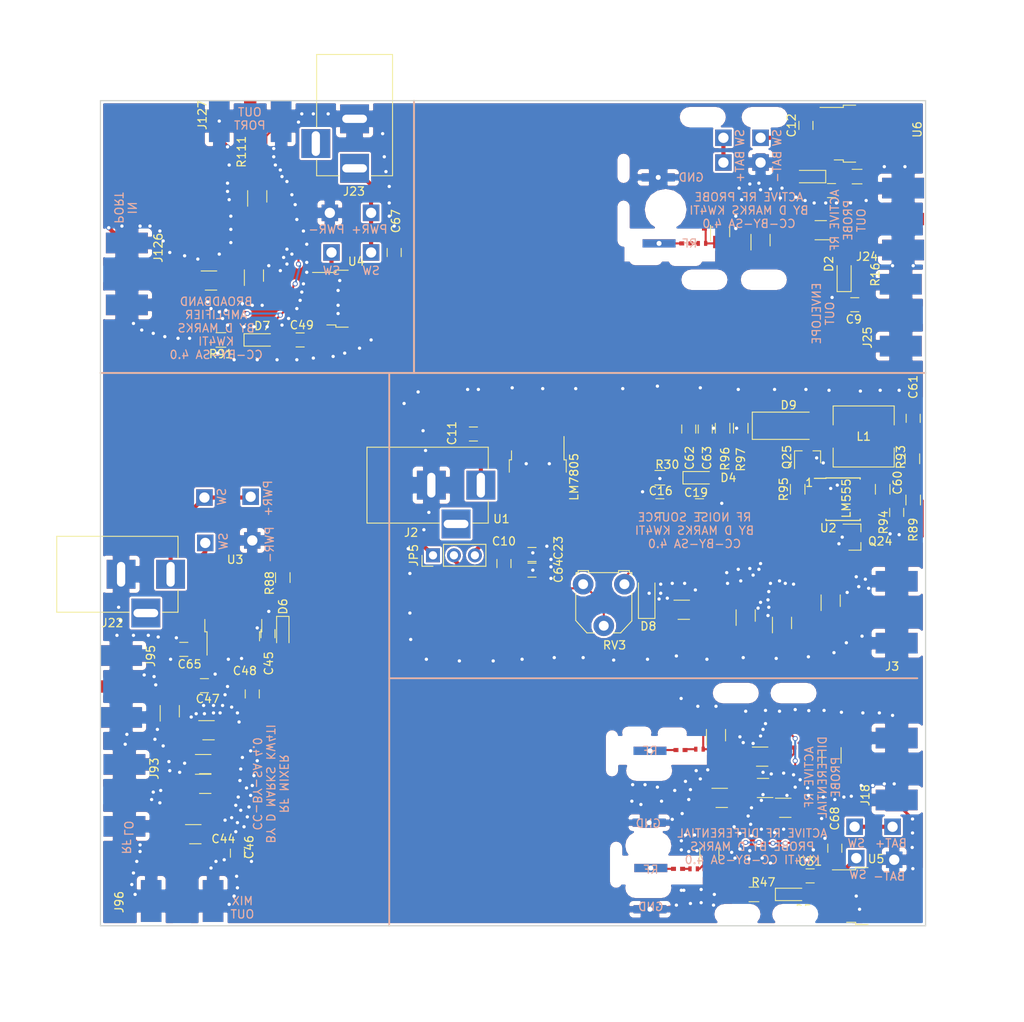
<source format=kicad_pcb>
(kicad_pcb (version 4) (host pcbnew 4.0.7)
  (layers (0 F.Cu signal) (31 B.Cu signal) (34 B.Paste user) (35 F.Paste user) (36 B.SilkS user) (37 F.SilkS user) (38 B.Mask user) (39 F.Mask user) (44 Edge.Cuts user))
  (net 0 "")
  (net 1 "Net-(C1-Pad1)")
  (net 2 "Net-(C1-Pad2)")
  (net 3 GND)
  (net 4 "Net-(C2-Pad2)")
  (net 5 +9V)
  (net 6 "Net-(C4-Pad1)")
  (net 7 "Net-(C4-Pad2)")
  (net 8 "Net-(C5-Pad1)")
  (net 9 "Net-(C6-Pad1)")
  (net 10 "Net-(C6-Pad2)")
  (net 11 "Net-(C7-Pad2)")
  (net 12 "Net-(C8-Pad1)")
  (net 13 "Net-(C8-Pad2)")
  (net 14 "Net-(C9-Pad2)")
  (net 15 "Net-(D1-Pad1)")
  (net 16 "Net-(D2-Pad2)")
  (net 17 "Net-(J24-Pad1)")
  (net 18 "Net-(Q1-Pad1)")
  (net 19 "Net-(Q3-Pad1)")
  (net 20 "Net-(C10-Pad1)")
  (net 21 "Net-(C12-Pad2)")
  (net 22 "Net-(C13-Pad1)")
  (net 23 "Net-(C13-Pad2)")
  (net 24 "Net-(C14-Pad2)")
  (net 25 "Net-(C15-Pad1)")
  (net 26 "Net-(C15-Pad2)")
  (net 27 "Net-(C17-Pad1)")
  (net 28 "Net-(C17-Pad2)")
  (net 29 "Net-(C18-Pad2)")
  (net 30 "Net-(C20-Pad2)")
  (net 31 "Net-(C21-Pad1)")
  (net 32 "Net-(C21-Pad2)")
  (net 33 "Net-(D4-Pad1)")
  (net 34 "Net-(J3-Pad1)")
  (net 35 "Net-(Q7-Pad1)")
  (net 36 "Net-(C24-Pad1)")
  (net 37 "Net-(C24-Pad2)")
  (net 38 "Net-(C25-Pad1)")
  (net 39 "Net-(C25-Pad2)")
  (net 40 "Net-(C26-Pad2)")
  (net 41 "Net-(C27-Pad1)")
  (net 42 "Net-(C27-Pad2)")
  (net 43 "Net-(C28-Pad2)")
  (net 44 "Net-(C29-Pad1)")
  (net 45 "Net-(C29-Pad2)")
  (net 46 "Net-(C30-Pad1)")
  (net 47 "Net-(C32-Pad2)")
  (net 48 "Net-(C33-Pad2)")
  (net 49 "Net-(C34-Pad1)")
  (net 50 "Net-(C34-Pad2)")
  (net 51 "Net-(C35-Pad2)")
  (net 52 "Net-(C36-Pad1)")
  (net 53 "Net-(C36-Pad2)")
  (net 54 "Net-(D5-Pad1)")
  (net 55 "Net-(J18-Pad1)")
  (net 56 "Net-(Q9-Pad1)")
  (net 57 "Net-(Q10-Pad1)")
  (net 58 "Net-(Q11-Pad1)")
  (net 59 "Net-(Q12-Pad2)")
  (net 60 "Net-(Q12-Pad3)")
  (net 61 "Net-(Q13-Pad3)")
  (net 62 "Net-(Q14-Pad2)")
  (net 63 "Net-(Q15-Pad1)")
  (net 64 +BATT)
  (net 65 "Net-(C37-Pad1)")
  (net 66 "Net-(C37-Pad2)")
  (net 67 "Net-(C38-Pad1)")
  (net 68 "Net-(C38-Pad2)")
  (net 69 "Net-(C39-Pad2)")
  (net 70 "Net-(C40-Pad1)")
  (net 71 "Net-(C40-Pad2)")
  (net 72 "Net-(C41-Pad2)")
  (net 73 "Net-(C42-Pad2)")
  (net 74 "Net-(C43-Pad1)")
  (net 75 "Net-(C43-Pad2)")
  (net 76 "Net-(C44-Pad2)")
  (net 77 MIXERVCC)
  (net 78 "Net-(D6-Pad1)")
  (net 79 "Net-(J100-Pad1)")
  (net 80 "Net-(Q16-Pad2)")
  (net 81 "Net-(Q16-Pad3)")
  (net 82 "Net-(Q17-Pad1)")
  (net 83 "Net-(Q19-Pad2)")
  (net 84 "Net-(C53-Pad1)")
  (net 85 "Net-(C53-Pad2)")
  (net 86 "Net-(C54-Pad1)")
  (net 87 "Net-(C55-Pad1)")
  (net 88 "Net-(C55-Pad2)")
  (net 89 "Net-(C56-Pad1)")
  (net 90 "Net-(C57-Pad1)")
  (net 91 "Net-(C57-Pad2)")
  (net 92 "Net-(C58-Pad2)")
  (net 93 "Net-(C59-Pad1)")
  (net 94 "Net-(C59-Pad2)")
  (net 95 "Net-(J127-Pad1)")
  (net 96 "Net-(Q28-Pad1)")
  (net 97 AMPVCC)
  (net 98 "Net-(Q26-Pad1)")
  (net 99 "Net-(D7-Pad1)")
  (net 100 "Net-(C50-Pad2)")
  (net 101 "Net-(C51-Pad2)")
  (net 102 "Net-(Q5-Pad1)")
  (net 103 "Net-(C52-Pad2)")
  (net 104 NOISEPOWER)
  (net 105 "Net-(C60-Pad1)")
  (net 106 HIGHVOLTAGE)
  (net 107 "Net-(C62-Pad2)")
  (net 108 "Net-(D9-Pad2)")
  (net 109 "Net-(Q24-Pad1)")
  (net 110 "Net-(Q24-Pad3)")
  (net 111 "Net-(Q25-Pad1)")
  (net 112 "Net-(R93-Pad1)")
  (net 113 "Net-(R95-Pad1)")
  (net 114 "Net-(R19-Pad2)")
  (net 115 "Net-(C10-Pad2)")
  (net 116 "Net-(C42-Pad1)")
  (net 117 "Net-(C65-Pad2)")
  (net 118 "Net-(Q19-Pad1)")
  (net 119 "Net-(Q23-Pad2)")
  (net 120 "Net-(R78-Pad2)")
  (net 121 "Net-(C66-Pad1)")
  (net 122 "Net-(C66-Pad2)")
  (net 123 "Net-(C67-Pad2)")
  (net 124 "Net-(J128-Pad1)")
  (net 125 "Net-(C68-Pad2)")
  (net 126 "Net-(J12-Pad1)")
  (net 127 "Net-(C16-Pad2)")
  (net 128 "Net-(J8-Pad1)")
  (module RFUtilityKnife:Amphenol_RF_SMA_132289 (layer F.Cu) (at 59.5 103 180)
    (fp_text reference J95 (at -3.6 3.7 270) (layer F.SilkS))
    (fp_text value Conn_Coaxial)
    (pad 2 smd rect (at 0 3.75 270) (size 2.5 5.08) (layers B.Cu B.Paste B.Mask) (net 3 GND))
    (pad 2 smd rect (at 0 -3.75 270) (size 2.5 5.08) (layers B.Cu B.Paste B.Mask) (net 3 GND))
    (pad 2 smd rect (at 0 3.75 270) (size 2.5 5.08) (layers F.Cu F.Paste F.Mask) (net 3 GND))
    (pad 2 smd rect (at 0 -3.75 270) (size 2.5 5.08) (layers F.Cu F.Paste F.Mask) (net 3 GND))
    (pad 1 smd rect (at 0 0 270) (size 1.5 5.08) (layers F.Cu F.Paste F.Mask) (net 71 "Net-(C40-Pad2)"))
  )
  (module TO_SOT_Packages_SMD:SOT-343_SC-70-4_Handsoldering (layer F.Cu) (at 69.7 112.4)
    (fp_text reference Q16 hide)
    (fp_text value BFP740)
    (pad 1 smd rect (at -1.33 -0.65) (size 1.5 0.4) (layers F.Cu F.Paste F.Mask) (net 121 "Net-(C66-Pad1)"))
    (pad 2 smd rect (at -1.33 0.65) (size 1.5 0.4) (layers F.Cu F.Paste F.Mask) (net 80 "Net-(Q16-Pad2)"))
    (pad 3 smd rect (at 1.33 0.65) (size 1.5 0.4) (layers F.Cu F.Paste F.Mask) (net 81 "Net-(Q16-Pad3)"))
    (pad 4 smd rect (at 1.33 -0.65) (size 1.5 0.4) (layers F.Cu F.Paste F.Mask) (net 80 "Net-(Q16-Pad2)"))
  )
  (module TO_SOT_Packages_SMD:SOT-343_SC-70-4_Handsoldering (layer F.Cu) (at 130.8 123.3 90)
    (fp_text reference Q9 hide)
    (fp_text value BFP740)
    (pad 1 smd rect (at -1.33 -0.65 90) (size 1.5 0.4) (layers F.Cu F.Paste F.Mask) (net 56 "Net-(Q9-Pad1)"))
    (pad 2 smd rect (at -1.33 0.65 90) (size 1.5 0.4) (layers F.Cu F.Paste F.Mask) (net 42 "Net-(C27-Pad2)"))
    (pad 3 smd rect (at 1.33 0.65 90) (size 1.5 0.4) (layers F.Cu F.Paste F.Mask) (net 40 "Net-(C26-Pad2)"))
    (pad 4 smd rect (at 1.33 -0.65 90) (size 1.5 0.4) (layers F.Cu F.Paste F.Mask) (net 42 "Net-(C27-Pad2)"))
  )
  (module TO_SOT_Packages_SMD:SOT-343_SC-70-4_Handsoldering (layer F.Cu) (at 137.2 111.5)
    (fp_text reference Q14 hide)
    (fp_text value BFP740)
    (pad 1 smd rect (at -1.33 -0.65) (size 1.5 0.4) (layers F.Cu F.Paste F.Mask) (net 44 "Net-(C29-Pad1)"))
    (pad 2 smd rect (at -1.33 0.65) (size 1.5 0.4) (layers F.Cu F.Paste F.Mask) (net 62 "Net-(Q14-Pad2)"))
    (pad 3 smd rect (at 1.33 0.65) (size 1.5 0.4) (layers F.Cu F.Paste F.Mask) (net 50 "Net-(C34-Pad2)"))
    (pad 4 smd rect (at 1.33 -0.65) (size 1.5 0.4) (layers F.Cu F.Paste F.Mask) (net 62 "Net-(Q14-Pad2)"))
  )
  (module Capacitors_SMD:C_0805_HandSoldering (layer F.Cu) (at 145.6 42.9 180)
    (fp_text reference C3 hide)
    (fp_text value "22 uF")
    (pad 1 smd rect (at -1.25 0 180) (size 1.5 1.25) (layers F.Cu F.Paste F.Mask) (net 3 GND))
    (pad 2 smd rect (at 1.25 0 180) (size 1.5 1.25) (layers F.Cu F.Paste F.Mask) (net 5 +9V))
  )
  (module Capacitors_SMD:C_0805_HandSoldering (layer F.Cu) (at 148.42 56.73)
    (fp_text reference C9 (at -0.12 1.77) (layer F.SilkS))
    (fp_text value "10 nF")
    (pad 1 smd rect (at -1.25 0) (size 1.5 1.25) (layers F.Cu F.Paste F.Mask) (net 3 GND))
    (pad 2 smd rect (at 1.25 0) (size 1.5 1.25) (layers F.Cu F.Paste F.Mask) (net 14 "Net-(C9-Pad2)"))
  )
  (module LEDs:LED_0805_HandSoldering (layer F.Cu) (at 142.7 41.2 180)
    (fp_text reference D1 hide)
    (fp_text value LED)
    (pad 1 smd rect (at -1.35 0 180) (size 1.5 1.3) (layers F.Cu F.Paste F.Mask) (net 15 "Net-(D1-Pad1)"))
    (pad 2 smd rect (at 1.35 0 180) (size 1.5 1.3) (layers F.Cu F.Paste F.Mask) (net 5 +9V))
  )
  (module Diodes_SMD:D_SOD-323_HandSoldering (layer F.Cu) (at 147.13 53.24 90)
    (fp_text reference D2 (at 1.456 -1.842 270) (layer F.SilkS))
    (fp_text value LRB751V)
    (pad 1 smd rect (at -1.25 0 90) (size 1 1) (layers F.Cu F.Paste F.Mask) (net 14 "Net-(C9-Pad2)"))
    (pad 2 smd rect (at 1.25 0 90) (size 1 1) (layers F.Cu F.Paste F.Mask) (net 16 "Net-(D2-Pad2)"))
  )
  (module RFUtilityKnife:PadHole (layer F.Cu) (at 124.7 49.3)
    (fp_text reference J1 hide)
    (fp_text value Conn_01x01)
    (pad 1 thru_hole rect (at 0 0) (size 4 1) (drill 0.6) (layers *.Cu *.Mask) (net 2 "Net-(C1-Pad2)"))
  )
  (module RFUtilityKnife:PadHole (layer F.Cu) (at 137 39.5)
    (fp_text reference J5 hide)
    (fp_text value Conn_01x01)
    (pad 1 thru_hole rect (at 0 0) (size 2 2) (drill 1.25) (layers *.Cu *.Mask) (net 3 GND))
  )
  (module RFUtilityKnife:PadHole (layer F.Cu) (at 132.5 39.5)
    (fp_text reference J8 hide)
    (fp_text value Conn_01x01)
    (pad 1 thru_hole rect (at 0 0) (size 2 2) (drill 1.25) (layers *.Cu *.Mask) (net 128 "Net-(J8-Pad1)"))
  )
  (module RFUtilityKnife:PadHole (layer F.Cu) (at 132.5 36.5)
    (fp_text reference J9 hide)
    (fp_text value Conn_01x01)
    (pad 1 thru_hole rect (at 0 0) (size 2 2) (drill 1.25) (layers *.Cu *.Mask) (net 128 "Net-(J8-Pad1)"))
  )
  (module RFUtilityKnife:PadHole (layer F.Cu) (at 137 36.5)
    (fp_text reference J14 hide)
    (fp_text value Conn_01x01)
    (pad 1 thru_hole rect (at 0 0) (size 2 2) (drill 1.25) (layers *.Cu *.Mask) (net 21 "Net-(C12-Pad2)"))
  )
  (module RFUtilityKnife:PadHole (layer F.Cu) (at 124.6 41.3)
    (fp_text reference J15 hide)
    (fp_text value Conn_01x01)
    (pad 1 thru_hole rect (at 0 0) (size 4 1) (drill 0.6) (layers *.Cu *.Mask) (net 3 GND))
  )
  (module RFUtilityKnife:Amphenol_RF_SMA_132289 (layer F.Cu) (at 154.275 46.35)
    (fp_text reference J24 (at -4.375 4.55) (layer F.SilkS))
    (fp_text value Conn_Coaxial)
    (pad 2 smd rect (at 0 3.75 90) (size 2.5 5.08) (layers B.Cu B.Paste B.Mask) (net 3 GND))
    (pad 2 smd rect (at 0 -3.75 90) (size 2.5 5.08) (layers B.Cu B.Paste B.Mask) (net 3 GND))
    (pad 2 smd rect (at 0 3.75 90) (size 2.5 5.08) (layers F.Cu F.Paste F.Mask) (net 3 GND))
    (pad 2 smd rect (at 0 -3.75 90) (size 2.5 5.08) (layers F.Cu F.Paste F.Mask) (net 3 GND))
    (pad 1 smd rect (at 0 0 90) (size 1.5 5.08) (layers F.Cu F.Paste F.Mask) (net 17 "Net-(J24-Pad1)"))
  )
  (module Resistors_SMD:R_0805_HandSoldering (layer F.Cu) (at 148.7 41.2)
    (fp_text reference R1 hide)
    (fp_text value 1k)
    (pad 1 smd rect (at -1.35 0) (size 1.5 1.3) (layers F.Cu F.Paste F.Mask) (net 15 "Net-(D1-Pad1)"))
    (pad 2 smd rect (at 1.35 0) (size 1.5 1.3) (layers F.Cu F.Paste F.Mask) (net 3 GND))
  )
  (module RFUtilityKnife:Amphenol_RF_SMA_132289 (layer F.Cu) (at 154 58)
    (fp_text reference J25 (at -4.035 2.715 270) (layer F.SilkS))
    (fp_text value Conn_Coaxial)
    (pad 2 smd rect (at 0 3.75 90) (size 2.5 5.08) (layers B.Cu B.Paste B.Mask) (net 3 GND))
    (pad 2 smd rect (at 0 -3.75 90) (size 2.5 5.08) (layers B.Cu B.Paste B.Mask) (net 3 GND))
    (pad 2 smd rect (at 0 3.75 90) (size 2.5 5.08) (layers F.Cu F.Paste F.Mask) (net 3 GND))
    (pad 2 smd rect (at 0 -3.75 90) (size 2.5 5.08) (layers F.Cu F.Paste F.Mask) (net 3 GND))
    (pad 1 smd rect (at 0 0 90) (size 1.5 5.08) (layers F.Cu F.Paste F.Mask) (net 14 "Net-(C9-Pad2)"))
  )
  (module Capacitors_SMD:C_0805_HandSoldering (layer F.Cu) (at 105.9 88.1 270)
    (fp_text reference C10 (at -2.7 0 360) (layer F.SilkS))
    (fp_text value "10 nF")
    (pad 1 smd rect (at -1.25 0 270) (size 1.5 1.25) (layers F.Cu F.Paste F.Mask) (net 20 "Net-(C10-Pad1)"))
    (pad 2 smd rect (at 1.25 0 270) (size 1.5 1.25) (layers F.Cu F.Paste F.Mask) (net 115 "Net-(C10-Pad2)"))
  )
  (module Capacitors_SMD:C_0805_HandSoldering (layer F.Cu) (at 102.2 72.4)
    (fp_text reference C11 (at -2.6 -0.1 90) (layer F.SilkS))
    (fp_text value "1 uF")
    (pad 1 smd rect (at -1.25 0) (size 1.5 1.25) (layers F.Cu F.Paste F.Mask) (net 3 GND))
    (pad 2 smd rect (at 1.25 0) (size 1.5 1.25) (layers F.Cu F.Paste F.Mask) (net 104 NOISEPOWER))
  )
  (module Capacitors_SMD:C_0805_HandSoldering (layer F.Cu) (at 124.8 81.1)
    (fp_text reference C16 (at 0.1 -1.8 180) (layer F.SilkS))
    (fp_text value "22 uF")
    (pad 1 smd rect (at -1.25 0) (size 1.5 1.25) (layers F.Cu F.Paste F.Mask) (net 3 GND))
    (pad 2 smd rect (at 1.25 0) (size 1.5 1.25) (layers F.Cu F.Paste F.Mask) (net 127 "Net-(C16-Pad2)"))
  )
  (module Capacitors_SMD:C_0805_HandSoldering (layer F.Cu) (at 129.6 81.1 180)
    (fp_text reference C19 (at 0.42 1.6 180) (layer F.SilkS))
    (fp_text value "10 nF")
    (pad 1 smd rect (at -1.25 0 180) (size 1.5 1.25) (layers F.Cu F.Paste F.Mask) (net 3 GND))
    (pad 2 smd rect (at 1.25 0 180) (size 1.5 1.25) (layers F.Cu F.Paste F.Mask) (net 127 "Net-(C16-Pad2)"))
  )
  (module LEDs:LED_0805_HandSoldering (layer F.Cu) (at 129.8 77.7)
    (fp_text reference D4 (at 3.3 0) (layer F.SilkS))
    (fp_text value LED)
    (pad 1 smd rect (at -1.35 0) (size 1.5 1.3) (layers F.Cu F.Paste F.Mask) (net 33 "Net-(D4-Pad1)"))
    (pad 2 smd rect (at 1.35 0) (size 1.5 1.3) (layers F.Cu F.Paste F.Mask) (net 127 "Net-(C16-Pad2)"))
  )
  (module Connectors:BARREL_JACK (layer F.Cu) (at 103.1 78.6)
    (fp_text reference J2 (at -8.45 5.75 180) (layer F.SilkS))
    (fp_text value Barrel_Jack)
    (pad 1 thru_hole rect (at 0 0) (size 3.5 3.5) (drill oval 1 3) (layers *.Cu *.Mask) (net 104 NOISEPOWER))
    (pad 2 thru_hole rect (at -6 0) (size 3.5 3.5) (drill oval 1 3) (layers *.Cu *.Mask) (net 3 GND))
    (pad 3 thru_hole rect (at -3 4.7) (size 3.5 3.5) (drill oval 3 1) (layers *.Cu *.Mask))
  )
  (module RFUtilityKnife:Amphenol_RF_SMA_132289 (layer F.Cu) (at 153.5 94)
    (fp_text reference J3 (at -0.55 6.57) (layer F.SilkS))
    (fp_text value Conn_Coaxial)
    (pad 2 smd rect (at 0 3.75 90) (size 2.5 5.08) (layers B.Cu B.Paste B.Mask) (net 3 GND))
    (pad 2 smd rect (at 0 -3.75 90) (size 2.5 5.08) (layers B.Cu B.Paste B.Mask) (net 3 GND))
    (pad 2 smd rect (at 0 3.75 90) (size 2.5 5.08) (layers F.Cu F.Paste F.Mask) (net 3 GND))
    (pad 2 smd rect (at 0 -3.75 90) (size 2.5 5.08) (layers F.Cu F.Paste F.Mask) (net 3 GND))
    (pad 1 smd rect (at 0 0 90) (size 1.5 5.08) (layers F.Cu F.Paste F.Mask) (net 34 "Net-(J3-Pad1)"))
  )
  (module Resistors_SMD:R_0805_HandSoldering (layer F.Cu) (at 124.8 77.7 180)
    (fp_text reference R30 (at -0.9 1.6 180) (layer F.SilkS))
    (fp_text value 1k)
    (pad 1 smd rect (at -1.35 0 180) (size 1.5 1.3) (layers F.Cu F.Paste F.Mask) (net 33 "Net-(D4-Pad1)"))
    (pad 2 smd rect (at 1.35 0 180) (size 1.5 1.3) (layers F.Cu F.Paste F.Mask) (net 3 GND))
  )
  (module TO_SOT_Packages_SMD:TO-252-3_TabPin2 (layer F.Cu) (at 110 78 270)
    (fp_text reference U1 (at 4.7 4.4 360) (layer F.SilkS))
    (fp_text value KA78M05_TO252)
    (pad 1 smd rect (at -4.2 -2.28 270) (size 2.2 1.2) (layers F.Cu F.Paste F.Mask) (net 104 NOISEPOWER))
    (pad 2 smd rect (at -4.2 0 270) (size 2.2 1.2) (layers F.Cu F.Paste F.Mask) (net 3 GND))
    (pad 3 smd rect (at -4.2 2.28 270) (size 2.2 1.2) (layers F.Cu F.Paste F.Mask) (net 127 "Net-(C16-Pad2)"))
    (pad 2 smd rect (at 2.1 0 270) (size 6.4 5.8) (layers F.Cu F.Mask) (net 3 GND))
    (pad 2 smd rect (at 3.775 1.525 270) (size 3.05 2.75) (layers F.Cu F.Paste) (net 3 GND))
    (pad 2 smd rect (at 0.425 -1.525 270) (size 3.05 2.75) (layers F.Cu F.Paste) (net 3 GND))
    (pad 2 smd rect (at 3.775 -1.525 270) (size 3.05 2.75) (layers F.Cu F.Paste) (net 3 GND))
    (pad 2 smd rect (at 0.425 1.525 270) (size 3.05 2.75) (layers F.Cu F.Paste) (net 3 GND))
  )
  (module Capacitors_SMD:C_0805_HandSoldering (layer F.Cu) (at 143.01 125.952)
    (fp_text reference C31 (at 0 -1.75) (layer F.SilkS))
    (fp_text value "22 uF")
    (pad 1 smd rect (at -1.25 0) (size 1.5 1.25) (layers F.Cu F.Paste F.Mask) (net 3 GND))
    (pad 2 smd rect (at 1.25 0) (size 1.5 1.25) (layers F.Cu F.Paste F.Mask) (net 64 +BATT))
  )
  (module LEDs:LED_0805_HandSoldering (layer F.Cu) (at 141 128.2)
    (fp_text reference D5 (at 1.2 1.8) (layer F.SilkS))
    (fp_text value LED)
    (pad 1 smd rect (at -1.35 0) (size 1.5 1.3) (layers F.Cu F.Paste F.Mask) (net 54 "Net-(D5-Pad1)"))
    (pad 2 smd rect (at 1.35 0) (size 1.5 1.3) (layers F.Cu F.Paste F.Mask) (net 64 +BATT))
  )
  (module RFUtilityKnife:PadHole (layer F.Cu) (at 123.7 125)
    (fp_text reference J6 hide)
    (fp_text value Conn_01x01)
    (pad 1 thru_hole rect (at 0 0) (size 4 1) (drill 0.6) (layers *.Cu *.Mask) (net 37 "Net-(C24-Pad2)"))
  )
  (module RFUtilityKnife:PadHole (layer F.Cu) (at 123.6 110.8)
    (fp_text reference J7 hide)
    (fp_text value Conn_01x01)
    (pad 1 thru_hole rect (at 0 0) (size 4 1) (drill 0.6) (layers *.Cu *.Mask) (net 39 "Net-(C25-Pad2)"))
  )
  (module RFUtilityKnife:PadHole (layer F.Cu) (at 153.2 124)
    (fp_text reference J10 hide)
    (fp_text value Conn_01x01)
    (pad 1 thru_hole rect (at 0 0) (size 2 2) (drill 1.25) (layers *.Cu *.Mask) (net 3 GND))
  )
  (module RFUtilityKnife:PadHole (layer F.Cu) (at 123.6 130)
    (fp_text reference J11 hide)
    (fp_text value Conn_01x01)
    (pad 1 thru_hole rect (at 0 0) (size 4 1) (drill 0.6) (layers *.Cu *.Mask) (net 3 GND))
  )
  (module RFUtilityKnife:PadHole (layer F.Cu) (at 148.4 120)
    (fp_text reference J12 hide)
    (fp_text value Conn_01x01)
    (pad 1 thru_hole rect (at 0 0) (size 2 2) (drill 1.25) (layers *.Cu *.Mask) (net 126 "Net-(J12-Pad1)"))
  )
  (module RFUtilityKnife:PadHole (layer F.Cu) (at 153 120)
    (fp_text reference J13 hide)
    (fp_text value Conn_01x01)
    (pad 1 thru_hole rect (at 0 0) (size 2 2) (drill 1.25) (layers *.Cu *.Mask) (net 126 "Net-(J12-Pad1)"))
  )
  (module RFUtilityKnife:PadHole (layer F.Cu) (at 148.6 123.8)
    (fp_text reference J16 hide)
    (fp_text value Conn_01x01)
    (pad 1 thru_hole rect (at 0 0) (size 2 2) (drill 1.25) (layers *.Cu *.Mask) (net 125 "Net-(C68-Pad2)"))
  )
  (module RFUtilityKnife:PadHole (layer F.Cu) (at 123.5 119.5)
    (fp_text reference J17 hide)
    (fp_text value Conn_01x01)
    (pad 1 thru_hole rect (at 0 0) (size 4 1) (drill 0.6) (layers *.Cu *.Mask) (net 3 GND))
  )
  (module RFUtilityKnife:Amphenol_RF_SMA_132289 (layer F.Cu) (at 153.5 113)
    (fp_text reference J18 (at -3.81 3.175 270) (layer F.SilkS))
    (fp_text value Conn_Coaxial)
    (pad 2 smd rect (at 0 3.75 90) (size 2.5 5.08) (layers B.Cu B.Paste B.Mask) (net 3 GND))
    (pad 2 smd rect (at 0 -3.75 90) (size 2.5 5.08) (layers B.Cu B.Paste B.Mask) (net 3 GND))
    (pad 2 smd rect (at 0 3.75 90) (size 2.5 5.08) (layers F.Cu F.Paste F.Mask) (net 3 GND))
    (pad 2 smd rect (at 0 -3.75 90) (size 2.5 5.08) (layers F.Cu F.Paste F.Mask) (net 3 GND))
    (pad 1 smd rect (at 0 0 90) (size 1.5 5.08) (layers F.Cu F.Paste F.Mask) (net 55 "Net-(J18-Pad1)"))
  )
  (module Resistors_SMD:R_0805_HandSoldering (layer F.Cu) (at 136.2 128.2 180)
    (fp_text reference R47 (at -1.147 1.474 360) (layer F.SilkS))
    (fp_text value 1k)
    (pad 1 smd rect (at -1.35 0 180) (size 1.5 1.3) (layers F.Cu F.Paste F.Mask) (net 54 "Net-(D5-Pad1)"))
    (pad 2 smd rect (at 1.35 0 180) (size 1.5 1.3) (layers F.Cu F.Paste F.Mask) (net 3 GND))
  )
  (module RFUtilityKnife:BigSlot (layer F.Cu) (at 119 111.1 90)
    (fp_text reference J44 hide)
    (fp_text value Conn_01x01)
    (pad "" np_thru_hole oval (at 0 0 90) (size 5 1) (drill oval 5 1) (layers *.Cu *.Mask))
  )
  (module RFUtilityKnife:BigSlot (layer F.Cu) (at 119.5 124.6 90)
    (fp_text reference J45 hide)
    (fp_text value Conn_01x01)
    (pad "" np_thru_hole oval (at 0 0 90) (size 5 1) (drill oval 5 1) (layers *.Cu *.Mask))
  )
  (module RFUtilityKnife:BigSlot (layer F.Cu) (at 122 108.6)
    (fp_text reference J48 hide)
    (fp_text value Conn_01x01)
    (pad "" np_thru_hole oval (at 0 0) (size 3 1) (drill oval 3 1) (layers *.Cu *.Mask))
  )
  (module RFUtilityKnife:BigSlot (layer F.Cu) (at 126.3 108.7)
    (fp_text reference J49 hide)
    (fp_text value Conn_01x01)
    (pad "" np_thru_hole oval (at 0 0) (size 3 1) (drill oval 3 1) (layers *.Cu *.Mask))
  )
  (module RFUtilityKnife:BigSlot (layer F.Cu) (at 123.5 113.2)
    (fp_text reference J53 hide)
    (fp_text value Conn_01x01)
    (pad "" np_thru_hole oval (at 0 0) (size 5 2) (drill oval 5 2) (layers *.Cu *.Mask))
  )
  (module RFUtilityKnife:BigSlot (layer F.Cu) (at 120.4 40.2 90)
    (fp_text reference J59 hide)
    (fp_text value Conn_01x01)
    (pad "" np_thru_hole oval (at 0 0 90) (size 3 1) (drill oval 3 1) (layers *.Cu *.Mask))
  )
  (module RFUtilityKnife:BigSlot (layer F.Cu) (at 120.4 46.9 90)
    (fp_text reference J60 hide)
    (fp_text value Conn_01x01)
    (pad "" np_thru_hole oval (at 0 0 90) (size 5 1) (drill oval 5 1) (layers *.Cu *.Mask))
  )
  (module RFUtilityKnife:BigSlot (layer F.Cu) (at 123.4 127.4)
    (fp_text reference J63 hide)
    (fp_text value Conn_01x01)
    (pad "" np_thru_hole oval (at 0 0) (size 5 2) (drill oval 5 2) (layers *.Cu *.Mask))
  )
  (module RFUtilityKnife:BigSlot (layer F.Cu) (at 123.4 122.3)
    (fp_text reference J65 hide)
    (fp_text value Conn_01x01)
    (pad "" np_thru_hole oval (at 0 0) (size 5 3) (drill oval 5 3) (layers *.Cu *.Mask))
  )
  (module RFUtilityKnife:BigSlot (layer F.Cu) (at 125.5 45.2)
    (fp_text reference J70 hide)
    (fp_text value Conn_01x01)
    (pad "" np_thru_hole oval (at 0 0) (size 4.5 4.5) (drill oval 4.5) (layers *.Cu *.Mask))
  )
  (module RFUtilityKnife:BigSlot (layer F.Cu) (at 123.1 51.2)
    (fp_text reference J71 hide)
    (fp_text value Conn_01x01)
    (pad "" np_thru_hole oval (at 0 0) (size 3.5 1) (drill oval 3.5 1) (layers *.Cu *.Mask))
  )
  (module RFUtilityKnife:BigSlot (layer F.Cu) (at 127.9 51.3)
    (fp_text reference J72 hide)
    (fp_text value Conn_01x01)
    (pad "" np_thru_hole oval (at 0 0) (size 3.5 1) (drill oval 3.5 1) (layers *.Cu *.Mask))
  )
  (module Capacitors_SMD:C_0805_HandSoldering (layer F.Cu) (at 77.3 96.6 270)
    (fp_text reference C45 (at 3.6 -0.1 270) (layer F.SilkS))
    (fp_text value "22 uF")
    (pad 1 smd rect (at -1.25 0 270) (size 1.5 1.25) (layers F.Cu F.Paste F.Mask) (net 3 GND))
    (pad 2 smd rect (at 1.25 0 270) (size 1.5 1.25) (layers F.Cu F.Paste F.Mask) (net 77 MIXERVCC))
  )
  (module LEDs:LED_0805_HandSoldering (layer F.Cu) (at 79.1 96.7 270)
    (fp_text reference D6 (at -3.4 -0.025 270) (layer F.SilkS))
    (fp_text value LED)
    (pad 1 smd rect (at -1.35 0 270) (size 1.5 1.3) (layers F.Cu F.Paste F.Mask) (net 78 "Net-(D6-Pad1)"))
    (pad 2 smd rect (at 1.35 0 270) (size 1.5 1.3) (layers F.Cu F.Paste F.Mask) (net 77 MIXERVCC))
  )
  (module RFUtilityKnife:Amphenol_RF_SMA_132289 (layer F.Cu) (at 59.9 116.2 180)
    (fp_text reference J93 (at -3.625 3.25 270) (layer F.SilkS))
    (fp_text value Conn_Coaxial)
    (pad 2 smd rect (at 0 3.75 270) (size 2.5 5.08) (layers B.Cu B.Paste B.Mask) (net 3 GND))
    (pad 2 smd rect (at 0 -3.75 270) (size 2.5 5.08) (layers B.Cu B.Paste B.Mask) (net 3 GND))
    (pad 2 smd rect (at 0 3.75 270) (size 2.5 5.08) (layers F.Cu F.Paste F.Mask) (net 3 GND))
    (pad 2 smd rect (at 0 -3.75 270) (size 2.5 5.08) (layers F.Cu F.Paste F.Mask) (net 3 GND))
    (pad 1 smd rect (at 0 0 270) (size 1.5 5.08) (layers F.Cu F.Paste F.Mask) (net 68 "Net-(C38-Pad2)"))
  )
  (module RFUtilityKnife:Amphenol_RF_SMA_132289 (layer F.Cu) (at 66.9 129 270)
    (fp_text reference J96 (at 0.125 7.625 270) (layer F.SilkS))
    (fp_text value Conn_Coaxial)
    (pad 2 smd rect (at 0 3.75) (size 2.5 5.08) (layers B.Cu B.Paste B.Mask) (net 3 GND))
    (pad 2 smd rect (at 0 -3.75) (size 2.5 5.08) (layers B.Cu B.Paste B.Mask) (net 3 GND))
    (pad 2 smd rect (at 0 3.75) (size 2.5 5.08) (layers F.Cu F.Paste F.Mask) (net 3 GND))
    (pad 2 smd rect (at 0 -3.75) (size 2.5 5.08) (layers F.Cu F.Paste F.Mask) (net 3 GND))
    (pad 1 smd rect (at 0 0) (size 1.5 5.08) (layers F.Cu F.Paste F.Mask) (net 74 "Net-(C43-Pad1)"))
  )
  (module RFUtilityKnife:PadHole (layer F.Cu) (at 69.6 80.1)
    (fp_text reference J98 hide)
    (fp_text value Conn_01x01)
    (pad 1 thru_hole rect (at 0 0) (size 2 2) (drill 1.25) (layers *.Cu *.Mask) (net 79 "Net-(J100-Pad1)"))
  )
  (module RFUtilityKnife:PadHole (layer F.Cu) (at 75.4 85.3)
    (fp_text reference J99 hide)
    (fp_text value Conn_01x01)
    (pad 1 thru_hole rect (at 0 0) (size 2 2) (drill 1.25) (layers *.Cu *.Mask) (net 3 GND))
  )
  (module RFUtilityKnife:PadHole (layer F.Cu) (at 75.2 80)
    (fp_text reference J100 hide)
    (fp_text value Conn_01x01)
    (pad 1 thru_hole rect (at 0 0) (size 2 2) (drill 1.25) (layers *.Cu *.Mask) (net 79 "Net-(J100-Pad1)"))
  )
  (module RFUtilityKnife:PadHole (layer F.Cu) (at 69.7 85.6)
    (fp_text reference J101 hide)
    (fp_text value Conn_01x01)
    (pad 1 thru_hole rect (at 0 0) (size 2 2) (drill 1.25) (layers *.Cu *.Mask) (net 117 "Net-(C65-Pad2)"))
  )
  (module Resistors_SMD:R_0805_HandSoldering (layer F.Cu) (at 79.1 89.8 90)
    (fp_text reference R88 (at -0.675 -1.6 90) (layer F.SilkS))
    (fp_text value 1k)
    (pad 1 smd rect (at -1.35 0 90) (size 1.5 1.3) (layers F.Cu F.Paste F.Mask) (net 78 "Net-(D6-Pad1)"))
    (pad 2 smd rect (at 1.35 0 90) (size 1.5 1.3) (layers F.Cu F.Paste F.Mask) (net 3 GND))
  )
  (module Capacitors_SMD:C_0805_HandSoldering (layer F.Cu) (at 73.6 123.2 90)
    (fp_text reference C46 (at 0.725 1.425 90) (layer F.SilkS))
    (fp_text value "100 nF")
    (pad 1 smd rect (at -1.25 0 90) (size 1.5 1.25) (layers F.Cu F.Paste F.Mask) (net 3 GND))
    (pad 2 smd rect (at 1.25 0 90) (size 1.5 1.25) (layers F.Cu F.Paste F.Mask) (net 77 MIXERVCC))
  )
  (module Capacitors_SMD:C_0805_HandSoldering (layer F.Cu) (at 69.6 102.9 180)
    (fp_text reference C47 (at -0.4 -1.6 180) (layer F.SilkS))
    (fp_text value "100 nF")
    (pad 1 smd rect (at -1.25 0 180) (size 1.5 1.25) (layers F.Cu F.Paste F.Mask) (net 3 GND))
    (pad 2 smd rect (at 1.25 0 180) (size 1.5 1.25) (layers F.Cu F.Paste F.Mask) (net 77 MIXERVCC))
  )
  (module Capacitors_SMD:C_0805_HandSoldering (layer F.Cu) (at 75.4 103.9 270)
    (fp_text reference C48 (at -2.8 0.9 360) (layer F.SilkS))
    (fp_text value "100 nF")
    (pad 1 smd rect (at -1.25 0 270) (size 1.5 1.25) (layers F.Cu F.Paste F.Mask) (net 3 GND))
    (pad 2 smd rect (at 1.25 0 270) (size 1.5 1.25) (layers F.Cu F.Paste F.Mask) (net 77 MIXERVCC))
  )
  (module RFUtilityKnife:Amphenol_RF_SMA_132289 (layer F.Cu) (at 60.2 53 180)
    (fp_text reference J126 (at -3.81 3.175 450) (layer F.SilkS))
    (fp_text value Conn_Coaxial)
    (pad 2 smd rect (at 0 3.75 270) (size 2.5 5.08) (layers B.Cu B.Paste B.Mask) (net 3 GND))
    (pad 2 smd rect (at 0 -3.75 270) (size 2.5 5.08) (layers B.Cu B.Paste B.Mask) (net 3 GND))
    (pad 2 smd rect (at 0 3.75 270) (size 2.5 5.08) (layers F.Cu F.Paste F.Mask) (net 3 GND))
    (pad 2 smd rect (at 0 -3.75 270) (size 2.5 5.08) (layers F.Cu F.Paste F.Mask) (net 3 GND))
    (pad 1 smd rect (at 0 0 270) (size 1.5 5.08) (layers F.Cu F.Paste F.Mask) (net 85 "Net-(C53-Pad2)"))
  )
  (module RFUtilityKnife:Amphenol_RF_SMA_132289 (layer F.Cu) (at 75.15 34.475 90)
    (fp_text reference J127 (at 0.725 -5.8 90) (layer F.SilkS))
    (fp_text value Conn_Coaxial)
    (pad 2 smd rect (at 0 3.75 180) (size 2.5 5.08) (layers B.Cu B.Paste B.Mask) (net 3 GND))
    (pad 2 smd rect (at 0 -3.75 180) (size 2.5 5.08) (layers B.Cu B.Paste B.Mask) (net 3 GND))
    (pad 2 smd rect (at 0 3.75 180) (size 2.5 5.08) (layers F.Cu F.Paste F.Mask) (net 3 GND))
    (pad 2 smd rect (at 0 -3.75 180) (size 2.5 5.08) (layers F.Cu F.Paste F.Mask) (net 3 GND))
    (pad 1 smd rect (at 0 0 180) (size 1.5 5.08) (layers F.Cu F.Paste F.Mask) (net 95 "Net-(J127-Pad1)"))
  )
  (module Capacitors_SMD:C_0805_HandSoldering (layer F.Cu) (at 81.2 61)
    (fp_text reference C49 (at 0.2 -1.8) (layer F.SilkS))
    (fp_text value "22 uF")
    (pad 1 smd rect (at -1.25 0) (size 1.5 1.25) (layers F.Cu F.Paste F.Mask) (net 3 GND))
    (pad 2 smd rect (at 1.25 0) (size 1.5 1.25) (layers F.Cu F.Paste F.Mask) (net 97 AMPVCC))
  )
  (module LEDs:LED_0805_HandSoldering (layer F.Cu) (at 76.6 61)
    (fp_text reference D7 (at 0 -1.7) (layer F.SilkS))
    (fp_text value LED)
    (pad 1 smd rect (at -1.35 0) (size 1.5 1.3) (layers F.Cu F.Paste F.Mask) (net 99 "Net-(D7-Pad1)"))
    (pad 2 smd rect (at 1.35 0) (size 1.5 1.3) (layers F.Cu F.Paste F.Mask) (net 97 AMPVCC))
  )
  (module RFUtilityKnife:PadHole (layer F.Cu) (at 89.8 45.6)
    (fp_text reference J128 hide)
    (fp_text value Conn_01x01)
    (pad 1 thru_hole rect (at 0 0) (size 2 2) (drill 1.25) (layers *.Cu *.Mask) (net 124 "Net-(J128-Pad1)"))
  )
  (module RFUtilityKnife:PadHole (layer F.Cu) (at 89.8 50.4)
    (fp_text reference J129 hide)
    (fp_text value Conn_01x01)
    (pad 1 thru_hole rect (at 0 0) (size 2 2) (drill 1.25) (layers *.Cu *.Mask) (net 124 "Net-(J128-Pad1)"))
  )
  (module RFUtilityKnife:PadHole (layer F.Cu) (at 85 50.4)
    (fp_text reference J130 hide)
    (fp_text value Conn_01x01)
    (pad 1 thru_hole rect (at 0 0) (size 2 2) (drill 1.25) (layers *.Cu *.Mask) (net 123 "Net-(C67-Pad2)"))
  )
  (module RFUtilityKnife:PadHole (layer F.Cu) (at 84.8 45.6)
    (fp_text reference J131 hide)
    (fp_text value Conn_01x01)
    (pad 1 thru_hole rect (at 0 0) (size 2 2) (drill 1.25) (layers *.Cu *.Mask) (net 3 GND))
  )
  (module Potentiometers:Potentiometer_Triwood_RM-065 (layer F.Cu) (at 120.5 90.6 180)
    (fp_text reference RV3 (at 1.2 -7.4 180) (layer F.SilkS))
    (fp_text value 10k)
    (pad 2 thru_hole circle (at 2.5 -5.04 180) (size 2.5 2.5) (drill 1.2) (layers *.Cu *.Mask) (net 115 "Net-(C10-Pad2)"))
    (pad 3 thru_hole circle (at 5 0 180) (size 2.5 2.5) (drill 1.2) (layers *.Cu *.Mask) (net 115 "Net-(C10-Pad2)"))
    (pad 1 thru_hole circle (at 0 0 180) (size 2.5 2.5) (drill 1.2) (layers *.Cu *.Mask) (net 114 "Net-(R19-Pad2)"))
  )
  (module Capacitors_SMD:C_0805_HandSoldering (layer F.Cu) (at 153.5 81.9 270)
    (fp_text reference C60 (at -3.6 -0.1 270) (layer F.SilkS))
    (fp_text value "100 pF")
    (pad 1 smd rect (at -1.25 0 270) (size 1.5 1.25) (layers F.Cu F.Paste F.Mask) (net 105 "Net-(C60-Pad1)"))
    (pad 2 smd rect (at 1.25 0 270) (size 1.5 1.25) (layers F.Cu F.Paste F.Mask) (net 3 GND))
  )
  (module Capacitors_SMD:C_0805_HandSoldering (layer F.Cu) (at 155.5 70.5 90)
    (fp_text reference C61 (at 3.8 0 90) (layer F.SilkS))
    (fp_text value "2.2 uF")
    (pad 1 smd rect (at -1.25 0 90) (size 1.5 1.25) (layers F.Cu F.Paste F.Mask) (net 104 NOISEPOWER))
    (pad 2 smd rect (at 1.25 0 90) (size 1.5 1.25) (layers F.Cu F.Paste F.Mask) (net 3 GND))
  )
  (module Pin_Headers:Pin_Header_Straight_1x03_Pitch2.54mm (layer F.Cu) (at 97.3 87.1 90)
    (fp_text reference JP5 (at 0 -2.33 90) (layer F.SilkS))
    (fp_text value Jumper_NC_Dual)
    (pad 1 thru_hole rect (at 0 0 90) (size 1.7 1.7) (drill 1) (layers *.Cu *.Mask) (net 106 HIGHVOLTAGE))
    (pad 2 thru_hole oval (at 0 2.54 90) (size 1.7 1.7) (drill 1) (layers *.Cu *.Mask) (net 115 "Net-(C10-Pad2)"))
    (pad 3 thru_hole oval (at 0 5.08 90) (size 1.7 1.7) (drill 1) (layers *.Cu *.Mask) (net 127 "Net-(C16-Pad2)"))
  )
  (module TO_SOT_Packages_SMD:SOT-23 (layer F.Cu) (at 148.4 84.9)
    (fp_text reference Q24 (at 3.1 0.5) (layer F.SilkS))
    (fp_text value MMBT5551)
    (pad 1 smd rect (at -1 -0.95) (size 0.9 0.8) (layers F.Cu F.Paste F.Mask) (net 109 "Net-(Q24-Pad1)"))
    (pad 2 smd rect (at -1 0.95) (size 0.9 0.8) (layers F.Cu F.Paste F.Mask) (net 3 GND))
    (pad 3 smd rect (at 1 0) (size 0.9 0.8) (layers F.Cu F.Paste F.Mask) (net 110 "Net-(Q24-Pad3)"))
  )
  (module TO_SOT_Packages_SMD:SOT-23 (layer F.Cu) (at 142.7 75.2 90)
    (fp_text reference Q25 (at 0 -2.5 90) (layer F.SilkS))
    (fp_text value MMBT5551)
    (pad 1 smd rect (at -1 -0.95 90) (size 0.9 0.8) (layers F.Cu F.Paste F.Mask) (net 111 "Net-(Q25-Pad1)"))
    (pad 2 smd rect (at -1 0.95 90) (size 0.9 0.8) (layers F.Cu F.Paste F.Mask) (net 3 GND))
    (pad 3 smd rect (at 1 0 90) (size 0.9 0.8) (layers F.Cu F.Paste F.Mask) (net 108 "Net-(D9-Pad2)"))
  )
  (module Resistors_SMD:R_0805_HandSoldering (layer F.Cu) (at 155.5 80.4 270)
    (fp_text reference R89 (at 3.6 0 270) (layer F.SilkS))
    (fp_text value 100k)
    (pad 1 smd rect (at -1.35 0 270) (size 1.5 1.3) (layers F.Cu F.Paste F.Mask) (net 104 NOISEPOWER))
    (pad 2 smd rect (at 1.35 0 270) (size 1.5 1.3) (layers F.Cu F.Paste F.Mask) (net 110 "Net-(Q24-Pad3)"))
  )
  (module Resistors_SMD:R_0805_HandSoldering (layer F.Cu) (at 155.4 75.4 90)
    (fp_text reference R93 (at 0.2 -1.4 90) (layer F.SilkS))
    (fp_text value 1k)
    (pad 1 smd rect (at -1.35 0 90) (size 1.5 1.3) (layers F.Cu F.Paste F.Mask) (net 112 "Net-(R93-Pad1)"))
    (pad 2 smd rect (at 1.35 0 90) (size 1.5 1.3) (layers F.Cu F.Paste F.Mask) (net 104 NOISEPOWER))
  )
  (module Resistors_SMD:R_0805_HandSoldering (layer F.Cu) (at 151.8 79.1 270)
    (fp_text reference R94 (at 4 -0.1 270) (layer F.SilkS))
    (fp_text value 10k)
    (pad 1 smd rect (at -1.35 0 270) (size 1.5 1.3) (layers F.Cu F.Paste F.Mask) (net 112 "Net-(R93-Pad1)"))
    (pad 2 smd rect (at 1.35 0 270) (size 1.5 1.3) (layers F.Cu F.Paste F.Mask) (net 105 "Net-(C60-Pad1)"))
  )
  (module Resistors_SMD:R_0805_HandSoldering (layer F.Cu) (at 141.5 79.1 90)
    (fp_text reference R95 (at 0 -1.7 90) (layer F.SilkS))
    (fp_text value 1k)
    (pad 1 smd rect (at -1.35 0 90) (size 1.5 1.3) (layers F.Cu F.Paste F.Mask) (net 113 "Net-(R95-Pad1)"))
    (pad 2 smd rect (at 1.35 0 90) (size 1.5 1.3) (layers F.Cu F.Paste F.Mask) (net 111 "Net-(Q25-Pad1)"))
  )
  (module Resistors_SMD:R_0805_HandSoldering (layer F.Cu) (at 132.4 71.7 270)
    (fp_text reference R96 (at 3.7 -0.3 450) (layer F.SilkS))
    (fp_text value 47k)
    (pad 1 smd rect (at -1.35 0 270) (size 1.5 1.3) (layers F.Cu F.Paste F.Mask) (net 106 HIGHVOLTAGE))
    (pad 2 smd rect (at 1.35 0 270) (size 1.5 1.3) (layers F.Cu F.Paste F.Mask) (net 109 "Net-(Q24-Pad1)"))
  )
  (module Resistors_SMD:R_0805_HandSoldering (layer F.Cu) (at 134.6 71.7 90)
    (fp_text reference R97 (at -3.8 0 90) (layer F.SilkS))
    (fp_text value 1k)
    (pad 1 smd rect (at -1.35 0 90) (size 1.5 1.3) (layers F.Cu F.Paste F.Mask) (net 109 "Net-(Q24-Pad1)"))
    (pad 2 smd rect (at 1.35 0 90) (size 1.5 1.3) (layers F.Cu F.Paste F.Mask) (net 3 GND))
  )
  (module Housings_SOIC:SOIC-8_3.9x4.9mm_Pitch1.27mm (layer F.Cu) (at 147 80.3)
    (fp_text reference U2 (at -1.8 3.5) (layer F.SilkS))
    (fp_text value NE555)
    (pad 1 smd rect (at -2.7 -1.905) (size 1.55 0.6) (layers F.Cu F.Paste F.Mask) (net 3 GND))
    (pad 2 smd rect (at -2.7 -0.635) (size 1.55 0.6) (layers F.Cu F.Paste F.Mask) (net 105 "Net-(C60-Pad1)"))
    (pad 3 smd rect (at -2.7 0.635) (size 1.55 0.6) (layers F.Cu F.Paste F.Mask) (net 113 "Net-(R95-Pad1)"))
    (pad 4 smd rect (at -2.7 1.905) (size 1.55 0.6) (layers F.Cu F.Paste F.Mask) (net 104 NOISEPOWER))
    (pad 5 smd rect (at 2.7 1.905) (size 1.55 0.6) (layers F.Cu F.Paste F.Mask) (net 110 "Net-(Q24-Pad3)"))
    (pad 6 smd rect (at 2.7 0.635) (size 1.55 0.6) (layers F.Cu F.Paste F.Mask) (net 105 "Net-(C60-Pad1)"))
    (pad 7 smd rect (at 2.7 -0.635) (size 1.55 0.6) (layers F.Cu F.Paste F.Mask) (net 112 "Net-(R93-Pad1)"))
    (pad 8 smd rect (at 2.7 -1.905) (size 1.55 0.6) (layers F.Cu F.Paste F.Mask) (net 104 NOISEPOWER))
  )
  (module Capacitors_SMD:C_0805_HandSoldering (layer F.Cu) (at 128.3 71.8 270)
    (fp_text reference C62 (at 3.5 -0.1 450) (layer F.SilkS))
    (fp_text value "2.2 uF")
    (pad 1 smd rect (at -1.25 0 270) (size 1.5 1.25) (layers F.Cu F.Paste F.Mask) (net 106 HIGHVOLTAGE))
    (pad 2 smd rect (at 1.25 0 270) (size 1.5 1.25) (layers F.Cu F.Paste F.Mask) (net 107 "Net-(C62-Pad2)"))
  )
  (module Capacitors_SMD:C_0805_HandSoldering (layer F.Cu) (at 130.3 71.8 90)
    (fp_text reference C63 (at -3.5 0.2 270) (layer F.SilkS))
    (fp_text value "2.2 uF")
    (pad 1 smd rect (at -1.25 0 90) (size 1.5 1.25) (layers F.Cu F.Paste F.Mask) (net 107 "Net-(C62-Pad2)"))
    (pad 2 smd rect (at 1.25 0 90) (size 1.5 1.25) (layers F.Cu F.Paste F.Mask) (net 3 GND))
  )
  (module Diodes_SMD:D_MiniMELF (layer F.Cu) (at 123.2 92.2 90)
    (fp_text reference D8 (at -3.5 0.2 360) (layer F.SilkS))
    (fp_text value D_Zener)
    (pad 1 smd rect (at -1.75 0 90) (size 1.3 1.7) (layers F.Cu F.Paste F.Mask) (net 23 "Net-(C13-Pad2)"))
    (pad 2 smd rect (at 1.75 0 90) (size 1.3 1.7) (layers F.Cu F.Paste F.Mask) (net 3 GND))
  )
  (module Inductors_SMD:L_7.3x7.3_H4.5 (layer F.Cu) (at 149.5 72.7 180)
    (fp_text reference L1 (at 0 0 360) (layer F.SilkS))
    (fp_text value "10 uH")
    (pad 1 smd rect (at -3.2 0 180) (size 1.5 2.2) (layers F.Cu F.Paste F.Mask) (net 104 NOISEPOWER))
    (pad 2 smd rect (at 3.2 0 180) (size 1.5 2.2) (layers F.Cu F.Paste F.Mask) (net 108 "Net-(D9-Pad2)"))
  )
  (module Diodes_SMD:D_SMA_Handsoldering (layer F.Cu) (at 140.4 71.4)
    (fp_text reference D9 (at 0 -2.5) (layer F.SilkS))
    (fp_text value US1MG)
    (pad 1 smd rect (at -2.5 0) (size 3.5 1.8) (layers F.Cu F.Paste F.Mask) (net 106 HIGHVOLTAGE))
    (pad 2 smd rect (at 2.5 0) (size 3.5 1.8) (layers F.Cu F.Paste F.Mask) (net 108 "Net-(D9-Pad2)"))
  )
  (module Capacitors_SMD:C_0805_HandSoldering (layer F.Cu) (at 109.3 87 180)
    (fp_text reference C23 (at -3.2 0.8 270) (layer F.SilkS))
    (fp_text value "10 nF")
    (pad 1 smd rect (at -1.25 0 180) (size 1.5 1.25) (layers F.Cu F.Paste F.Mask) (net 3 GND))
    (pad 2 smd rect (at 1.25 0 180) (size 1.5 1.25) (layers F.Cu F.Paste F.Mask) (net 20 "Net-(C10-Pad1)"))
  )
  (module Capacitors_SMD:C_0805_HandSoldering (layer F.Cu) (at 109.3 88.9 180)
    (fp_text reference C64 (at -3.2 -0.1 270) (layer F.SilkS))
    (fp_text value "100 pF")
    (pad 1 smd rect (at -1.25 0 180) (size 1.5 1.25) (layers F.Cu F.Paste F.Mask) (net 3 GND))
    (pad 2 smd rect (at 1.25 0 180) (size 1.5 1.25) (layers F.Cu F.Paste F.Mask) (net 115 "Net-(C10-Pad2)"))
  )
  (module Capacitors_SMD:C_0805_HandSoldering (layer F.Cu) (at 67.1 98.5)
    (fp_text reference C65 (at 0.7 1.8) (layer F.SilkS))
    (fp_text value "22 uF")
    (pad 1 smd rect (at -1.25 0) (size 1.5 1.25) (layers F.Cu F.Paste F.Mask) (net 3 GND))
    (pad 2 smd rect (at 1.25 0) (size 1.5 1.25) (layers F.Cu F.Paste F.Mask) (net 117 "Net-(C65-Pad2)"))
  )
  (module TO_SOT_Packages_SMD:TO-252-3_TabPin2 (layer F.Cu) (at 73.1 93.9 90)
    (fp_text reference U3 (at 6.275 0.225 180) (layer F.SilkS))
    (fp_text value LM78M05_TO252)
    (pad 1 smd rect (at -4.2 -2.28 90) (size 2.2 1.2) (layers F.Cu F.Paste F.Mask) (net 117 "Net-(C65-Pad2)"))
    (pad 2 smd rect (at -4.2 0 90) (size 2.2 1.2) (layers F.Cu F.Paste F.Mask) (net 3 GND))
    (pad 3 smd rect (at -4.2 2.28 90) (size 2.2 1.2) (layers F.Cu F.Paste F.Mask) (net 77 MIXERVCC))
    (pad 2 smd rect (at 2.1 0 90) (size 6.4 5.8) (layers F.Cu F.Mask) (net 3 GND))
    (pad 2 smd rect (at 3.775 1.525 90) (size 3.05 2.75) (layers F.Cu F.Paste) (net 3 GND))
    (pad 2 smd rect (at 0.425 -1.525 90) (size 3.05 2.75) (layers F.Cu F.Paste) (net 3 GND))
    (pad 2 smd rect (at 3.775 -1.525 90) (size 3.05 2.75) (layers F.Cu F.Paste) (net 3 GND))
    (pad 2 smd rect (at 0.425 1.525 90) (size 3.05 2.75) (layers F.Cu F.Paste) (net 3 GND))
  )
  (module Connectors:BARREL_JACK (layer F.Cu) (at 65.5 89.4)
    (fp_text reference J22 (at -7.05 5.9 180) (layer F.SilkS))
    (fp_text value Barrel_Jack)
    (pad 1 thru_hole rect (at 0 0) (size 3.5 3.5) (drill oval 1 3) (layers *.Cu *.Mask) (net 79 "Net-(J100-Pad1)"))
    (pad 2 thru_hole rect (at -6 0) (size 3.5 3.5) (drill oval 1 3) (layers *.Cu *.Mask) (net 3 GND))
    (pad 3 thru_hole rect (at -3 4.7) (size 3.5 3.5) (drill oval 3 1) (layers *.Cu *.Mask))
  )
  (module Connectors:BARREL_JACK (layer F.Cu) (at 87.8 40.2 270)
    (fp_text reference J23 (at 2.8 0.075 540) (layer F.SilkS))
    (fp_text value Barrel_Jack)
    (pad 1 thru_hole rect (at 0 0 270) (size 3.5 3.5) (drill oval 1 3) (layers *.Cu *.Mask) (net 124 "Net-(J128-Pad1)"))
    (pad 2 thru_hole rect (at -6 0 270) (size 3.5 3.5) (drill oval 1 3) (layers *.Cu *.Mask) (net 3 GND))
    (pad 3 thru_hole rect (at -3 4.7 270) (size 3.5 3.5) (drill oval 3 1) (layers *.Cu *.Mask))
  )
  (module RFUtilityKnife:BigSlot (layer F.Cu) (at 137.5 34)
    (fp_text reference J26 hide)
    (fp_text value Conn_01x01)
    (pad "" np_thru_hole oval (at 0 0) (size 5 2) (drill oval 5 2) (layers *.Cu *.Mask))
  )
  (module RFUtilityKnife:BigSlot (layer F.Cu) (at 130 34)
    (fp_text reference J27 hide)
    (fp_text value Conn_01x01)
    (pad "" np_thru_hole oval (at 0 0) (size 5 2) (drill oval 5 2) (layers *.Cu *.Mask))
  )
  (module RFUtilityKnife:BigSlot (layer F.Cu) (at 137.4 53.7)
    (fp_text reference J28 hide)
    (fp_text value Conn_01x01)
    (pad "" np_thru_hole oval (at 0 0) (size 5 2) (drill oval 5 2) (layers *.Cu *.Mask))
  )
  (module RFUtilityKnife:BigSlot (layer F.Cu) (at 130.2 53.7)
    (fp_text reference J29 hide)
    (fp_text value Conn_01x01)
    (pad "" np_thru_hole oval (at 0 0) (size 5 2) (drill oval 5 2) (layers *.Cu *.Mask))
  )
  (module RFUtilityKnife:BigSlot (layer F.Cu) (at 134.2 130.6)
    (fp_text reference J30 hide)
    (fp_text value Conn_01x01)
    (pad "" np_thru_hole oval (at 0 0) (size 5 2) (drill oval 5 2) (layers *.Cu *.Mask))
  )
  (module RFUtilityKnife:BigSlot (layer F.Cu) (at 134 103.8)
    (fp_text reference J31 hide)
    (fp_text value Conn_01x01)
    (pad "" np_thru_hole oval (at 0 0) (size 5 2) (drill oval 5 2) (layers *.Cu *.Mask))
  )
  (module RFUtilityKnife:BigSlot (layer F.Cu) (at 141.2 130.6)
    (fp_text reference J32 hide)
    (fp_text value Conn_01x01)
    (pad "" np_thru_hole oval (at 0 0) (size 5 2) (drill oval 5 2) (layers *.Cu *.Mask))
  )
  (module RFUtilityKnife:BigSlot (layer F.Cu) (at 141 103.8)
    (fp_text reference J33 hide)
    (fp_text value Conn_01x01)
    (pad "" np_thru_hole oval (at 0 0) (size 5 2) (drill oval 5 2) (layers *.Cu *.Mask))
  )
  (module Capacitors_SMD:C_0402_NoSilk (layer F.Cu) (at 128 49.3 180)
    (fp_text reference C1 hide)
    (fp_text value "100 pF")
    (pad 1 smd rect (at -0.55 0 180) (size 0.6 0.5) (layers F.Cu F.Paste F.Mask) (net 1 "Net-(C1-Pad1)"))
    (pad 2 smd rect (at 0.55 0 180) (size 0.6 0.5) (layers F.Cu F.Paste F.Mask) (net 2 "Net-(C1-Pad2)"))
  )
  (module Capacitors_SMD:C_0402_NoSilk (layer F.Cu) (at 132.7 44.5 270)
    (fp_text reference C2 hide)
    (fp_text value "100 nF")
    (pad 1 smd rect (at -0.55 0 270) (size 0.6 0.5) (layers F.Cu F.Paste F.Mask) (net 3 GND))
    (pad 2 smd rect (at 0.55 0 270) (size 0.6 0.5) (layers F.Cu F.Paste F.Mask) (net 4 "Net-(C2-Pad2)"))
  )
  (module Capacitors_SMD:C_0402_NoSilk (layer F.Cu) (at 134.6 50.2 180)
    (fp_text reference C4 hide)
    (fp_text value "10 nF")
    (pad 1 smd rect (at -0.55 0 180) (size 0.6 0.5) (layers F.Cu F.Paste F.Mask) (net 6 "Net-(C4-Pad1)"))
    (pad 2 smd rect (at 0.55 0 180) (size 0.6 0.5) (layers F.Cu F.Paste F.Mask) (net 7 "Net-(C4-Pad2)"))
  )
  (module Capacitors_SMD:C_0402_NoSilk (layer F.Cu) (at 136.9 44 90)
    (fp_text reference C5 hide)
    (fp_text value "100 nF")
    (pad 1 smd rect (at -0.55 0 90) (size 0.6 0.5) (layers F.Cu F.Paste F.Mask) (net 8 "Net-(C5-Pad1)"))
    (pad 2 smd rect (at 0.55 0 90) (size 0.6 0.5) (layers F.Cu F.Paste F.Mask) (net 3 GND))
  )
  (module Capacitors_SMD:C_0402_NoSilk (layer F.Cu) (at 139.1 48.4 180)
    (fp_text reference C6 hide)
    (fp_text value "10 nF")
    (pad 1 smd rect (at -0.55 0 180) (size 0.6 0.5) (layers F.Cu F.Paste F.Mask) (net 9 "Net-(C6-Pad1)"))
    (pad 2 smd rect (at 0.55 0 180) (size 0.6 0.5) (layers F.Cu F.Paste F.Mask) (net 10 "Net-(C6-Pad2)"))
  )
  (module Capacitors_SMD:C_0402_NoSilk (layer F.Cu) (at 141.5 45.6 270)
    (fp_text reference C7 hide)
    (fp_text value "100 nF")
    (pad 1 smd rect (at -0.55 0 270) (size 0.6 0.5) (layers F.Cu F.Paste F.Mask) (net 3 GND))
    (pad 2 smd rect (at 0.55 0 270) (size 0.6 0.5) (layers F.Cu F.Paste F.Mask) (net 11 "Net-(C7-Pad2)"))
  )
  (module Capacitors_SMD:C_0402_NoSilk (layer F.Cu) (at 147.7 47 180)
    (fp_text reference C8 hide)
    (fp_text value "10 nF")
    (pad 1 smd rect (at -0.55 0 180) (size 0.6 0.5) (layers F.Cu F.Paste F.Mask) (net 12 "Net-(C8-Pad1)"))
    (pad 2 smd rect (at 0.55 0 180) (size 0.6 0.5) (layers F.Cu F.Paste F.Mask) (net 13 "Net-(C8-Pad2)"))
  )
  (module Capacitors_SMD:C_0402_NoSilk (layer F.Cu) (at 131.2 93.8 180)
    (fp_text reference C13 hide)
    (fp_text value "10 nF")
    (pad 1 smd rect (at -0.55 0 180) (size 0.6 0.5) (layers F.Cu F.Paste F.Mask) (net 22 "Net-(C13-Pad1)"))
    (pad 2 smd rect (at 0.55 0 180) (size 0.6 0.5) (layers F.Cu F.Paste F.Mask) (net 23 "Net-(C13-Pad2)"))
  )
  (module Capacitors_SMD:C_0402_NoSilk (layer F.Cu) (at 135.8 91 270)
    (fp_text reference C14 hide)
    (fp_text value "100 nF")
    (pad 1 smd rect (at -0.55 0 270) (size 0.6 0.5) (layers F.Cu F.Paste F.Mask) (net 3 GND))
    (pad 2 smd rect (at 0.55 0 270) (size 0.6 0.5) (layers F.Cu F.Paste F.Mask) (net 24 "Net-(C14-Pad2)"))
  )
  (module Capacitors_SMD:C_0402_NoSilk (layer F.Cu) (at 137.5 96.5 180)
    (fp_text reference C15 hide)
    (fp_text value "10 nF")
    (pad 1 smd rect (at -0.55 0 180) (size 0.6 0.5) (layers F.Cu F.Paste F.Mask) (net 25 "Net-(C15-Pad1)"))
    (pad 2 smd rect (at 0.55 0 180) (size 0.6 0.5) (layers F.Cu F.Paste F.Mask) (net 26 "Net-(C15-Pad2)"))
  )
  (module Capacitors_SMD:C_0402_NoSilk (layer F.Cu) (at 141.7 94.2 180)
    (fp_text reference C17 hide)
    (fp_text value "10 nF")
    (pad 1 smd rect (at -0.55 0 180) (size 0.6 0.5) (layers F.Cu F.Paste F.Mask) (net 27 "Net-(C17-Pad1)"))
    (pad 2 smd rect (at 0.55 0 180) (size 0.6 0.5) (layers F.Cu F.Paste F.Mask) (net 28 "Net-(C17-Pad2)"))
  )
  (module Capacitors_SMD:C_0402_NoSilk (layer F.Cu) (at 141.1 92.3 270)
    (fp_text reference C18 hide)
    (fp_text value "100 nF")
    (pad 1 smd rect (at -0.55 0 270) (size 0.6 0.5) (layers F.Cu F.Paste F.Mask) (net 3 GND))
    (pad 2 smd rect (at 0.55 0 270) (size 0.6 0.5) (layers F.Cu F.Paste F.Mask) (net 29 "Net-(C18-Pad2)"))
  )
  (module Capacitors_SMD:C_0402_NoSilk (layer F.Cu) (at 147.6 90.8 180)
    (fp_text reference C20 hide)
    (fp_text value "100 nF")
    (pad 1 smd rect (at -0.55 0 180) (size 0.6 0.5) (layers F.Cu F.Paste F.Mask) (net 3 GND))
    (pad 2 smd rect (at 0.55 0 180) (size 0.6 0.5) (layers F.Cu F.Paste F.Mask) (net 30 "Net-(C20-Pad2)"))
  )
  (module Capacitors_SMD:C_0402_NoSilk (layer F.Cu) (at 147.7 94.2 180)
    (fp_text reference C21 hide)
    (fp_text value "10 nF" hide)
    (pad 1 smd rect (at -0.55 0 180) (size 0.6 0.5) (layers F.Cu F.Paste F.Mask) (net 31 "Net-(C21-Pad1)"))
    (pad 2 smd rect (at 0.55 0 180) (size 0.6 0.5) (layers F.Cu F.Paste F.Mask) (net 32 "Net-(C21-Pad2)"))
  )
  (module Capacitors_SMD:C_0402_NoSilk (layer F.Cu) (at 127 125.1 180)
    (fp_text reference C24 hide)
    (fp_text value "100 pF")
    (pad 1 smd rect (at -0.55 0 180) (size 0.6 0.5) (layers F.Cu F.Paste F.Mask) (net 36 "Net-(C24-Pad1)"))
    (pad 2 smd rect (at 0.55 0 180) (size 0.6 0.5) (layers F.Cu F.Paste F.Mask) (net 37 "Net-(C24-Pad2)"))
  )
  (module Capacitors_SMD:C_0402_NoSilk (layer F.Cu) (at 127.3 110.7 180)
    (fp_text reference C25 hide)
    (fp_text value "100 pF")
    (pad 1 smd rect (at -0.55 0 180) (size 0.6 0.5) (layers F.Cu F.Paste F.Mask) (net 38 "Net-(C25-Pad1)"))
    (pad 2 smd rect (at 0.55 0 180) (size 0.6 0.5) (layers F.Cu F.Paste F.Mask) (net 39 "Net-(C25-Pad2)"))
  )
  (module Capacitors_SMD:C_0402_NoSilk (layer F.Cu) (at 132.9 122.4 180)
    (fp_text reference C26 hide)
    (fp_text value "100 nF")
    (pad 1 smd rect (at -0.55 0 180) (size 0.6 0.5) (layers F.Cu F.Paste F.Mask) (net 3 GND))
    (pad 2 smd rect (at 0.55 0 180) (size 0.6 0.5) (layers F.Cu F.Paste F.Mask) (net 40 "Net-(C26-Pad2)"))
  )
  (module Capacitors_SMD:C_0402_NoSilk (layer F.Cu) (at 130.2 119.9 270)
    (fp_text reference C27 hide)
    (fp_text value "10 nF")
    (pad 1 smd rect (at -0.55 0 270) (size 0.6 0.5) (layers F.Cu F.Paste F.Mask) (net 41 "Net-(C27-Pad1)"))
    (pad 2 smd rect (at 0.55 0 270) (size 0.6 0.5) (layers F.Cu F.Paste F.Mask) (net 42 "Net-(C27-Pad2)"))
  )
  (module Capacitors_SMD:C_0402_NoSilk (layer F.Cu) (at 133.8 108 180)
    (fp_text reference C28 hide)
    (fp_text value "100 nF")
    (pad 1 smd rect (at -0.55 0 180) (size 0.6 0.5) (layers F.Cu F.Paste F.Mask) (net 3 GND))
    (pad 2 smd rect (at 0.55 0 180) (size 0.6 0.5) (layers F.Cu F.Paste F.Mask) (net 43 "Net-(C28-Pad2)"))
  )
  (module Capacitors_SMD:C_0402_NoSilk (layer F.Cu) (at 133.8 110.7 180)
    (fp_text reference C29 hide)
    (fp_text value "10 nF")
    (pad 1 smd rect (at -0.55 0 180) (size 0.6 0.5) (layers F.Cu F.Paste F.Mask) (net 44 "Net-(C29-Pad1)"))
    (pad 2 smd rect (at 0.55 0 180) (size 0.6 0.5) (layers F.Cu F.Paste F.Mask) (net 45 "Net-(C29-Pad2)"))
  )
  (module Capacitors_SMD:C_0402_NoSilk (layer F.Cu) (at 142.7 119.6 90)
    (fp_text reference C30 hide)
    (fp_text value "100 nF")
    (pad 1 smd rect (at -0.55 0 90) (size 0.6 0.5) (layers F.Cu F.Paste F.Mask) (net 46 "Net-(C30-Pad1)"))
    (pad 2 smd rect (at 0.55 0 90) (size 0.6 0.5) (layers F.Cu F.Paste F.Mask) (net 3 GND))
  )
  (module Capacitors_SMD:C_0402_NoSilk (layer F.Cu) (at 132.7 119.4 180)
    (fp_text reference C32 hide)
    (fp_text value "100 nF")
    (pad 1 smd rect (at -0.55 0 180) (size 0.6 0.5) (layers F.Cu F.Paste F.Mask) (net 3 GND))
    (pad 2 smd rect (at 0.55 0 180) (size 0.6 0.5) (layers F.Cu F.Paste F.Mask) (net 47 "Net-(C32-Pad2)"))
  )
  (module Capacitors_SMD:C_0402_NoSilk (layer F.Cu) (at 138.7 108.3 270)
    (fp_text reference C33 hide)
    (fp_text value "100 nF")
    (pad 1 smd rect (at -0.55 0 270) (size 0.6 0.5) (layers F.Cu F.Paste F.Mask) (net 3 GND))
    (pad 2 smd rect (at 0.55 0 270) (size 0.6 0.5) (layers F.Cu F.Paste F.Mask) (net 48 "Net-(C33-Pad2)"))
  )
  (module Capacitors_SMD:C_0402_NoSilk (layer F.Cu) (at 141.6 110.4 180)
    (fp_text reference C34 hide)
    (fp_text value "10 nF")
    (pad 1 smd rect (at -0.55 0 180) (size 0.6 0.5) (layers F.Cu F.Paste F.Mask) (net 49 "Net-(C34-Pad1)"))
    (pad 2 smd rect (at 0.55 0 180) (size 0.6 0.5) (layers F.Cu F.Paste F.Mask) (net 50 "Net-(C34-Pad2)"))
  )
  (module Capacitors_SMD:C_0402_NoSilk (layer F.Cu) (at 145.1 115 90)
    (fp_text reference C35 hide)
    (fp_text value "100 nF")
    (pad 1 smd rect (at -0.55 0 90) (size 0.6 0.5) (layers F.Cu F.Paste F.Mask) (net 3 GND))
    (pad 2 smd rect (at 0.55 0 90) (size 0.6 0.5) (layers F.Cu F.Paste F.Mask) (net 51 "Net-(C35-Pad2)"))
  )
  (module Capacitors_SMD:C_0402_NoSilk (layer F.Cu) (at 147.7 113 180)
    (fp_text reference C36 hide)
    (fp_text value "10 nF")
    (pad 1 smd rect (at -0.55 0 180) (size 0.6 0.5) (layers F.Cu F.Paste F.Mask) (net 52 "Net-(C36-Pad1)"))
    (pad 2 smd rect (at 0.55 0 180) (size 0.6 0.5) (layers F.Cu F.Paste F.Mask) (net 53 "Net-(C36-Pad2)"))
  )
  (module Capacitors_SMD:C_0402_NoSilk (layer F.Cu) (at 66.7 109.1 180)
    (fp_text reference C37 hide)
    (fp_text value "10 nF")
    (pad 1 smd rect (at -0.55 0 180) (size 0.6 0.5) (layers F.Cu F.Paste F.Mask) (net 65 "Net-(C37-Pad1)"))
    (pad 2 smd rect (at 0.55 0 180) (size 0.6 0.5) (layers F.Cu F.Paste F.Mask) (net 66 "Net-(C37-Pad2)"))
  )
  (module Capacitors_SMD:C_0402_NoSilk (layer F.Cu) (at 65.2 114.7 180)
    (fp_text reference C38 hide)
    (fp_text value "10 nF")
    (pad 1 smd rect (at -0.55 0 180) (size 0.6 0.5) (layers F.Cu F.Paste F.Mask) (net 67 "Net-(C38-Pad1)"))
    (pad 2 smd rect (at 0.55 0 180) (size 0.6 0.5) (layers F.Cu F.Paste F.Mask) (net 68 "Net-(C38-Pad2)"))
  )
  (module Capacitors_SMD:C_0402_NoSilk (layer F.Cu) (at 73.1 115.4 180)
    (fp_text reference C39 hide)
    (fp_text value "100 nF")
    (pad 1 smd rect (at -0.55 0 180) (size 0.6 0.5) (layers F.Cu F.Paste F.Mask) (net 3 GND))
    (pad 2 smd rect (at 0.55 0 180) (size 0.6 0.5) (layers F.Cu F.Paste F.Mask) (net 69 "Net-(C39-Pad2)"))
  )
  (module Capacitors_SMD:C_0402_NoSilk (layer F.Cu) (at 62.9 105.4 90)
    (fp_text reference C40 hide)
    (fp_text value "10 nF")
    (pad 1 smd rect (at -0.55 0 90) (size 0.6 0.5) (layers F.Cu F.Paste F.Mask) (net 70 "Net-(C40-Pad1)"))
    (pad 2 smd rect (at 0.55 0 90) (size 0.6 0.5) (layers F.Cu F.Paste F.Mask) (net 71 "Net-(C40-Pad2)"))
  )
  (module Capacitors_SMD:C_0402_NoSilk (layer F.Cu) (at 67.6 105.3 180)
    (fp_text reference C41 hide)
    (fp_text value "100 nF")
    (pad 1 smd rect (at -0.55 0 180) (size 0.6 0.5) (layers F.Cu F.Paste F.Mask) (net 3 GND))
    (pad 2 smd rect (at 0.55 0 180) (size 0.6 0.5) (layers F.Cu F.Paste F.Mask) (net 72 "Net-(C41-Pad2)"))
  )
  (module Capacitors_SMD:C_0402_NoSilk (layer F.Cu) (at 66.8 117.1 90)
    (fp_text reference C42 hide)
    (fp_text value "10 nF")
    (pad 1 smd rect (at -0.55 0 90) (size 0.6 0.5) (layers F.Cu F.Paste F.Mask) (net 116 "Net-(C42-Pad1)"))
    (pad 2 smd rect (at 0.55 0 90) (size 0.6 0.5) (layers F.Cu F.Paste F.Mask) (net 73 "Net-(C42-Pad2)"))
  )
  (module Capacitors_SMD:C_0402_NoSilk (layer F.Cu) (at 66.9 125 90)
    (fp_text reference C43 hide)
    (fp_text value "10 nF")
    (pad 1 smd rect (at -0.55 0 90) (size 0.6 0.5) (layers F.Cu F.Paste F.Mask) (net 74 "Net-(C43-Pad1)"))
    (pad 2 smd rect (at 0.55 0 90) (size 0.6 0.5) (layers F.Cu F.Paste F.Mask) (net 75 "Net-(C43-Pad2)"))
  )
  (module Capacitors_SMD:C_0402_NoSilk (layer F.Cu) (at 71.9 120.2 180)
    (fp_text reference C44 (at 0 -1.27 180) (layer F.SilkS))
    (fp_text value "100 nF")
    (pad 1 smd rect (at -0.55 0 180) (size 0.6 0.5) (layers F.Cu F.Paste F.Mask) (net 3 GND))
    (pad 2 smd rect (at 0.55 0 180) (size 0.6 0.5) (layers F.Cu F.Paste F.Mask) (net 76 "Net-(C44-Pad2)"))
  )
  (module Capacitors_SMD:C_0402_NoSilk (layer F.Cu) (at 138.9 91.8 270)
    (fp_text reference C50 hide)
    (fp_text value "15 pF")
    (pad 1 smd rect (at -0.55 0 270) (size 0.6 0.5) (layers F.Cu F.Paste F.Mask) (net 3 GND))
    (pad 2 smd rect (at 0.55 0 270) (size 0.6 0.5) (layers F.Cu F.Paste F.Mask) (net 100 "Net-(C50-Pad2)"))
  )
  (module Capacitors_SMD:C_0402_NoSilk (layer F.Cu) (at 65.2 53.2 180)
    (fp_text reference C53 hide)
    (fp_text value "10 nF")
    (pad 1 smd rect (at -0.55 0 180) (size 0.6 0.5) (layers F.Cu F.Paste F.Mask) (net 84 "Net-(C53-Pad1)"))
    (pad 2 smd rect (at 0.55 0 180) (size 0.6 0.5) (layers F.Cu F.Paste F.Mask) (net 85 "Net-(C53-Pad2)"))
  )
  (module Capacitors_SMD:C_0402_NoSilk (layer F.Cu) (at 71.2 56 270)
    (fp_text reference C54 hide)
    (fp_text value "100 nF")
    (pad 1 smd rect (at -0.55 0 270) (size 0.6 0.5) (layers F.Cu F.Paste F.Mask) (net 86 "Net-(C54-Pad1)"))
    (pad 2 smd rect (at 0.55 0 270) (size 0.6 0.5) (layers F.Cu F.Paste F.Mask) (net 3 GND))
  )
  (module Capacitors_SMD:C_0402_NoSilk (layer F.Cu) (at 73.4 52.2 180)
    (fp_text reference C55 hide)
    (fp_text value "10 nF")
    (pad 1 smd rect (at -0.55 0 180) (size 0.6 0.5) (layers F.Cu F.Paste F.Mask) (net 87 "Net-(C55-Pad1)"))
    (pad 2 smd rect (at 0.55 0 180) (size 0.6 0.5) (layers F.Cu F.Paste F.Mask) (net 88 "Net-(C55-Pad2)"))
  )
  (module Capacitors_SMD:C_0402_NoSilk (layer F.Cu) (at 78 50 270)
    (fp_text reference C56 hide)
    (fp_text value "100 nF")
    (pad 1 smd rect (at -0.55 0 270) (size 0.6 0.5) (layers F.Cu F.Paste F.Mask) (net 89 "Net-(C56-Pad1)"))
    (pad 2 smd rect (at 0.55 0 270) (size 0.6 0.5) (layers F.Cu F.Paste F.Mask) (net 3 GND))
  )
  (module Capacitors_SMD:C_0402_NoSilk (layer F.Cu) (at 75.4 48.8 270)
    (fp_text reference C57 hide)
    (fp_text value "10 nF")
    (pad 1 smd rect (at -0.55 0 270) (size 0.6 0.5) (layers F.Cu F.Paste F.Mask) (net 90 "Net-(C57-Pad1)"))
    (pad 2 smd rect (at 0.55 0 270) (size 0.6 0.5) (layers F.Cu F.Paste F.Mask) (net 91 "Net-(C57-Pad2)"))
  )
  (module Capacitors_SMD:C_0402_NoSilk (layer F.Cu) (at 78.2 42 180)
    (fp_text reference C58 hide)
    (fp_text value "100 nF")
    (pad 1 smd rect (at -0.55 0 180) (size 0.6 0.5) (layers F.Cu F.Paste F.Mask) (net 3 GND))
    (pad 2 smd rect (at 0.55 0 180) (size 0.6 0.5) (layers F.Cu F.Paste F.Mask) (net 92 "Net-(C58-Pad2)"))
  )
  (module Capacitors_SMD:C_0402_NoSilk (layer F.Cu) (at 75.3 40.2 270)
    (fp_text reference C59 hide)
    (fp_text value "10 nF")
    (pad 1 smd rect (at -0.55 0 270) (size 0.6 0.5) (layers F.Cu F.Paste F.Mask) (net 93 "Net-(C59-Pad1)"))
    (pad 2 smd rect (at 0.55 0 270) (size 0.6 0.5) (layers F.Cu F.Paste F.Mask) (net 94 "Net-(C59-Pad2)"))
  )
  (module Capacitors_SMD:C_0402_NoSilk (layer F.Cu) (at 66.7 110.9 180)
    (fp_text reference C66 hide)
    (fp_text value "10 nF")
    (pad 1 smd rect (at -0.55 0 180) (size 0.6 0.5) (layers F.Cu F.Paste F.Mask) (net 121 "Net-(C66-Pad1)"))
    (pad 2 smd rect (at 0.55 0 180) (size 0.6 0.5) (layers F.Cu F.Paste F.Mask) (net 122 "Net-(C66-Pad2)"))
  )
  (module TO_SOT_Packages_SMD:SOT-343_SC-70-4_Handsoldering (layer F.Cu) (at 132.1 47.8 90)
    (fp_text reference Q1 hide)
    (fp_text value BFP740)
    (pad 1 smd rect (at -1.33 -0.65 90) (size 1.5 0.4) (layers F.Cu F.Paste F.Mask) (net 18 "Net-(Q1-Pad1)"))
    (pad 2 smd rect (at -1.33 0.65 90) (size 1.5 0.4) (layers F.Cu F.Paste F.Mask) (net 7 "Net-(C4-Pad2)"))
    (pad 3 smd rect (at 1.33 0.65 90) (size 1.5 0.4) (layers F.Cu F.Paste F.Mask) (net 4 "Net-(C2-Pad2)"))
    (pad 4 smd rect (at 1.33 -0.65 90) (size 1.5 0.4) (layers F.Cu F.Paste F.Mask) (net 7 "Net-(C4-Pad2)"))
  )
  (module TO_SOT_Packages_SMD:SOT-343_SC-70-4_Handsoldering (layer F.Cu) (at 137 48.9 90)
    (fp_text reference Q2 hide)
    (fp_text value BFP740)
    (pad 1 smd rect (at -1.33 -0.65 90) (size 1.5 0.4) (layers F.Cu F.Paste F.Mask) (net 6 "Net-(C4-Pad1)"))
    (pad 2 smd rect (at -1.33 0.65 90) (size 1.5 0.4) (layers F.Cu F.Paste F.Mask) (net 103 "Net-(C52-Pad2)"))
    (pad 3 smd rect (at 1.33 0.65 90) (size 1.5 0.4) (layers F.Cu F.Paste F.Mask) (net 10 "Net-(C6-Pad2)"))
    (pad 4 smd rect (at 1.33 -0.65 90) (size 1.5 0.4) (layers F.Cu F.Paste F.Mask) (net 103 "Net-(C52-Pad2)"))
  )
  (module TO_SOT_Packages_SMD:SOT-343_SC-70-4_Handsoldering (layer F.Cu) (at 144.3 47.7 180)
    (fp_text reference Q3 hide)
    (fp_text value BFP740)
    (pad 1 smd rect (at -1.33 -0.65 180) (size 1.5 0.4) (layers F.Cu F.Paste F.Mask) (net 19 "Net-(Q3-Pad1)"))
    (pad 2 smd rect (at -1.33 0.65 180) (size 1.5 0.4) (layers F.Cu F.Paste F.Mask) (net 13 "Net-(C8-Pad2)"))
    (pad 3 smd rect (at 1.33 0.65 180) (size 1.5 0.4) (layers F.Cu F.Paste F.Mask) (net 11 "Net-(C7-Pad2)"))
    (pad 4 smd rect (at 1.33 -0.65 180) (size 1.5 0.4) (layers F.Cu F.Paste F.Mask) (net 13 "Net-(C8-Pad2)"))
  )
  (module TO_SOT_Packages_SMD:SOT-343_SC-70-4_Handsoldering (layer F.Cu) (at 127.7 93.7)
    (fp_text reference Q4 hide)
    (fp_text value BFP740)
    (pad 1 smd rect (at -1.33 -0.65) (size 1.5 0.4) (layers F.Cu F.Paste F.Mask) (net 3 GND))
    (pad 2 smd rect (at -1.33 0.65) (size 1.5 0.4) (layers F.Cu F.Paste F.Mask) (net 23 "Net-(C13-Pad2)"))
    (pad 3 smd rect (at 1.33 0.65) (size 1.5 0.4) (layers F.Cu F.Paste F.Mask))
    (pad 4 smd rect (at 1.33 -0.65) (size 1.5 0.4) (layers F.Cu F.Paste F.Mask) (net 23 "Net-(C13-Pad2)"))
  )
  (module TO_SOT_Packages_SMD:SOT-343_SC-70-4_Handsoldering (layer F.Cu) (at 135.2 94.4 90)
    (fp_text reference Q5 hide)
    (fp_text value BFP740)
    (pad 1 smd rect (at -1.33 -0.65 90) (size 1.5 0.4) (layers F.Cu F.Paste F.Mask) (net 102 "Net-(Q5-Pad1)"))
    (pad 2 smd rect (at -1.33 0.65 90) (size 1.5 0.4) (layers F.Cu F.Paste F.Mask) (net 26 "Net-(C15-Pad2)"))
    (pad 3 smd rect (at 1.33 0.65 90) (size 1.5 0.4) (layers F.Cu F.Paste F.Mask) (net 24 "Net-(C14-Pad2)"))
    (pad 4 smd rect (at 1.33 -0.65 90) (size 1.5 0.4) (layers F.Cu F.Paste F.Mask) (net 26 "Net-(C15-Pad2)"))
  )
  (module TO_SOT_Packages_SMD:SOT-343_SC-70-4_Handsoldering (layer F.Cu) (at 139.6 95.3 90)
    (fp_text reference Q6 hide)
    (fp_text value BFP740)
    (pad 1 smd rect (at -1.33 -0.65 90) (size 1.5 0.4) (layers F.Cu F.Paste F.Mask) (net 25 "Net-(C15-Pad1)"))
    (pad 2 smd rect (at -1.33 0.65 90) (size 1.5 0.4) (layers F.Cu F.Paste F.Mask) (net 100 "Net-(C50-Pad2)"))
    (pad 3 smd rect (at 1.33 0.65 90) (size 1.5 0.4) (layers F.Cu F.Paste F.Mask) (net 28 "Net-(C17-Pad2)"))
    (pad 4 smd rect (at 1.33 -0.65 90) (size 1.5 0.4) (layers F.Cu F.Paste F.Mask) (net 100 "Net-(C50-Pad2)"))
  )
  (module TO_SOT_Packages_SMD:SOT-343_SC-70-4_Handsoldering (layer F.Cu) (at 145.5 92.6 90)
    (fp_text reference Q7 hide)
    (fp_text value BFP740)
    (pad 1 smd rect (at -1.33 -0.65 90) (size 1.5 0.4) (layers F.Cu F.Paste F.Mask) (net 35 "Net-(Q7-Pad1)"))
    (pad 2 smd rect (at -1.33 0.65 90) (size 1.5 0.4) (layers F.Cu F.Paste F.Mask) (net 32 "Net-(C21-Pad2)"))
    (pad 3 smd rect (at 1.33 0.65 90) (size 1.5 0.4) (layers F.Cu F.Paste F.Mask) (net 30 "Net-(C20-Pad2)"))
    (pad 4 smd rect (at 1.33 -0.65 90) (size 1.5 0.4) (layers F.Cu F.Paste F.Mask) (net 32 "Net-(C21-Pad2)"))
  )
  (module TO_SOT_Packages_SMD:SOT-343_SC-70-4_Handsoldering (layer F.Cu) (at 131.6 108.9 90)
    (fp_text reference Q10 hide)
    (fp_text value BFP740)
    (pad 1 smd rect (at -1.33 -0.65 90) (size 1.5 0.4) (layers F.Cu F.Paste F.Mask) (net 57 "Net-(Q10-Pad1)"))
    (pad 2 smd rect (at -1.33 0.65 90) (size 1.5 0.4) (layers F.Cu F.Paste F.Mask) (net 45 "Net-(C29-Pad2)"))
    (pad 3 smd rect (at 1.33 0.65 90) (size 1.5 0.4) (layers F.Cu F.Paste F.Mask) (net 43 "Net-(C28-Pad2)"))
    (pad 4 smd rect (at 1.33 -0.65 90) (size 1.5 0.4) (layers F.Cu F.Paste F.Mask) (net 45 "Net-(C29-Pad2)"))
  )
  (module TO_SOT_Packages_SMD:SOT-343_SC-70-4_Handsoldering (layer F.Cu) (at 140 117.7)
    (fp_text reference Q11 hide)
    (fp_text value BFP740)
    (pad 1 smd rect (at -1.33 -0.65) (size 1.5 0.4) (layers F.Cu F.Paste F.Mask) (net 58 "Net-(Q11-Pad1)"))
    (pad 2 smd rect (at -1.33 0.65) (size 1.5 0.4) (layers F.Cu F.Paste F.Mask) (net 3 GND))
    (pad 3 smd rect (at 1.33 0.65) (size 1.5 0.4) (layers F.Cu F.Paste F.Mask) (net 58 "Net-(Q11-Pad1)"))
    (pad 4 smd rect (at 1.33 -0.65) (size 1.5 0.4) (layers F.Cu F.Paste F.Mask) (net 3 GND))
  )
  (module TO_SOT_Packages_SMD:SOT-343_SC-70-4_Handsoldering (layer F.Cu) (at 132.3 116.5)
    (fp_text reference Q12 hide)
    (fp_text value BFP740)
    (pad 1 smd rect (at -1.33 -0.65) (size 1.5 0.4) (layers F.Cu F.Paste F.Mask) (net 41 "Net-(C27-Pad1)"))
    (pad 2 smd rect (at -1.33 0.65) (size 1.5 0.4) (layers F.Cu F.Paste F.Mask) (net 59 "Net-(Q12-Pad2)"))
    (pad 3 smd rect (at 1.33 0.65) (size 1.5 0.4) (layers F.Cu F.Paste F.Mask) (net 60 "Net-(Q12-Pad3)"))
    (pad 4 smd rect (at 1.33 -0.65) (size 1.5 0.4) (layers F.Cu F.Paste F.Mask) (net 59 "Net-(Q12-Pad2)"))
  )
  (module TO_SOT_Packages_SMD:SOT-343_SC-70-4_Handsoldering (layer F.Cu) (at 137.3 115.3 180)
    (fp_text reference Q13 hide)
    (fp_text value BFP740)
    (pad 1 smd rect (at -1.33 -0.65 180) (size 1.5 0.4) (layers F.Cu F.Paste F.Mask) (net 58 "Net-(Q11-Pad1)"))
    (pad 2 smd rect (at -1.33 0.65 180) (size 1.5 0.4) (layers F.Cu F.Paste F.Mask) (net 3 GND))
    (pad 3 smd rect (at 1.33 0.65 180) (size 1.5 0.4) (layers F.Cu F.Paste F.Mask) (net 61 "Net-(Q13-Pad3)"))
    (pad 4 smd rect (at 1.33 -0.65 180) (size 1.5 0.4) (layers F.Cu F.Paste F.Mask) (net 3 GND))
  )
  (module TO_SOT_Packages_SMD:SOT-343_SC-70-4_Handsoldering (layer F.Cu) (at 145.6 111.6 270)
    (fp_text reference Q15 hide)
    (fp_text value BFP740)
    (pad 1 smd rect (at -1.33 -0.65 270) (size 1.5 0.4) (layers F.Cu F.Paste F.Mask) (net 63 "Net-(Q15-Pad1)"))
    (pad 2 smd rect (at -1.33 0.65 270) (size 1.5 0.4) (layers F.Cu F.Paste F.Mask) (net 53 "Net-(C36-Pad2)"))
    (pad 3 smd rect (at 1.33 0.65 270) (size 1.5 0.4) (layers F.Cu F.Paste F.Mask) (net 51 "Net-(C35-Pad2)"))
    (pad 4 smd rect (at 1.33 -0.65 270) (size 1.5 0.4) (layers F.Cu F.Paste F.Mask) (net 53 "Net-(C36-Pad2)"))
  )
  (module TO_SOT_Packages_SMD:SOT-343_SC-70-4_Handsoldering (layer F.Cu) (at 65.4 106 90)
    (fp_text reference Q17 hide)
    (fp_text value BFP740)
    (pad 1 smd rect (at -1.33 -0.65 90) (size 1.5 0.4) (layers F.Cu F.Paste F.Mask) (net 82 "Net-(Q17-Pad1)"))
    (pad 2 smd rect (at -1.33 0.65 90) (size 1.5 0.4) (layers F.Cu F.Paste F.Mask) (net 66 "Net-(C37-Pad2)"))
    (pad 3 smd rect (at 1.33 0.65 90) (size 1.5 0.4) (layers F.Cu F.Paste F.Mask) (net 72 "Net-(C41-Pad2)"))
    (pad 4 smd rect (at 1.33 -0.65 90) (size 1.5 0.4) (layers F.Cu F.Paste F.Mask) (net 66 "Net-(C37-Pad2)"))
  )
  (module TO_SOT_Packages_SMD:SOT-343_SC-70-4_Handsoldering (layer F.Cu) (at 69.7 114.8)
    (fp_text reference Q18 hide)
    (fp_text value BFP740)
    (pad 1 smd rect (at -1.33 -0.65) (size 1.5 0.4) (layers F.Cu F.Paste F.Mask) (net 67 "Net-(C38-Pad1)"))
    (pad 2 smd rect (at -1.33 0.65) (size 1.5 0.4) (layers F.Cu F.Paste F.Mask) (net 80 "Net-(Q16-Pad2)"))
    (pad 3 smd rect (at 1.33 0.65) (size 1.5 0.4) (layers F.Cu F.Paste F.Mask) (net 73 "Net-(C42-Pad2)"))
    (pad 4 smd rect (at 1.33 -0.65) (size 1.5 0.4) (layers F.Cu F.Paste F.Mask) (net 80 "Net-(Q16-Pad2)"))
  )
  (module TO_SOT_Packages_SMD:SOT-343_SC-70-4_Handsoldering (layer F.Cu) (at 68.5 120.9)
    (fp_text reference Q19 hide)
    (fp_text value BFP740)
    (pad 1 smd rect (at -1.33 -0.65) (size 1.5 0.4) (layers F.Cu F.Paste F.Mask) (net 118 "Net-(Q19-Pad1)"))
    (pad 2 smd rect (at -1.33 0.65) (size 1.5 0.4) (layers F.Cu F.Paste F.Mask) (net 83 "Net-(Q19-Pad2)"))
    (pad 3 smd rect (at 1.33 0.65) (size 1.5 0.4) (layers F.Cu F.Paste F.Mask) (net 76 "Net-(C44-Pad2)"))
    (pad 4 smd rect (at 1.33 -0.65) (size 1.5 0.4) (layers F.Cu F.Paste F.Mask) (net 83 "Net-(Q19-Pad2)"))
  )
  (module TO_SOT_Packages_SMD:SOT-343_SC-70-4_Handsoldering (layer F.Cu) (at 70.1 108.3)
    (fp_text reference Q23 hide)
    (fp_text value BFP740)
    (pad 1 smd rect (at -1.33 -0.65) (size 1.5 0.4) (layers F.Cu F.Paste F.Mask) (net 65 "Net-(C37-Pad1)"))
    (pad 2 smd rect (at -1.33 0.65) (size 1.5 0.4) (layers F.Cu F.Paste F.Mask) (net 119 "Net-(Q23-Pad2)"))
    (pad 3 smd rect (at 1.33 0.65) (size 1.5 0.4) (layers F.Cu F.Paste F.Mask) (net 80 "Net-(Q16-Pad2)"))
    (pad 4 smd rect (at 1.33 -0.65) (size 1.5 0.4) (layers F.Cu F.Paste F.Mask) (net 119 "Net-(Q23-Pad2)"))
  )
  (module TO_SOT_Packages_SMD:SOT-343_SC-70-4_Handsoldering (layer F.Cu) (at 70.4 53.8)
    (fp_text reference Q26 hide)
    (fp_text value BFP740)
    (pad 1 smd rect (at -1.33 -0.65) (size 1.5 0.4) (layers F.Cu F.Paste F.Mask) (net 98 "Net-(Q26-Pad1)"))
    (pad 2 smd rect (at -1.33 0.65) (size 1.5 0.4) (layers F.Cu F.Paste F.Mask) (net 88 "Net-(C55-Pad2)"))
    (pad 3 smd rect (at 1.33 0.65) (size 1.5 0.4) (layers F.Cu F.Paste F.Mask) (net 86 "Net-(C54-Pad1)"))
    (pad 4 smd rect (at 1.33 -0.65) (size 1.5 0.4) (layers F.Cu F.Paste F.Mask) (net 88 "Net-(C55-Pad2)"))
  )
  (module TO_SOT_Packages_SMD:SOT-343_SC-70-4_Handsoldering (layer F.Cu) (at 75.6 53.2 90)
    (fp_text reference Q27 hide)
    (fp_text value BFP740)
    (pad 1 smd rect (at -1.33 -0.65 90) (size 1.5 0.4) (layers F.Cu F.Paste F.Mask) (net 87 "Net-(C55-Pad1)"))
    (pad 2 smd rect (at -1.33 0.65 90) (size 1.5 0.4) (layers F.Cu F.Paste F.Mask) (net 101 "Net-(C51-Pad2)"))
    (pad 3 smd rect (at 1.33 0.65 90) (size 1.5 0.4) (layers F.Cu F.Paste F.Mask) (net 91 "Net-(C57-Pad2)"))
    (pad 4 smd rect (at 1.33 -0.65 90) (size 1.5 0.4) (layers F.Cu F.Paste F.Mask) (net 101 "Net-(C51-Pad2)"))
  )
  (module TO_SOT_Packages_SMD:SOT-343_SC-70-4_Handsoldering (layer F.Cu) (at 76 43.6 90)
    (fp_text reference Q28 hide)
    (fp_text value BFP740)
    (pad 1 smd rect (at -1.33 -0.65 90) (size 1.5 0.4) (layers F.Cu F.Paste F.Mask) (net 96 "Net-(Q28-Pad1)"))
    (pad 2 smd rect (at -1.33 0.65 90) (size 1.5 0.4) (layers F.Cu F.Paste F.Mask) (net 94 "Net-(C59-Pad2)"))
    (pad 3 smd rect (at 1.33 0.65 90) (size 1.5 0.4) (layers F.Cu F.Paste F.Mask) (net 92 "Net-(C58-Pad2)"))
    (pad 4 smd rect (at 1.33 -0.65 90) (size 1.5 0.4) (layers F.Cu F.Paste F.Mask) (net 94 "Net-(C59-Pad2)"))
  )
  (module Resistors_SMD:R_0402_NoSilk (layer F.Cu) (at 129.9 49.3 180)
    (fp_text reference R2 hide)
    (fp_text value 22R)
    (pad 1 smd rect (at -0.45 0 180) (size 0.4 0.6) (layers F.Cu F.Paste F.Mask) (net 18 "Net-(Q1-Pad1)"))
    (pad 2 smd rect (at 0.45 0 180) (size 0.4 0.6) (layers F.Cu F.Paste F.Mask) (net 1 "Net-(C1-Pad1)"))
  )
  (module Resistors_SMD:R_0402_NoSilk (layer F.Cu) (at 130.2 47.1 90)
    (fp_text reference R3 hide)
    (fp_text value 47k)
    (pad 1 smd rect (at -0.45 0 90) (size 0.4 0.6) (layers F.Cu F.Paste F.Mask) (net 18 "Net-(Q1-Pad1)"))
    (pad 2 smd rect (at 0.45 0 90) (size 0.4 0.6) (layers F.Cu F.Paste F.Mask) (net 4 "Net-(C2-Pad2)"))
  )
  (module Resistors_SMD:R_0402_NoSilk (layer F.Cu) (at 131.9 44.2 90)
    (fp_text reference R4 hide)
    (fp_text value 10R)
    (pad 1 smd rect (at -0.45 0 90) (size 0.4 0.6) (layers F.Cu F.Paste F.Mask) (net 4 "Net-(C2-Pad2)"))
    (pad 2 smd rect (at 0.45 0 90) (size 0.4 0.6) (layers F.Cu F.Paste F.Mask) (net 5 +9V))
  )
  (module Resistors_SMD:R_0402_NoSilk (layer F.Cu) (at 134 48.9 90)
    (fp_text reference R5 hide)
    (fp_text value 220R)
    (pad 1 smd rect (at -0.45 0 90) (size 0.4 0.6) (layers F.Cu F.Paste F.Mask) (net 7 "Net-(C4-Pad2)"))
    (pad 2 smd rect (at 0.45 0 90) (size 0.4 0.6) (layers F.Cu F.Paste F.Mask) (net 3 GND))
  )
  (module Resistors_SMD:R_0402_NoSilk (layer F.Cu) (at 138.9 50.1 270)
    (fp_text reference R6 hide)
    (fp_text value 10k)
    (pad 1 smd rect (at -0.45 0 270) (size 0.4 0.6) (layers F.Cu F.Paste F.Mask) (net 10 "Net-(C6-Pad2)"))
    (pad 2 smd rect (at 0.45 0 270) (size 0.4 0.6) (layers F.Cu F.Paste F.Mask) (net 6 "Net-(C4-Pad1)"))
  )
  (module Resistors_SMD:R_0402_NoSilk (layer F.Cu) (at 137.7 44.1 90)
    (fp_text reference R7 hide)
    (fp_text value 10R)
    (pad 1 smd rect (at -0.45 0 90) (size 0.4 0.6) (layers F.Cu F.Paste F.Mask) (net 8 "Net-(C5-Pad1)"))
    (pad 2 smd rect (at 0.45 0 90) (size 0.4 0.6) (layers F.Cu F.Paste F.Mask) (net 5 +9V))
  )
  (module Resistors_SMD:R_0402_NoSilk (layer F.Cu) (at 137.7 45.7 270)
    (fp_text reference R8 hide)
    (fp_text value 100R)
    (pad 1 smd rect (at -0.45 0 270) (size 0.4 0.6) (layers F.Cu F.Paste F.Mask) (net 8 "Net-(C5-Pad1)"))
    (pad 2 smd rect (at 0.45 0 270) (size 0.4 0.6) (layers F.Cu F.Paste F.Mask) (net 10 "Net-(C6-Pad2)"))
  )
  (module Resistors_SMD:R_0402_NoSilk (layer F.Cu) (at 135.2 45.7 270)
    (fp_text reference R9 hide)
    (fp_text value 22R)
    (pad 1 smd rect (at -0.45 0 270) (size 0.4 0.6) (layers F.Cu F.Paste F.Mask) (net 3 GND))
    (pad 2 smd rect (at 0.45 0 270) (size 0.4 0.6) (layers F.Cu F.Paste F.Mask) (net 103 "Net-(C52-Pad2)"))
  )
  (module Resistors_SMD:R_0402_NoSilk (layer F.Cu) (at 141.1 48.4 180)
    (fp_text reference R10 hide)
    (fp_text value 22R)
    (pad 1 smd rect (at -0.45 0 180) (size 0.4 0.6) (layers F.Cu F.Paste F.Mask) (net 19 "Net-(Q3-Pad1)"))
    (pad 2 smd rect (at 0.45 0 180) (size 0.4 0.6) (layers F.Cu F.Paste F.Mask) (net 9 "Net-(C6-Pad1)"))
  )
  (module Resistors_SMD:R_0402_NoSilk (layer F.Cu) (at 141.1 47.1)
    (fp_text reference R11 hide)
    (fp_text value 47k)
    (pad 1 smd rect (at -0.45 0) (size 0.4 0.6) (layers F.Cu F.Paste F.Mask) (net 19 "Net-(Q3-Pad1)"))
    (pad 2 smd rect (at 0.45 0) (size 0.4 0.6) (layers F.Cu F.Paste F.Mask) (net 11 "Net-(C7-Pad2)"))
  )
  (module Resistors_SMD:R_0402_NoSilk (layer F.Cu) (at 140.5 45.5 90)
    (fp_text reference R12 hide)
    (fp_text value 10R)
    (pad 1 smd rect (at -0.45 0 90) (size 0.4 0.6) (layers F.Cu F.Paste F.Mask) (net 11 "Net-(C7-Pad2)"))
    (pad 2 smd rect (at 0.45 0 90) (size 0.4 0.6) (layers F.Cu F.Paste F.Mask) (net 5 +9V))
  )
  (module Resistors_SMD:R_0402_NoSilk (layer F.Cu) (at 145.6 45.8 90)
    (fp_text reference R13 hide)
    (fp_text value 220R)
    (pad 1 smd rect (at -0.45 0 90) (size 0.4 0.6) (layers F.Cu F.Paste F.Mask) (net 13 "Net-(C8-Pad2)"))
    (pad 2 smd rect (at 0.45 0 90) (size 0.4 0.6) (layers F.Cu F.Paste F.Mask) (net 3 GND))
  )
  (module Resistors_SMD:R_0402_NoSilk (layer F.Cu) (at 148.3 45.8 90)
    (fp_text reference R15 hide)
    (fp_text value NC)
    (pad 1 smd rect (at -0.45 0 90) (size 0.4 0.6) (layers F.Cu F.Paste F.Mask) (net 12 "Net-(C8-Pad1)"))
    (pad 2 smd rect (at 0.45 0 90) (size 0.4 0.6) (layers F.Cu F.Paste F.Mask) (net 3 GND))
  )
  (module Resistors_SMD:R_0402_NoSilk (layer F.Cu) (at 149.7 46.2)
    (fp_text reference R17 hide)
    (fp_text value 47R)
    (pad 1 smd rect (at -0.45 0) (size 0.4 0.6) (layers F.Cu F.Paste F.Mask) (net 12 "Net-(C8-Pad1)"))
    (pad 2 smd rect (at 0.45 0) (size 0.4 0.6) (layers F.Cu F.Paste F.Mask) (net 17 "Net-(J24-Pad1)"))
  )
  (module Resistors_SMD:R_0402_NoSilk (layer F.Cu) (at 151 45.8 90)
    (fp_text reference R18 hide)
    (fp_text value NC)
    (pad 1 smd rect (at -0.45 0 90) (size 0.4 0.6) (layers F.Cu F.Paste F.Mask) (net 17 "Net-(J24-Pad1)"))
    (pad 2 smd rect (at 0.45 0 90) (size 0.4 0.6) (layers F.Cu F.Paste F.Mask) (net 3 GND))
  )
  (module Resistors_SMD:R_0402_NoSilk (layer F.Cu) (at 133.7 94.3 270)
    (fp_text reference R21 hide)
    (fp_text value 47k)
    (pad 1 smd rect (at -0.45 0 270) (size 0.4 0.6) (layers F.Cu F.Paste F.Mask) (net 24 "Net-(C14-Pad2)"))
    (pad 2 smd rect (at 0.45 0 270) (size 0.4 0.6) (layers F.Cu F.Paste F.Mask) (net 102 "Net-(Q5-Pad1)"))
  )
  (module Resistors_SMD:R_0402_NoSilk (layer F.Cu) (at 132.3 94.8 180)
    (fp_text reference R22 hide)
    (fp_text value 22R)
    (pad 1 smd rect (at -0.45 0 180) (size 0.4 0.6) (layers F.Cu F.Paste F.Mask) (net 102 "Net-(Q5-Pad1)"))
    (pad 2 smd rect (at 0.45 0 180) (size 0.4 0.6) (layers F.Cu F.Paste F.Mask) (net 22 "Net-(C13-Pad1)"))
  )
  (module Resistors_SMD:R_0402_NoSilk (layer F.Cu) (at 136.7 91.2 90)
    (fp_text reference R23 hide)
    (fp_text value 10R)
    (pad 1 smd rect (at -0.45 0 90) (size 0.4 0.6) (layers F.Cu F.Paste F.Mask) (net 24 "Net-(C14-Pad2)"))
    (pad 2 smd rect (at 0.45 0 90) (size 0.4 0.6) (layers F.Cu F.Paste F.Mask) (net 127 "Net-(C16-Pad2)"))
  )
  (module Resistors_SMD:R_0402_NoSilk (layer F.Cu) (at 136.9 95.1 90)
    (fp_text reference R24 hide)
    (fp_text value 220R)
    (pad 1 smd rect (at -0.45 0 90) (size 0.4 0.6) (layers F.Cu F.Paste F.Mask) (net 26 "Net-(C15-Pad2)"))
    (pad 2 smd rect (at 0.45 0 90) (size 0.4 0.6) (layers F.Cu F.Paste F.Mask) (net 3 GND))
  )
  (module Resistors_SMD:R_0402_NoSilk (layer F.Cu) (at 142.3 90.7 90)
    (fp_text reference R27 hide)
    (fp_text value 10R)
    (pad 1 smd rect (at -0.45 0 90) (size 0.4 0.6) (layers F.Cu F.Paste F.Mask) (net 29 "Net-(C18-Pad2)"))
    (pad 2 smd rect (at 0.45 0 90) (size 0.4 0.6) (layers F.Cu F.Paste F.Mask) (net 127 "Net-(C16-Pad2)"))
  )
  (module Resistors_SMD:R_0402_NoSilk (layer F.Cu) (at 142.3 92.5 270)
    (fp_text reference R28 hide)
    (fp_text value 100R)
    (pad 1 smd rect (at -0.45 0 270) (size 0.4 0.6) (layers F.Cu F.Paste F.Mask) (net 29 "Net-(C18-Pad2)"))
    (pad 2 smd rect (at 0.45 0 270) (size 0.4 0.6) (layers F.Cu F.Paste F.Mask) (net 28 "Net-(C17-Pad2)"))
  )
  (module Resistors_SMD:R_0402_NoSilk (layer F.Cu) (at 139.8 91.9 270)
    (fp_text reference R29 hide)
    (fp_text value 22R)
    (pad 1 smd rect (at -0.45 0 270) (size 0.4 0.6) (layers F.Cu F.Paste F.Mask) (net 3 GND))
    (pad 2 smd rect (at 0.45 0 270) (size 0.4 0.6) (layers F.Cu F.Paste F.Mask) (net 100 "Net-(C50-Pad2)"))
  )
  (module Resistors_SMD:R_0402_NoSilk (layer F.Cu) (at 62.8 103 90)
    (fp_text reference R32 hide)
    (fp_text value 51R)
    (pad 1 smd rect (at -0.45 0 90) (size 0.4 0.6) (layers F.Cu F.Paste F.Mask) (net 71 "Net-(C40-Pad2)"))
    (pad 2 smd rect (at 0.45 0 90) (size 0.4 0.6) (layers F.Cu F.Paste F.Mask) (net 3 GND))
  )
  (module Resistors_SMD:R_0402_NoSilk (layer F.Cu) (at 147.1 88.9 90)
    (fp_text reference R34 hide)
    (fp_text value 10R)
    (pad 1 smd rect (at -0.45 0 90) (size 0.4 0.6) (layers F.Cu F.Paste F.Mask) (net 30 "Net-(C20-Pad2)"))
    (pad 2 smd rect (at 0.45 0 90) (size 0.4 0.6) (layers F.Cu F.Paste F.Mask) (net 127 "Net-(C16-Pad2)"))
  )
  (module Resistors_SMD:R_0402_NoSilk (layer F.Cu) (at 147.2 92.9 90)
    (fp_text reference R35 hide)
    (fp_text value 220R)
    (pad 1 smd rect (at -0.45 0 90) (size 0.4 0.6) (layers F.Cu F.Paste F.Mask) (net 32 "Net-(C21-Pad2)"))
    (pad 2 smd rect (at 0.45 0 90) (size 0.4 0.6) (layers F.Cu F.Paste F.Mask) (net 3 GND))
  )
  (module Resistors_SMD:R_0402_NoSilk (layer F.Cu) (at 149.1 92.7 90)
    (fp_text reference R36 hide)
    (fp_text value NC)
    (pad 1 smd rect (at -0.45 0 90) (size 0.4 0.6) (layers F.Cu F.Paste F.Mask) (net 31 "Net-(C21-Pad1)"))
    (pad 2 smd rect (at 0.45 0 90) (size 0.4 0.6) (layers F.Cu F.Paste F.Mask) (net 3 GND))
  )
  (module Resistors_SMD:R_0402_NoSilk (layer F.Cu) (at 66.2 112.2 90)
    (fp_text reference R37 hide)
    (fp_text value 47R)
    (pad 1 smd rect (at -0.45 0 90) (size 0.4 0.6) (layers F.Cu F.Paste F.Mask) (net 3 GND))
    (pad 2 smd rect (at 0.45 0 90) (size 0.4 0.6) (layers F.Cu F.Paste F.Mask) (net 122 "Net-(C66-Pad2)"))
  )
  (module Resistors_SMD:R_0402_NoSilk (layer F.Cu) (at 149.6 94.1)
    (fp_text reference R38 hide)
    (fp_text value 47R)
    (pad 1 smd rect (at -0.45 0) (size 0.4 0.6) (layers F.Cu F.Paste F.Mask) (net 31 "Net-(C21-Pad1)"))
    (pad 2 smd rect (at 0.45 0) (size 0.4 0.6) (layers F.Cu F.Paste F.Mask) (net 34 "Net-(J3-Pad1)"))
  )
  (module Resistors_SMD:R_0402_NoSilk (layer F.Cu) (at 150.1 92.7 90)
    (fp_text reference R39 hide)
    (fp_text value NC)
    (pad 1 smd rect (at -0.45 0 90) (size 0.4 0.6) (layers F.Cu F.Paste F.Mask) (net 34 "Net-(J3-Pad1)"))
    (pad 2 smd rect (at 0.45 0 90) (size 0.4 0.6) (layers F.Cu F.Paste F.Mask) (net 3 GND))
  )
  (module Resistors_SMD:R_0402_NoSilk (layer F.Cu) (at 64.7 109.1)
    (fp_text reference R40 hide)
    (fp_text value 220R)
    (pad 1 smd rect (at -0.45 0) (size 0.4 0.6) (layers F.Cu F.Paste F.Mask) (net 3 GND))
    (pad 2 smd rect (at 0.45 0) (size 0.4 0.6) (layers F.Cu F.Paste F.Mask) (net 66 "Net-(C37-Pad2)"))
  )
  (module Resistors_SMD:R_0402_NoSilk (layer F.Cu) (at 73.4 108.3 180)
    (fp_text reference R41 hide)
    (fp_text value 1k5)
    (pad 1 smd rect (at -0.45 0 180) (size 0.4 0.6) (layers F.Cu F.Paste F.Mask) (net 81 "Net-(Q16-Pad3)"))
    (pad 2 smd rect (at 0.45 0 180) (size 0.4 0.6) (layers F.Cu F.Paste F.Mask) (net 121 "Net-(C66-Pad1)"))
  )
  (module Resistors_SMD:R_0402_NoSilk (layer F.Cu) (at 68.2 110.5 90)
    (fp_text reference R42 hide)
    (fp_text value 2k2)
    (pad 1 smd rect (at -0.45 0 90) (size 0.4 0.6) (layers F.Cu F.Paste F.Mask) (net 121 "Net-(C66-Pad1)"))
    (pad 2 smd rect (at 0.45 0 90) (size 0.4 0.6) (layers F.Cu F.Paste F.Mask) (net 65 "Net-(C37-Pad1)"))
  )
  (module Resistors_SMD:R_0402_NoSilk (layer F.Cu) (at 128.9 125.1 180)
    (fp_text reference R43 hide)
    (fp_text value 22R)
    (pad 1 smd rect (at -0.45 0 180) (size 0.4 0.6) (layers F.Cu F.Paste F.Mask) (net 56 "Net-(Q9-Pad1)"))
    (pad 2 smd rect (at 0.45 0 180) (size 0.4 0.6) (layers F.Cu F.Paste F.Mask) (net 36 "Net-(C24-Pad1)"))
  )
  (module Resistors_SMD:R_0402_NoSilk (layer F.Cu) (at 129.6 110.6 180)
    (fp_text reference R44 hide)
    (fp_text value 22R)
    (pad 1 smd rect (at -0.45 0 180) (size 0.4 0.6) (layers F.Cu F.Paste F.Mask) (net 57 "Net-(Q10-Pad1)"))
    (pad 2 smd rect (at 0.45 0 180) (size 0.4 0.6) (layers F.Cu F.Paste F.Mask) (net 38 "Net-(C25-Pad1)"))
  )
  (module Resistors_SMD:R_0402_NoSilk (layer F.Cu) (at 132.3 123.8 90)
    (fp_text reference R45 hide)
    (fp_text value 47k)
    (pad 1 smd rect (at -0.45 0 90) (size 0.4 0.6) (layers F.Cu F.Paste F.Mask) (net 56 "Net-(Q9-Pad1)"))
    (pad 2 smd rect (at 0.45 0 90) (size 0.4 0.6) (layers F.Cu F.Paste F.Mask) (net 40 "Net-(C26-Pad2)"))
  )
  (module Resistors_SMD:R_0402_NoSilk (layer F.Cu) (at 129.9 107.8 90)
    (fp_text reference R46 hide)
    (fp_text value 47k)
    (pad 1 smd rect (at -0.45 0 90) (size 0.4 0.6) (layers F.Cu F.Paste F.Mask) (net 57 "Net-(Q10-Pad1)"))
    (pad 2 smd rect (at 0.45 0 90) (size 0.4 0.6) (layers F.Cu F.Paste F.Mask) (net 43 "Net-(C28-Pad2)"))
  )
  (module Resistors_SMD:R_0402_NoSilk (layer F.Cu) (at 132.8 121.4)
    (fp_text reference R48 hide)
    (fp_text value 10R)
    (pad 1 smd rect (at -0.45 0) (size 0.4 0.6) (layers F.Cu F.Paste F.Mask) (net 40 "Net-(C26-Pad2)"))
    (pad 2 smd rect (at 0.45 0) (size 0.4 0.6) (layers F.Cu F.Paste F.Mask) (net 64 +BATT))
  )
  (module Resistors_SMD:R_0402_NoSilk (layer F.Cu) (at 128.9 121.8 180)
    (fp_text reference R49 hide)
    (fp_text value 220R)
    (pad 1 smd rect (at -0.45 0 180) (size 0.4 0.6) (layers F.Cu F.Paste F.Mask) (net 42 "Net-(C27-Pad2)"))
    (pad 2 smd rect (at 0.45 0 180) (size 0.4 0.6) (layers F.Cu F.Paste F.Mask) (net 3 GND))
  )
  (module Resistors_SMD:R_0402_NoSilk (layer F.Cu) (at 133.6 107 180)
    (fp_text reference R50 hide)
    (fp_text value 10R)
    (pad 1 smd rect (at -0.45 0 180) (size 0.4 0.6) (layers F.Cu F.Paste F.Mask) (net 64 +BATT))
    (pad 2 smd rect (at 0.45 0 180) (size 0.4 0.6) (layers F.Cu F.Paste F.Mask) (net 43 "Net-(C28-Pad2)"))
  )
  (module Resistors_SMD:R_0402_NoSilk (layer F.Cu) (at 133.3 109.3 90)
    (fp_text reference R51 hide)
    (fp_text value 220R)
    (pad 1 smd rect (at -0.45 0 90) (size 0.4 0.6) (layers F.Cu F.Paste F.Mask) (net 45 "Net-(C29-Pad2)"))
    (pad 2 smd rect (at 0.45 0 90) (size 0.4 0.6) (layers F.Cu F.Paste F.Mask) (net 3 GND))
  )
  (module Resistors_SMD:R_0402_NoSilk (layer F.Cu) (at 130.6 118.4)
    (fp_text reference R52 hide)
    (fp_text value 10k)
    (pad 1 smd rect (at -0.45 0) (size 0.4 0.6) (layers F.Cu F.Paste F.Mask) (net 41 "Net-(C27-Pad1)"))
    (pad 2 smd rect (at 0.45 0) (size 0.4 0.6) (layers F.Cu F.Paste F.Mask) (net 47 "Net-(C32-Pad2)"))
  )
  (module Resistors_SMD:R_0402_NoSilk (layer F.Cu) (at 141.6 121.5 90)
    (fp_text reference R53 hide)
    (fp_text value 10R)
    (pad 1 smd rect (at -0.45 0 90) (size 0.4 0.6) (layers F.Cu F.Paste F.Mask) (net 64 +BATT))
    (pad 2 smd rect (at 0.45 0 90) (size 0.4 0.6) (layers F.Cu F.Paste F.Mask) (net 46 "Net-(C30-Pad1)"))
  )
  (module Resistors_SMD:R_0402_NoSilk (layer F.Cu) (at 141.6 119.7 90)
    (fp_text reference R54 hide)
    (fp_text value 220R)
    (pad 1 smd rect (at -0.45 0 90) (size 0.4 0.6) (layers F.Cu F.Paste F.Mask) (net 46 "Net-(C30-Pad1)"))
    (pad 2 smd rect (at 0.45 0 90) (size 0.4 0.6) (layers F.Cu F.Paste F.Mask) (net 58 "Net-(Q11-Pad1)"))
  )
  (module Resistors_SMD:R_0402_NoSilk (layer F.Cu) (at 132.5 120.3)
    (fp_text reference R55 hide)
    (fp_text value 10R)
    (pad 1 smd rect (at -0.45 0) (size 0.4 0.6) (layers F.Cu F.Paste F.Mask) (net 47 "Net-(C32-Pad2)"))
    (pad 2 smd rect (at 0.45 0) (size 0.4 0.6) (layers F.Cu F.Paste F.Mask) (net 64 +BATT))
  )
  (module Resistors_SMD:R_0402_NoSilk (layer F.Cu) (at 132.5 118.4 180)
    (fp_text reference R56 hide)
    (fp_text value 100R)
    (pad 1 smd rect (at -0.45 0 180) (size 0.4 0.6) (layers F.Cu F.Paste F.Mask) (net 60 "Net-(Q12-Pad3)"))
    (pad 2 smd rect (at 0.45 0 180) (size 0.4 0.6) (layers F.Cu F.Paste F.Mask) (net 47 "Net-(C32-Pad2)"))
  )
  (module Resistors_SMD:R_0402_NoSilk (layer F.Cu) (at 140 111.3 90)
    (fp_text reference R59 hide)
    (fp_text value 100R)
    (pad 1 smd rect (at -0.45 0 90) (size 0.4 0.6) (layers F.Cu F.Paste F.Mask) (net 50 "Net-(C34-Pad2)"))
    (pad 2 smd rect (at 0.45 0 90) (size 0.4 0.6) (layers F.Cu F.Paste F.Mask) (net 48 "Net-(C33-Pad2)"))
  )
  (module Resistors_SMD:R_0402_NoSilk (layer F.Cu) (at 139.7 109 90)
    (fp_text reference R60 hide)
    (fp_text value 10R)
    (pad 1 smd rect (at -0.45 0 90) (size 0.4 0.6) (layers F.Cu F.Paste F.Mask) (net 48 "Net-(C33-Pad2)"))
    (pad 2 smd rect (at 0.45 0 90) (size 0.4 0.6) (layers F.Cu F.Paste F.Mask) (net 64 +BATT))
  )
  (module Resistors_SMD:R_0402_NoSilk (layer F.Cu) (at 138.3 109.9)
    (fp_text reference R61 hide)
    (fp_text value 10k)
    (pad 1 smd rect (at -0.45 0) (size 0.4 0.6) (layers F.Cu F.Paste F.Mask) (net 44 "Net-(C29-Pad1)"))
    (pad 2 smd rect (at 0.45 0) (size 0.4 0.6) (layers F.Cu F.Paste F.Mask) (net 48 "Net-(C33-Pad2)"))
  )
  (module Resistors_SMD:R_0402_NoSilk (layer F.Cu) (at 142.4 111.4 180)
    (fp_text reference R62 hide)
    (fp_text value 22R)
    (pad 1 smd rect (at -0.45 0 180) (size 0.4 0.6) (layers F.Cu F.Paste F.Mask) (net 63 "Net-(Q15-Pad1)"))
    (pad 2 smd rect (at 0.45 0 180) (size 0.4 0.6) (layers F.Cu F.Paste F.Mask) (net 49 "Net-(C34-Pad1)"))
  )
  (module Resistors_SMD:R_0402_NoSilk (layer F.Cu) (at 143.9 112 270)
    (fp_text reference R63 hide)
    (fp_text value 47k)
    (pad 1 smd rect (at -0.45 0 270) (size 0.4 0.6) (layers F.Cu F.Paste F.Mask) (net 63 "Net-(Q15-Pad1)"))
    (pad 2 smd rect (at 0.45 0 270) (size 0.4 0.6) (layers F.Cu F.Paste F.Mask) (net 51 "Net-(C35-Pad2)"))
  )
  (module Resistors_SMD:R_0402_NoSilk (layer F.Cu) (at 144 114.8 270)
    (fp_text reference R64 hide)
    (fp_text value 10R)
    (pad 1 smd rect (at -0.45 0 270) (size 0.4 0.6) (layers F.Cu F.Paste F.Mask) (net 51 "Net-(C35-Pad2)"))
    (pad 2 smd rect (at 0.45 0 270) (size 0.4 0.6) (layers F.Cu F.Paste F.Mask) (net 64 +BATT))
  )
  (module Resistors_SMD:R_0402_NoSilk (layer F.Cu) (at 147.1 114.5 270)
    (fp_text reference R65 hide)
    (fp_text value 220R)
    (pad 1 smd rect (at -0.45 0 270) (size 0.4 0.6) (layers F.Cu F.Paste F.Mask) (net 53 "Net-(C36-Pad2)"))
    (pad 2 smd rect (at 0.45 0 270) (size 0.4 0.6) (layers F.Cu F.Paste F.Mask) (net 3 GND))
  )
  (module Resistors_SMD:R_0402_NoSilk (layer F.Cu) (at 148.8 111.4 90)
    (fp_text reference R66 hide)
    (fp_text value NC)
    (pad 1 smd rect (at -0.45 0 90) (size 0.4 0.6) (layers F.Cu F.Paste F.Mask) (net 52 "Net-(C36-Pad1)"))
    (pad 2 smd rect (at 0.45 0 90) (size 0.4 0.6) (layers F.Cu F.Paste F.Mask) (net 3 GND))
  )
  (module Resistors_SMD:R_0402_NoSilk (layer F.Cu) (at 149.7 113)
    (fp_text reference R67 hide)
    (fp_text value 47R)
    (pad 1 smd rect (at -0.45 0) (size 0.4 0.6) (layers F.Cu F.Paste F.Mask) (net 52 "Net-(C36-Pad1)"))
    (pad 2 smd rect (at 0.45 0) (size 0.4 0.6) (layers F.Cu F.Paste F.Mask) (net 55 "Net-(J18-Pad1)"))
  )
  (module Resistors_SMD:R_0402_NoSilk (layer F.Cu) (at 150.1 111.4 90)
    (fp_text reference R68 hide)
    (fp_text value NC)
    (pad 1 smd rect (at -0.45 0 90) (size 0.4 0.6) (layers F.Cu F.Paste F.Mask) (net 55 "Net-(J18-Pad1)"))
    (pad 2 smd rect (at 0.45 0 90) (size 0.4 0.6) (layers F.Cu F.Paste F.Mask) (net 3 GND))
  )
  (module Resistors_SMD:R_0402_NoSilk (layer F.Cu) (at 67.3 107.7 90)
    (fp_text reference R69 hide)
    (fp_text value 1k5)
    (pad 1 smd rect (at -0.45 0 90) (size 0.4 0.6) (layers F.Cu F.Paste F.Mask) (net 65 "Net-(C37-Pad1)"))
    (pad 2 smd rect (at 0.45 0 90) (size 0.4 0.6) (layers F.Cu F.Paste F.Mask) (net 3 GND))
  )
  (module Resistors_SMD:R_0402_NoSilk (layer F.Cu) (at 75.1 108.3)
    (fp_text reference R70 hide)
    (fp_text value 220R)
    (pad 1 smd rect (at -0.45 0) (size 0.4 0.6) (layers F.Cu F.Paste F.Mask) (net 81 "Net-(Q16-Pad3)"))
    (pad 2 smd rect (at 0.45 0) (size 0.4 0.6) (layers F.Cu F.Paste F.Mask) (net 69 "Net-(C39-Pad2)"))
  )
  (module Resistors_SMD:R_0402_NoSilk (layer F.Cu) (at 63.8 104.5 270)
    (fp_text reference R71 hide)
    (fp_text value 10k)
    (pad 1 smd rect (at -0.45 0 270) (size 0.4 0.6) (layers F.Cu F.Paste F.Mask) (net 72 "Net-(C41-Pad2)"))
    (pad 2 smd rect (at 0.45 0 270) (size 0.4 0.6) (layers F.Cu F.Paste F.Mask) (net 82 "Net-(Q17-Pad1)"))
  )
  (module Resistors_SMD:R_0402_NoSilk (layer F.Cu) (at 75.5 106.9 90)
    (fp_text reference R72 hide)
    (fp_text value 10R)
    (pad 1 smd rect (at -0.45 0 90) (size 0.4 0.6) (layers F.Cu F.Paste F.Mask) (net 69 "Net-(C39-Pad2)"))
    (pad 2 smd rect (at 0.45 0 90) (size 0.4 0.6) (layers F.Cu F.Paste F.Mask) (net 77 MIXERVCC))
  )
  (module Resistors_SMD:R_0402_NoSilk (layer F.Cu) (at 66.8 119 270)
    (fp_text reference R73 hide)
    (fp_text value 100R)
    (pad 1 smd rect (at -0.45 0 270) (size 0.4 0.6) (layers F.Cu F.Paste F.Mask) (net 116 "Net-(C42-Pad1)"))
    (pad 2 smd rect (at 0.45 0 270) (size 0.4 0.6) (layers F.Cu F.Paste F.Mask) (net 118 "Net-(Q19-Pad1)"))
  )
  (module Resistors_SMD:R_0402_NoSilk (layer F.Cu) (at 72.4 107 180)
    (fp_text reference R74 hide)
    (fp_text value 22R)
    (pad 1 smd rect (at -0.45 0 180) (size 0.4 0.6) (layers F.Cu F.Paste F.Mask) (net 3 GND))
    (pad 2 smd rect (at 0.45 0 180) (size 0.4 0.6) (layers F.Cu F.Paste F.Mask) (net 119 "Net-(Q23-Pad2)"))
  )
  (module Resistors_SMD:R_0402_NoSilk (layer F.Cu) (at 71 116.4)
    (fp_text reference R75 hide)
    (fp_text value 220R)
    (pad 1 smd rect (at -0.45 0) (size 0.4 0.6) (layers F.Cu F.Paste F.Mask) (net 73 "Net-(C42-Pad2)"))
    (pad 2 smd rect (at 0.45 0) (size 0.4 0.6) (layers F.Cu F.Paste F.Mask) (net 69 "Net-(C39-Pad2)"))
  )
  (module Resistors_SMD:R_0402_NoSilk (layer F.Cu) (at 66.8 115.2 90)
    (fp_text reference R76 hide)
    (fp_text value 1k5)
    (pad 1 smd rect (at -0.45 0 90) (size 0.4 0.6) (layers F.Cu F.Paste F.Mask) (net 73 "Net-(C42-Pad2)"))
    (pad 2 smd rect (at 0.45 0 90) (size 0.4 0.6) (layers F.Cu F.Paste F.Mask) (net 67 "Net-(C38-Pad1)"))
  )
  (module Resistors_SMD:R_0402_NoSilk (layer F.Cu) (at 67.4 104.3)
    (fp_text reference R77 hide)
    (fp_text value 10R)
    (pad 1 smd rect (at -0.45 0) (size 0.4 0.6) (layers F.Cu F.Paste F.Mask) (net 72 "Net-(C41-Pad2)"))
    (pad 2 smd rect (at 0.45 0) (size 0.4 0.6) (layers F.Cu F.Paste F.Mask) (net 77 MIXERVCC))
  )
  (module Resistors_SMD:R_0402_NoSilk (layer F.Cu) (at 65.6 116 270)
    (fp_text reference R78 hide)
    (fp_text value 2k2)
    (pad 1 smd rect (at -0.45 0 270) (size 0.4 0.6) (layers F.Cu F.Paste F.Mask) (net 67 "Net-(C38-Pad1)"))
    (pad 2 smd rect (at 0.45 0 270) (size 0.4 0.6) (layers F.Cu F.Paste F.Mask) (net 120 "Net-(R78-Pad2)"))
  )
  (module Resistors_SMD:R_0402_NoSilk (layer F.Cu) (at 64.3 116.4 180)
    (fp_text reference R79 hide)
    (fp_text value 1k5)
    (pad 1 smd rect (at -0.45 0 180) (size 0.4 0.6) (layers F.Cu F.Paste F.Mask) (net 120 "Net-(R78-Pad2)"))
    (pad 2 smd rect (at 0.45 0 180) (size 0.4 0.6) (layers F.Cu F.Paste F.Mask) (net 3 GND))
  )
  (module Resistors_SMD:R_0402_NoSilk (layer F.Cu) (at 63.3 107 180)
    (fp_text reference R80 hide)
    (fp_text value 22R)
    (pad 1 smd rect (at -0.45 0 180) (size 0.4 0.6) (layers F.Cu F.Paste F.Mask) (net 82 "Net-(Q17-Pad1)"))
    (pad 2 smd rect (at 0.45 0 180) (size 0.4 0.6) (layers F.Cu F.Paste F.Mask) (net 70 "Net-(C40-Pad1)"))
  )
  (module Resistors_SMD:R_0402_NoSilk (layer F.Cu) (at 68.6 119.3 180)
    (fp_text reference R81 hide)
    (fp_text value 10k)
    (pad 1 smd rect (at -0.45 0 180) (size 0.4 0.6) (layers F.Cu F.Paste F.Mask) (net 76 "Net-(C44-Pad2)"))
    (pad 2 smd rect (at 0.45 0 180) (size 0.4 0.6) (layers F.Cu F.Paste F.Mask) (net 118 "Net-(Q19-Pad1)"))
  )
  (module Resistors_SMD:R_0402_NoSilk (layer F.Cu) (at 71.7 121.5)
    (fp_text reference R82 hide)
    (fp_text value 10R)
    (pad 1 smd rect (at -0.45 0) (size 0.4 0.6) (layers F.Cu F.Paste F.Mask) (net 76 "Net-(C44-Pad2)"))
    (pad 2 smd rect (at 0.45 0) (size 0.4 0.6) (layers F.Cu F.Paste F.Mask) (net 77 MIXERVCC))
  )
  (module Resistors_SMD:R_0402_NoSilk (layer F.Cu) (at 68.3 122.4 180)
    (fp_text reference R83 hide)
    (fp_text value 220R)
    (pad 1 smd rect (at -0.45 0 180) (size 0.4 0.6) (layers F.Cu F.Paste F.Mask) (net 3 GND))
    (pad 2 smd rect (at 0.45 0 180) (size 0.4 0.6) (layers F.Cu F.Paste F.Mask) (net 83 "Net-(Q19-Pad2)"))
  )
  (module Resistors_SMD:R_0402_NoSilk (layer F.Cu) (at 66.9 122.9 90)
    (fp_text reference R86 hide)
    (fp_text value 47R)
    (pad 1 smd rect (at -0.45 0 90) (size 0.4 0.6) (layers F.Cu F.Paste F.Mask) (net 75 "Net-(C43-Pad2)"))
    (pad 2 smd rect (at 0.45 0 90) (size 0.4 0.6) (layers F.Cu F.Paste F.Mask) (net 83 "Net-(Q19-Pad2)"))
  )
  (module Resistors_SMD:R_0402_NoSilk (layer F.Cu) (at 67.2 53.2)
    (fp_text reference R90 hide)
    (fp_text value 22R)
    (pad 1 smd rect (at -0.45 0) (size 0.4 0.6) (layers F.Cu F.Paste F.Mask) (net 84 "Net-(C53-Pad1)"))
    (pad 2 smd rect (at 0.45 0) (size 0.4 0.6) (layers F.Cu F.Paste F.Mask) (net 98 "Net-(Q26-Pad1)"))
  )
  (module Resistors_SMD:R_0402_NoSilk (layer F.Cu) (at 64.6 54.6 270)
    (fp_text reference R92 hide)
    (fp_text value 51R)
    (pad 1 smd rect (at -0.45 0 270) (size 0.4 0.6) (layers F.Cu F.Paste F.Mask) (net 85 "Net-(C53-Pad2)"))
    (pad 2 smd rect (at 0.45 0 270) (size 0.4 0.6) (layers F.Cu F.Paste F.Mask) (net 3 GND))
  )
  (module Resistors_SMD:R_0402_NoSilk (layer F.Cu) (at 69 55.4 180)
    (fp_text reference R98 hide)
    (fp_text value 47k)
    (pad 1 smd rect (at -0.45 0 180) (size 0.4 0.6) (layers F.Cu F.Paste F.Mask) (net 86 "Net-(C54-Pad1)"))
    (pad 2 smd rect (at 0.45 0 180) (size 0.4 0.6) (layers F.Cu F.Paste F.Mask) (net 98 "Net-(Q26-Pad1)"))
  )
  (module Resistors_SMD:R_0402_NoSilk (layer F.Cu) (at 72.2 55.8 270)
    (fp_text reference R99 hide)
    (fp_text value 10R)
    (pad 1 smd rect (at -0.45 0 270) (size 0.4 0.6) (layers F.Cu F.Paste F.Mask) (net 86 "Net-(C54-Pad1)"))
    (pad 2 smd rect (at 0.45 0 270) (size 0.4 0.6) (layers F.Cu F.Paste F.Mask) (net 97 AMPVCC))
  )
  (module Resistors_SMD:R_0402_NoSilk (layer F.Cu) (at 73.2 54.4 90)
    (fp_text reference R101 hide)
    (fp_text value 220R)
    (pad 1 smd rect (at -0.45 0 90) (size 0.4 0.6) (layers F.Cu F.Paste F.Mask) (net 3 GND))
    (pad 2 smd rect (at 0.45 0 90) (size 0.4 0.6) (layers F.Cu F.Paste F.Mask) (net 88 "Net-(C55-Pad2)"))
  )
  (module Resistors_SMD:R_0402_NoSilk (layer F.Cu) (at 75 50.4 180)
    (fp_text reference R102 hide)
    (fp_text value 10k)
    (pad 1 smd rect (at -0.45 0 180) (size 0.4 0.6) (layers F.Cu F.Paste F.Mask) (net 91 "Net-(C57-Pad2)"))
    (pad 2 smd rect (at 0.45 0 180) (size 0.4 0.6) (layers F.Cu F.Paste F.Mask) (net 87 "Net-(C55-Pad1)"))
  )
  (module Resistors_SMD:R_0402_NoSilk (layer F.Cu) (at 78 48 90)
    (fp_text reference R103 hide)
    (fp_text value 10R)
    (pad 1 smd rect (at -0.45 0 90) (size 0.4 0.6) (layers F.Cu F.Paste F.Mask) (net 89 "Net-(C56-Pad1)"))
    (pad 2 smd rect (at 0.45 0 90) (size 0.4 0.6) (layers F.Cu F.Paste F.Mask) (net 97 AMPVCC))
  )
  (module Resistors_SMD:R_0402_NoSilk (layer F.Cu) (at 76.6 49.4 180)
    (fp_text reference R104 hide)
    (fp_text value 100R)
    (pad 1 smd rect (at -0.45 0 180) (size 0.4 0.6) (layers F.Cu F.Paste F.Mask) (net 89 "Net-(C56-Pad1)"))
    (pad 2 smd rect (at 0.45 0 180) (size 0.4 0.6) (layers F.Cu F.Paste F.Mask) (net 91 "Net-(C57-Pad2)"))
  )
  (module Resistors_SMD:R_0402_NoSilk (layer F.Cu) (at 77.8 54 180)
    (fp_text reference R105 hide)
    (fp_text value 22R)
    (pad 1 smd rect (at -0.45 0 180) (size 0.4 0.6) (layers F.Cu F.Paste F.Mask) (net 3 GND))
    (pad 2 smd rect (at 0.45 0 180) (size 0.4 0.6) (layers F.Cu F.Paste F.Mask) (net 101 "Net-(C51-Pad2)"))
  )
  (module Resistors_SMD:R_0402_NoSilk (layer F.Cu) (at 75.4 46.8 270)
    (fp_text reference R106 hide)
    (fp_text value 22R)
    (pad 1 smd rect (at -0.45 0 270) (size 0.4 0.6) (layers F.Cu F.Paste F.Mask) (net 96 "Net-(Q28-Pad1)"))
    (pad 2 smd rect (at 0.45 0 270) (size 0.4 0.6) (layers F.Cu F.Paste F.Mask) (net 90 "Net-(C57-Pad1)"))
  )
  (module Resistors_SMD:R_0402_NoSilk (layer F.Cu) (at 77.8 45 90)
    (fp_text reference R107 hide)
    (fp_text value 47k)
    (pad 1 smd rect (at -0.45 0 90) (size 0.4 0.6) (layers F.Cu F.Paste F.Mask) (net 96 "Net-(Q28-Pad1)"))
    (pad 2 smd rect (at 0.45 0 90) (size 0.4 0.6) (layers F.Cu F.Paste F.Mask) (net 92 "Net-(C58-Pad2)"))
  )
  (module Resistors_SMD:R_0402_NoSilk (layer F.Cu) (at 78 43)
    (fp_text reference R108 hide)
    (fp_text value 10R)
    (pad 1 smd rect (at -0.45 0) (size 0.4 0.6) (layers F.Cu F.Paste F.Mask) (net 92 "Net-(C58-Pad2)"))
    (pad 2 smd rect (at 0.45 0) (size 0.4 0.6) (layers F.Cu F.Paste F.Mask) (net 97 AMPVCC))
  )
  (module Resistors_SMD:R_0402_NoSilk (layer F.Cu) (at 76.6 40.8)
    (fp_text reference R109 hide)
    (fp_text value 220R)
    (pad 1 smd rect (at -0.45 0) (size 0.4 0.6) (layers F.Cu F.Paste F.Mask) (net 94 "Net-(C59-Pad2)"))
    (pad 2 smd rect (at 0.45 0) (size 0.4 0.6) (layers F.Cu F.Paste F.Mask) (net 3 GND))
  )
  (module Resistors_SMD:R_0402_NoSilk (layer F.Cu) (at 76.6 39.6)
    (fp_text reference R110 hide)
    (fp_text value NC)
    (pad 1 smd rect (at -0.45 0) (size 0.4 0.6) (layers F.Cu F.Paste F.Mask) (net 93 "Net-(C59-Pad1)"))
    (pad 2 smd rect (at 0.45 0) (size 0.4 0.6) (layers F.Cu F.Paste F.Mask) (net 3 GND))
  )
  (module Resistors_SMD:R_0402_NoSilk (layer F.Cu) (at 75.3 38.2 90)
    (fp_text reference R111 (at 0 -1.2 90) (layer F.SilkS))
    (fp_text value 47R)
    (pad 1 smd rect (at -0.45 0 90) (size 0.4 0.6) (layers F.Cu F.Paste F.Mask) (net 93 "Net-(C59-Pad1)"))
    (pad 2 smd rect (at 0.45 0 90) (size 0.4 0.6) (layers F.Cu F.Paste F.Mask) (net 95 "Net-(J127-Pad1)"))
  )
  (module Resistors_SMD:R_0402_NoSilk (layer F.Cu) (at 76.65 37.82)
    (fp_text reference R112 hide)
    (fp_text value NC)
    (pad 1 smd rect (at -0.45 0) (size 0.4 0.6) (layers F.Cu F.Paste F.Mask) (net 95 "Net-(J127-Pad1)"))
    (pad 2 smd rect (at 0.45 0) (size 0.4 0.6) (layers F.Cu F.Paste F.Mask) (net 3 GND))
  )
  (module Resistors_SMD:R_0402_NoSilk (layer F.Cu) (at 147.2 48.3 90)
    (fp_text reference R14 hide)
    (fp_text value 10k)
    (pad 1 smd rect (at -0.45 0 90) (size 0.4 0.6) (layers F.Cu F.Paste F.Mask) (net 16 "Net-(D2-Pad2)"))
    (pad 2 smd rect (at 0.45 0 90) (size 0.4 0.6) (layers F.Cu F.Paste F.Mask) (net 13 "Net-(C8-Pad2)"))
  )
  (module Resistors_SMD:R_0402_NoSilk (layer F.Cu) (at 149.7 53.07 270)
    (fp_text reference R16 (at 0 -1.2 270) (layer F.SilkS))
    (fp_text value 100k)
    (pad 1 smd rect (at -0.45 0 270) (size 0.4 0.6) (layers F.Cu F.Paste F.Mask) (net 3 GND))
    (pad 2 smd rect (at 0.45 0 270) (size 0.4 0.6) (layers F.Cu F.Paste F.Mask) (net 14 "Net-(C9-Pad2)"))
  )
  (module Capacitors_SMD:C_0402_NoSilk (layer F.Cu) (at 136.2 45.7 270)
    (fp_text reference C52 hide)
    (fp_text value "15 pF")
    (pad 1 smd rect (at -0.55 0 270) (size 0.6 0.5) (layers F.Cu F.Paste F.Mask) (net 3 GND))
    (pad 2 smd rect (at 0.55 0 270) (size 0.6 0.5) (layers F.Cu F.Paste F.Mask) (net 103 "Net-(C52-Pad2)"))
  )
  (module Resistors_SMD:R_0402_NoSilk (layer F.Cu) (at 143.6 94.2 180)
    (fp_text reference R31 hide)
    (fp_text value 22R)
    (pad 1 smd rect (at -0.45 0 180) (size 0.4 0.6) (layers F.Cu F.Paste F.Mask) (net 35 "Net-(Q7-Pad1)"))
    (pad 2 smd rect (at 0.45 0 180) (size 0.4 0.6) (layers F.Cu F.Paste F.Mask) (net 27 "Net-(C17-Pad1)"))
  )
  (module Resistors_SMD:R_0402_NoSilk (layer F.Cu) (at 143.9 91.7 90)
    (fp_text reference R33 hide)
    (fp_text value 47k)
    (pad 1 smd rect (at -0.45 0 90) (size 0.4 0.6) (layers F.Cu F.Paste F.Mask) (net 35 "Net-(Q7-Pad1)"))
    (pad 2 smd rect (at 0.45 0 90) (size 0.4 0.6) (layers F.Cu F.Paste F.Mask) (net 30 "Net-(C20-Pad2)"))
  )
  (module Resistors_SMD:R_0402_NoSilk (layer F.Cu) (at 130.6 92.5 90)
    (fp_text reference R19 hide)
    (fp_text value 470R)
    (pad 1 smd rect (at -0.45 0 90) (size 0.4 0.6) (layers F.Cu F.Paste F.Mask) (net 23 "Net-(C13-Pad2)"))
    (pad 2 smd rect (at 0.45 0 90) (size 0.4 0.6) (layers F.Cu F.Paste F.Mask) (net 114 "Net-(R19-Pad2)"))
  )
  (module Resistors_SMD:R_0402_NoSilk (layer F.Cu) (at 141.2 96.5 270)
    (fp_text reference R26 hide)
    (fp_text value 10k)
    (pad 1 smd rect (at -0.45 0 270) (size 0.4 0.6) (layers F.Cu F.Paste F.Mask) (net 28 "Net-(C17-Pad2)"))
    (pad 2 smd rect (at 0.45 0 270) (size 0.4 0.6) (layers F.Cu F.Paste F.Mask) (net 25 "Net-(C15-Pad1)"))
  )
  (module Capacitors_SMD:C_0402_NoSilk (layer F.Cu) (at 125 93.7 270)
    (fp_text reference C22 hide)
    (fp_text value "1 pF")
    (pad 1 smd rect (at -0.55 0 270) (size 0.6 0.5) (layers F.Cu F.Paste F.Mask) (net 3 GND))
    (pad 2 smd rect (at 0.55 0 270) (size 0.6 0.5) (layers F.Cu F.Paste F.Mask) (net 23 "Net-(C13-Pad2)"))
  )
  (module Resistors_SMD:R_0402_NoSilk (layer F.Cu) (at 133.6 114.6 180)
    (fp_text reference R57 hide)
    (fp_text value 22R)
    (pad 1 smd rect (at -0.45 0 180) (size 0.4 0.6) (layers F.Cu F.Paste F.Mask) (net 61 "Net-(Q13-Pad3)"))
    (pad 2 smd rect (at 0.45 0 180) (size 0.4 0.6) (layers F.Cu F.Paste F.Mask) (net 59 "Net-(Q12-Pad2)"))
  )
  (module Resistors_SMD:R_0402_NoSilk (layer F.Cu) (at 135.9 113.4 270)
    (fp_text reference R58 hide)
    (fp_text value 22R)
    (pad 1 smd rect (at -0.45 0 270) (size 0.4 0.6) (layers F.Cu F.Paste F.Mask) (net 62 "Net-(Q14-Pad2)"))
    (pad 2 smd rect (at 0.45 0 270) (size 0.4 0.6) (layers F.Cu F.Paste F.Mask) (net 61 "Net-(Q13-Pad3)"))
  )
  (module Capacitors_SMD:C_0402_NoSilk (layer F.Cu) (at 78 55 180)
    (fp_text reference C51 hide)
    (fp_text value "15 pF")
    (pad 1 smd rect (at -0.55 0 180) (size 0.6 0.5) (layers F.Cu F.Paste F.Mask) (net 3 GND))
    (pad 2 smd rect (at 0.55 0 180) (size 0.6 0.5) (layers F.Cu F.Paste F.Mask) (net 101 "Net-(C51-Pad2)"))
  )
  (module Resistors_SMD:R_0805_HandSoldering (layer F.Cu) (at 71.6 61 180)
    (fp_text reference R91 (at 0 -1.7 180) (layer F.SilkS))
    (fp_text value 1k)
    (pad 1 smd rect (at -1.35 0 180) (size 1.5 1.3) (layers F.Cu F.Paste F.Mask) (net 99 "Net-(D7-Pad1)"))
    (pad 2 smd rect (at 1.35 0 180) (size 1.5 1.3) (layers F.Cu F.Paste F.Mask) (net 3 GND))
  )
  (module Capacitors_SMD:C_0805_HandSoldering (layer F.Cu) (at 92.6 50.4 270)
    (fp_text reference C67 (at -3.8 -0.2 270) (layer F.SilkS))
    (fp_text value "1 uF")
    (pad 1 smd rect (at -1.25 0 270) (size 1.5 1.25) (layers F.Cu F.Paste F.Mask) (net 3 GND))
    (pad 2 smd rect (at 1.25 0 270) (size 1.5 1.25) (layers F.Cu F.Paste F.Mask) (net 123 "Net-(C67-Pad2)"))
  )
  (module TO_SOT_Packages_SMD:TO-252-3_TabPin2 (layer F.Cu) (at 88 56)
    (fp_text reference U4 (at 0 -4.5) (layer F.SilkS))
    (fp_text value LM78M05_TO252)
    (pad 1 smd rect (at -4.2 -2.28) (size 2.2 1.2) (layers F.Cu F.Paste F.Mask) (net 123 "Net-(C67-Pad2)"))
    (pad 2 smd rect (at -4.2 0) (size 2.2 1.2) (layers F.Cu F.Paste F.Mask) (net 3 GND))
    (pad 3 smd rect (at -4.2 2.28) (size 2.2 1.2) (layers F.Cu F.Paste F.Mask) (net 97 AMPVCC))
    (pad 2 smd rect (at 2.1 0) (size 6.4 5.8) (layers F.Cu F.Mask) (net 3 GND))
    (pad 2 smd rect (at 3.775 1.525) (size 3.05 2.75) (layers F.Cu F.Paste) (net 3 GND))
    (pad 2 smd rect (at 0.425 -1.525) (size 3.05 2.75) (layers F.Cu F.Paste) (net 3 GND))
    (pad 2 smd rect (at 3.775 -1.525) (size 3.05 2.75) (layers F.Cu F.Paste) (net 3 GND))
    (pad 2 smd rect (at 0.425 1.525) (size 3.05 2.75) (layers F.Cu F.Paste) (net 3 GND))
  )
  (module Capacitors_SMD:C_0805_HandSoldering (layer F.Cu) (at 146 122.6 270)
    (fp_text reference C68 (at -3.6 0 270) (layer F.SilkS))
    (fp_text value "1 uF")
    (pad 1 smd rect (at -1.25 0 270) (size 1.5 1.25) (layers F.Cu F.Paste F.Mask) (net 3 GND))
    (pad 2 smd rect (at 1.25 0 270) (size 1.5 1.25) (layers F.Cu F.Paste F.Mask) (net 125 "Net-(C68-Pad2)"))
  )
  (module TO_SOT_Packages_SMD:TO-252-3_TabPin2 (layer F.Cu) (at 151 128.4)
    (fp_text reference U5 (at 0 -4.5) (layer F.SilkS))
    (fp_text value KA78M05_TO252)
    (pad 1 smd rect (at -4.2 -2.28) (size 2.2 1.2) (layers F.Cu F.Paste F.Mask) (net 125 "Net-(C68-Pad2)"))
    (pad 2 smd rect (at -4.2 0) (size 2.2 1.2) (layers F.Cu F.Paste F.Mask) (net 3 GND))
    (pad 3 smd rect (at -4.2 2.28) (size 2.2 1.2) (layers F.Cu F.Paste F.Mask) (net 64 +BATT))
    (pad 2 smd rect (at 2.1 0) (size 6.4 5.8) (layers F.Cu F.Mask) (net 3 GND))
    (pad 2 smd rect (at 3.775 1.525) (size 3.05 2.75) (layers F.Cu F.Paste) (net 3 GND))
    (pad 2 smd rect (at 0.425 -1.525) (size 3.05 2.75) (layers F.Cu F.Paste) (net 3 GND))
    (pad 2 smd rect (at 3.775 -1.525) (size 3.05 2.75) (layers F.Cu F.Paste) (net 3 GND))
    (pad 2 smd rect (at 0.425 1.525) (size 3.05 2.75) (layers F.Cu F.Paste) (net 3 GND))
  )
  (module Capacitors_SMD:C_0805_HandSoldering (layer F.Cu) (at 142.5 35 90)
    (fp_text reference C12 (at 0 -1.75 90) (layer F.SilkS))
    (fp_text value "1 uF")
    (pad 1 smd rect (at -1.25 0 90) (size 1.5 1.25) (layers F.Cu F.Paste F.Mask) (net 3 GND))
    (pad 2 smd rect (at 1.25 0 90) (size 1.5 1.25) (layers F.Cu F.Paste F.Mask) (net 21 "Net-(C12-Pad2)"))
  )
  (module TO_SOT_Packages_SMD:TO-252-3_TabPin2 (layer F.Cu) (at 149.5 36)
    (fp_text reference U6 (at 6.5 -0.5 90) (layer F.SilkS))
    (fp_text value KA78M05_TO252)
    (pad 1 smd rect (at -4.2 -2.28) (size 2.2 1.2) (layers F.Cu F.Paste F.Mask) (net 21 "Net-(C12-Pad2)"))
    (pad 2 smd rect (at -4.2 0) (size 2.2 1.2) (layers F.Cu F.Paste F.Mask) (net 3 GND))
    (pad 3 smd rect (at -4.2 2.28) (size 2.2 1.2) (layers F.Cu F.Paste F.Mask) (net 5 +9V))
    (pad 2 smd rect (at 2.1 0) (size 6.4 5.8) (layers F.Cu F.Mask) (net 3 GND))
    (pad 2 smd rect (at 3.775 1.525) (size 3.05 2.75) (layers F.Cu F.Paste) (net 3 GND))
    (pad 2 smd rect (at 0.425 -1.525) (size 3.05 2.75) (layers F.Cu F.Paste) (net 3 GND))
    (pad 2 smd rect (at 3.775 -1.525) (size 3.05 2.75) (layers F.Cu F.Paste) (net 3 GND))
    (pad 2 smd rect (at 0.425 1.525) (size 3.05 2.75) (layers F.Cu F.Paste) (net 3 GND))
  )
  (gr_text LM7805 (at 114.4 77.6 90) (layer F.SilkS) (effects (font (size 1 1))))
  (gr_text 1 (at 142.9 78.3) (layer F.SilkS) (effects (font (size 1 1))))
  (gr_text LM555 (at 147.4 80.2 90) (layer F.SilkS) (effects (font (size 1 1))))
  (gr_text "RF NOISE SOURCE\nBY D MARKS KW4TI\nCC-BY-SA 4.0" (at 129 84.1) (layer B.SilkS) (effects (font (size 1 1)) (justify mirror)))
  (gr_line (start 95 32) (end 95 65) (angle 90) (layer B.SilkS) (width 0.2))
  (gr_line (start 95 65) (end 95 32) (angle 90) (layer F.SilkS) (width 0.2))
  (gr_line (start 92 132) (end 92 65) (angle 90) (layer B.SilkS) (width 0.2))
  (gr_line (start 92 65) (end 92 132) (angle 90) (layer F.SilkS) (width 0.2))
  (gr_line (start 92 102) (end 156 102) (angle 90) (layer B.SilkS) (width 0.2))
  (gr_line (start 156 102) (end 92 102) (angle 90) (layer F.SilkS) (width 0.2))
  (gr_line (start 57 132) (end 57 32) (angle 90) (layer Edge.Cuts) (width 0.15))
  (gr_line (start 157 132) (end 57 132) (angle 90) (layer Edge.Cuts) (width 0.15))
  (gr_line (start 157 32) (end 157 132) (angle 90) (layer Edge.Cuts) (width 0.15))
  (gr_line (start 57 32) (end 157 32) (angle 90) (layer Edge.Cuts) (width 0.15))
  (gr_line (start 157 65) (end 57 65) (angle 90) (layer B.SilkS) (width 0.2))
  (gr_line (start 57 65) (end 157 65) (angle 90) (layer F.SilkS) (width 0.2))
  (gr_text "BROADBAND\nAMPLIFIER\nBY D MARKS\nKW4TI\nCC-BY-SA 4.0" (at 71.025 59.575) (layer B.SilkS) (effects (font (size 1 1)) (justify mirror)))
  (gr_text "OUT\nPORT" (at 75.1 34.2) (layer B.SilkS) (effects (font (size 1 1)) (justify mirror)))
  (gr_text "IN\nPORT" (at 60 45 270) (layer B.SilkS) (effects (font (size 1 1)) (justify mirror)))
  (gr_text SW (at 89.8 52.6) (layer B.SilkS) (effects (font (size 1 1)) (justify mirror)))
  (gr_text SW (at 85 52.6) (layer B.SilkS) (effects (font (size 1 1)) (justify mirror)))
  (gr_text PWR+ (at 89.6 47.6) (layer B.SilkS) (effects (font (size 1 1)) (justify mirror)))
  (gr_text PWR- (at 84.4 47.6) (layer B.SilkS) (effects (font (size 1 1)) (justify mirror)))
  (gr_text SW (at 71.7 80 90) (layer B.SilkS) (effects (font (size 1 1)) (justify mirror)))
  (gr_text SW (at 71.9 85.4 90) (layer B.SilkS) (effects (font (size 1 1)) (justify mirror)))
  (gr_text PWR+ (at 77.3 80.2 90) (layer B.SilkS) (effects (font (size 1 1)) (justify mirror)))
  (gr_text PWR- (at 77.5 85.8 90) (layer B.SilkS) (effects (font (size 1 1)) (justify mirror)))
  (gr_text RF (at 60.1 122.4 270) (layer B.SilkS) (effects (font (size 1 1)) (justify mirror)))
  (gr_text LO (at 60.4 120.2 270) (layer B.SilkS) (effects (font (size 1 1)) (justify mirror)))
  (gr_text "MIX\nOUT" (at 74.2 129.8) (layer B.SilkS) (effects (font (size 1 1)) (justify mirror)))
  (gr_text "RF MIXER\nBY D MARKS KW4TI\nCC-BY-SA 4.0" (at 77.6 114.8 270) (layer B.SilkS) (effects (font (size 1 1)) (justify mirror)))
  (gr_text SW (at 148.8 125.8) (layer B.SilkS) (effects (font (size 1 1)) (justify mirror)))
  (gr_text SW (at 148.6 122) (layer B.SilkS) (effects (font (size 1 1)) (justify mirror)))
  (gr_text "\nBAT-" (at 152.6 125.2) (layer B.SilkS) (effects (font (size 1 1)) (justify mirror)))
  (gr_text "\nBAT+" (at 152.8 121.2) (layer B.SilkS) (effects (font (size 1 1)) (justify mirror)))
  (gr_text "ACTIVE RF DIFFERENTIAL\nPROBE BY D MARKS\nKW4TI CC-BY-SA 4.0" (at 136 122.4) (layer B.SilkS) (effects (font (size 1 1)) (justify mirror)))
  (gr_text "ACTIVE RF PROBE\nBY D MARKS KW4TI\nCC-BY-SA 4.0" (at 135.6 45.3) (layer B.SilkS) (effects (font (size 1 1)) (justify mirror)))
  (gr_text RF (at 128.4 49.3) (layer B.SilkS) (effects (font (size 1 1)) (justify mirror)))
  (gr_text GND (at 128.6 41.3) (layer B.SilkS) (effects (font (size 1 1)) (justify mirror)))
  (gr_text GND (at 123.7 129.7) (layer B.SilkS) (effects (font (size 1 1)) (justify mirror)))
  (gr_text GND (at 123.4 119.6) (layer B.SilkS) (effects (font (size 1 1)) (justify mirror)))
  (gr_text RF (at 123.7 125.2) (layer B.SilkS) (effects (font (size 1 1)) (justify mirror)))
  (gr_text RF (at 123.6 110.8) (layer B.SilkS) (effects (font (size 1 1)) (justify mirror)))
  (gr_text "ACTIVE RF\nDIFFERENTIAL\nPROBE" (at 144.5 114 90) (layer B.SilkS) (effects (font (size 1 1)) (justify mirror)))
  (gr_text "ENVELOPE\nOUT" (at 144.6 57.8 90) (layer B.SilkS) (effects (font (size 1 1)) (justify mirror)))
  (gr_text "ACTIVE RF\nPROBE\nOUT" (at 147.6 46.5 90) (layer B.SilkS) (effects (font (size 1 1)) (justify mirror)))
  (gr_text SW (at 139 36.5 90) (layer B.SilkS) (effects (font (size 1 1)) (justify mirror)))
  (gr_text SW (at 134.5 36.5 90) (layer B.SilkS) (effects (font (size 1 1)) (justify mirror)))
  (gr_text BAT- (at 139 40 90) (layer B.SilkS) (effects (font (size 1 1)) (justify mirror)))
  (gr_text BAT+ (at 134.5 40 90) (layer B.SilkS) (effects (font (size 1 1)) (justify mirror)))
  (segment (start 129.45 49.3) (end 128.55 49.3) (width 0.25) (layer F.Cu) (net 1))
  (segment (start 127.45 49.3) (end 124.7 49.3) (width 0.25) (layer F.Cu) (net 2))
  (segment (start 134.040223 44.452782) (end 134.040223 42.959777) (width 0.25) (layer F.Cu) (net 3))
  (segment (start 134.040223 42.959777) (end 134.4 42.6) (width 0.25) (layer F.Cu) (net 3))
  (segment (start 134 48.45) (end 134 47.5) (width 0.25) (layer F.Cu) (net 3))
  (segment (start 134.040223 45.959777) (end 134.040223 44.452782) (width 0.25) (layer F.Cu) (net 3))
  (segment (start 134.040223 44.452782) (end 134.040223 44.452783) (width 0.25) (layer F.Cu) (net 3))
  (segment (start 134 46) (end 134.040223 45.959777) (width 0.25) (layer F.Cu) (net 3))
  (via (at 134 46) (size 0.6) (drill 0.4) (layers F.Cu B.Cu) (net 3))
  (segment (start 134 47.5) (end 134 46) (width 0.25) (layer B.Cu) (net 3))
  (via (at 134 47.5) (size 0.6) (drill 0.4) (layers F.Cu B.Cu) (net 3))
  (segment (start 154.275 50.1) (end 154.275 50.775) (width 0.5) (layer F.Cu) (net 3))
  (segment (start 154.275 50.775) (end 155.5 52) (width 0.5) (layer F.Cu) (net 3))
  (via (at 153 52) (size 0.6) (drill 0.4) (layers F.Cu B.Cu) (net 3))
  (segment (start 155.5 52) (end 153 52) (width 0.5) (layer B.Cu) (net 3))
  (via (at 155.5 52) (size 0.6) (drill 0.4) (layers F.Cu B.Cu) (net 3))
  (segment (start 151.6 36) (end 151.6 39.6) (width 0.5) (layer F.Cu) (net 3))
  (segment (start 154.275 40.225) (end 154.275 42.6) (width 0.5) (layer F.Cu) (net 3))
  (segment (start 154.5 40) (end 154.275 40.225) (width 0.5) (layer F.Cu) (net 3))
  (via (at 154.5 40) (size 0.6) (drill 0.4) (layers F.Cu B.Cu) (net 3))
  (segment (start 152 40) (end 154.5 40) (width 0.5) (layer B.Cu) (net 3))
  (via (at 152 40) (size 0.6) (drill 0.4) (layers F.Cu B.Cu) (net 3))
  (segment (start 151.6 39.6) (end 152 40) (width 0.5) (layer F.Cu) (net 3))
  (segment (start 150.05 41.2) (end 150.05 37.55) (width 0.5) (layer F.Cu) (net 3))
  (segment (start 150.05 37.55) (end 151.6 36) (width 0.5) (layer F.Cu) (net 3))
  (segment (start 110 76) (end 111.4 76) (width 0.5) (layer F.Cu) (net 3))
  (via (at 111.4 76) (size 0.6) (drill 0.4) (layers F.Cu B.Cu) (net 3))
  (segment (start 110 76) (end 108.6 76) (width 0.5) (layer F.Cu) (net 3))
  (via (at 108.6 76) (size 0.6) (drill 0.4) (layers F.Cu B.Cu) (net 3))
  (segment (start 110 73.8) (end 110 76) (width 0.5) (layer F.Cu) (net 3))
  (segment (start 110 76) (end 110 80.1) (width 0.5) (layer F.Cu) (net 3))
  (segment (start 146.8 128.4) (end 148.6 128.4) (width 0.5) (layer F.Cu) (net 3))
  (segment (start 149 130) (end 150.6 128.4) (width 0.5) (layer F.Cu) (net 3))
  (via (at 149 130) (size 0.6) (drill 0.4) (layers F.Cu B.Cu) (net 3))
  (segment (start 149 128.8) (end 149 130) (width 0.5) (layer B.Cu) (net 3))
  (segment (start 148.6 128.4) (end 149 128.8) (width 0.5) (layer B.Cu) (net 3))
  (via (at 148.6 128.4) (size 0.6) (drill 0.4) (layers F.Cu B.Cu) (net 3))
  (segment (start 150.6 128.4) (end 153.1 128.4) (width 0.5) (layer F.Cu) (net 3))
  (segment (start 153.2 124) (end 153.2 128.3) (width 0.5) (layer F.Cu) (net 3))
  (segment (start 153.2 128.3) (end 153.1 128.4) (width 0.5) (layer F.Cu) (net 3))
  (segment (start 155.46 125.08) (end 155.46 126.04) (width 0.5) (layer F.Cu) (net 3))
  (segment (start 155.46 126.04) (end 153.1 128.4) (width 0.5) (layer F.Cu) (net 3))
  (segment (start 148 116.3) (end 148 116.2) (width 0.35) (layer F.Cu) (net 3))
  (segment (start 153.5 115.1) (end 153.5 116.75) (width 0.35) (layer F.Cu) (net 3))
  (segment (start 153.2 114.8) (end 153.5 115.1) (width 0.35) (layer F.Cu) (net 3))
  (via (at 153.2 114.8) (size 0.6) (drill 0.4) (layers F.Cu B.Cu) (net 3))
  (segment (start 152 114.8) (end 153.2 114.8) (width 0.35) (layer B.Cu) (net 3))
  (via (at 152 114.8) (size 0.6) (drill 0.4) (layers F.Cu B.Cu) (net 3))
  (segment (start 150.8 114.8) (end 152 114.8) (width 0.35) (layer F.Cu) (net 3))
  (segment (start 150.6 115) (end 150.8 114.8) (width 0.35) (layer F.Cu) (net 3))
  (via (at 150.6 115) (size 0.6) (drill 0.4) (layers F.Cu B.Cu) (net 3))
  (segment (start 149.2 115) (end 150.6 115) (width 0.35) (layer B.Cu) (net 3))
  (via (at 149.2 115) (size 0.6) (drill 0.4) (layers F.Cu B.Cu) (net 3))
  (segment (start 148 116.2) (end 149.2 115) (width 0.35) (layer F.Cu) (net 3))
  (segment (start 141.76 125.952) (end 141.76 124.84) (width 0.35) (layer F.Cu) (net 3))
  (segment (start 144.6 118.8) (end 144.6 116.4) (width 0.35) (layer F.Cu) (net 3))
  (segment (start 144.4 119) (end 144.6 118.8) (width 0.35) (layer F.Cu) (net 3))
  (via (at 144.4 119) (size 0.6) (drill 0.4) (layers F.Cu B.Cu) (net 3))
  (segment (start 144.8 120) (end 144.4 119) (width 0.35) (layer B.Cu) (net 3))
  (segment (start 144.8 120.8) (end 144.8 120) (width 0.35) (layer B.Cu) (net 3))
  (segment (start 144.8 121.4) (end 144.8 120.8) (width 0.35) (layer B.Cu) (net 3))
  (via (at 144.8 121.4) (size 0.6) (drill 0.4) (layers F.Cu B.Cu) (net 3))
  (segment (start 143.4 122.8) (end 144.8 121.4) (width 0.35) (layer F.Cu) (net 3))
  (via (at 143.4 122.8) (size 0.6) (drill 0.4) (layers F.Cu B.Cu) (net 3))
  (segment (start 143.4 123.2) (end 143.4 122.8) (width 0.35) (layer B.Cu) (net 3))
  (segment (start 142.6 124) (end 143.4 123.2) (width 0.35) (layer B.Cu) (net 3))
  (via (at 142.6 124) (size 0.6) (drill 0.4) (layers F.Cu B.Cu) (net 3))
  (segment (start 141.76 124.84) (end 142.6 124) (width 0.35) (layer F.Cu) (net 3))
  (segment (start 59.5 99.25) (end 59.5 98.3) (width 0.25) (layer F.Cu) (net 3))
  (segment (start 59.5 98.3) (end 61 96.8) (width 0.25) (layer F.Cu) (net 3))
  (segment (start 65.85 97.45) (end 66.2 97.1) (width 0.5) (layer F.Cu) (net 3))
  (via (at 66.2 97.1) (size 0.6) (drill 0.4) (layers F.Cu B.Cu) (net 3))
  (segment (start 65.85 98.5) (end 65.85 97.45) (width 0.5) (layer F.Cu) (net 3))
  (segment (start 64.1 97.1) (end 66.2 97.1) (width 0.25) (layer B.Cu) (net 3))
  (segment (start 64 97) (end 64.1 97.1) (width 0.25) (layer B.Cu) (net 3))
  (via (at 64 97) (size 0.6) (drill 0.4) (layers F.Cu B.Cu) (net 3))
  (segment (start 63 97) (end 64 97) (width 0.25) (layer F.Cu) (net 3))
  (segment (start 62.8 96.8) (end 63 97) (width 0.25) (layer F.Cu) (net 3))
  (via (at 62.8 96.8) (size 0.6) (drill 0.4) (layers F.Cu B.Cu) (net 3))
  (segment (start 61 96.8) (end 62.8 96.8) (width 0.25) (layer B.Cu) (net 3))
  (via (at 61 96.8) (size 0.6) (drill 0.4) (layers F.Cu B.Cu) (net 3))
  (segment (start 59.5 99.25) (end 59.5 97.3) (width 0.25) (layer F.Cu) (net 3))
  (segment (start 59.5 92.1) (end 59.5 89.4) (width 0.25) (layer B.Cu) (net 3))
  (segment (start 59.2 92.4) (end 59.5 92.1) (width 0.25) (layer B.Cu) (net 3))
  (segment (start 59.2 93.4) (end 59.2 92.4) (width 0.25) (layer B.Cu) (net 3))
  (via (at 59.2 93.4) (size 0.6) (drill 0.4) (layers F.Cu B.Cu) (net 3))
  (segment (start 59.2 94.8) (end 59.2 93.4) (width 0.25) (layer F.Cu) (net 3))
  (segment (start 59.4 95) (end 59.2 94.8) (width 0.25) (layer F.Cu) (net 3))
  (via (at 59.4 95) (size 0.6) (drill 0.4) (layers F.Cu B.Cu) (net 3))
  (segment (start 59.4 96.4) (end 59.4 95) (width 0.25) (layer B.Cu) (net 3))
  (segment (start 59 96.8) (end 59.4 96.4) (width 0.25) (layer B.Cu) (net 3))
  (via (at 59 96.8) (size 0.6) (drill 0.4) (layers F.Cu B.Cu) (net 3))
  (segment (start 59.5 97.3) (end 59 96.8) (width 0.25) (layer F.Cu) (net 3))
  (segment (start 59.9 112.45) (end 59.9 110.1) (width 0.25) (layer F.Cu) (net 3))
  (segment (start 59.5 108.1) (end 59.5 106.75) (width 0.25) (layer F.Cu) (net 3))
  (segment (start 60.2 108.8) (end 59.5 108.1) (width 0.25) (layer F.Cu) (net 3))
  (via (at 60.2 108.8) (size 0.6) (drill 0.4) (layers F.Cu B.Cu) (net 3))
  (segment (start 60.2 109.8) (end 60.2 108.8) (width 0.25) (layer B.Cu) (net 3))
  (segment (start 60 110) (end 60.2 109.8) (width 0.25) (layer B.Cu) (net 3))
  (via (at 60 110) (size 0.6) (drill 0.4) (layers F.Cu B.Cu) (net 3))
  (segment (start 59.9 110.1) (end 60 110) (width 0.25) (layer F.Cu) (net 3))
  (segment (start 63.15 129) (end 62 129) (width 0.25) (layer F.Cu) (net 3))
  (segment (start 62 129) (end 61.2 128.2) (width 0.25) (layer F.Cu) (net 3))
  (via (at 61.2 128.2) (size 0.6) (drill 0.4) (layers F.Cu B.Cu) (net 3))
  (segment (start 61.2 128.2) (end 60.8 127.8) (width 0.25) (layer B.Cu) (net 3))
  (segment (start 60.8 127.8) (end 60.8 127) (width 0.25) (layer B.Cu) (net 3))
  (via (at 60.8 127) (size 0.6) (drill 0.4) (layers F.Cu B.Cu) (net 3))
  (segment (start 60.8 127) (end 61 126.8) (width 0.25) (layer F.Cu) (net 3))
  (segment (start 61 126.8) (end 61 125.6) (width 0.25) (layer F.Cu) (net 3))
  (via (at 61 125.6) (size 0.6) (drill 0.4) (layers F.Cu B.Cu) (net 3))
  (segment (start 61 125.6) (end 61.4 125.2) (width 0.25) (layer B.Cu) (net 3))
  (segment (start 61.4 125.2) (end 61.4 124.2) (width 0.25) (layer B.Cu) (net 3))
  (via (at 61.4 124.2) (size 0.6) (drill 0.4) (layers F.Cu B.Cu) (net 3))
  (segment (start 61.4 124.2) (end 61.8 123.8) (width 0.25) (layer F.Cu) (net 3))
  (segment (start 61.8 123.8) (end 61.8 123) (width 0.25) (layer F.Cu) (net 3))
  (via (at 61.8 123) (size 0.6) (drill 0.4) (layers F.Cu B.Cu) (net 3))
  (segment (start 61.8 123) (end 61.8 122.2) (width 0.25) (layer B.Cu) (net 3))
  (via (at 61.8 122.2) (size 0.6) (drill 0.4) (layers F.Cu B.Cu) (net 3))
  (segment (start 61.8 122.2) (end 59.9 120.3) (width 0.25) (layer F.Cu) (net 3))
  (segment (start 59.9 120.3) (end 59.9 119.95) (width 0.25) (layer F.Cu) (net 3))
  (segment (start 70.65 129) (end 72.2 129) (width 0.25) (layer F.Cu) (net 3))
  (segment (start 73.6 125.9) (end 73.5 126) (width 0.5) (layer F.Cu) (net 3))
  (via (at 73.5 126) (size 0.6) (drill 0.4) (layers F.Cu B.Cu) (net 3))
  (segment (start 73.6 125.9) (end 73.6 124.45) (width 0.5) (layer F.Cu) (net 3))
  (segment (start 73.5 127.3) (end 73.5 126) (width 0.25) (layer B.Cu) (net 3))
  (segment (start 73.6 127.4) (end 73.5 127.3) (width 0.25) (layer B.Cu) (net 3))
  (via (at 73.6 127.4) (size 0.6) (drill 0.4) (layers F.Cu B.Cu) (net 3))
  (segment (start 73.6 128) (end 73.6 127.4) (width 0.25) (layer F.Cu) (net 3))
  (segment (start 73.2 128.4) (end 73.6 128) (width 0.25) (layer F.Cu) (net 3))
  (via (at 73.2 128.4) (size 0.6) (drill 0.4) (layers F.Cu B.Cu) (net 3))
  (segment (start 73.2 128.8) (end 73.2 128.4) (width 0.25) (layer B.Cu) (net 3))
  (segment (start 72.6 129.4) (end 73.2 128.8) (width 0.25) (layer B.Cu) (net 3))
  (via (at 72.6 129.4) (size 0.6) (drill 0.4) (layers F.Cu B.Cu) (net 3))
  (segment (start 72.2 129) (end 72.6 129.4) (width 0.25) (layer F.Cu) (net 3))
  (segment (start 72 124) (end 71.2 124) (width 0.25) (layer B.Cu) (net 3))
  (segment (start 72.45 124.45) (end 72 124) (width 0.5) (layer F.Cu) (net 3))
  (via (at 72 124) (size 0.6) (drill 0.4) (layers F.Cu B.Cu) (net 3))
  (segment (start 73.6 124.45) (end 72.45 124.45) (width 0.5) (layer F.Cu) (net 3))
  (via (at 70.4 125) (size 0.6) (drill 0.4) (layers F.Cu B.Cu) (net 3))
  (segment (start 70.4 124.8) (end 70.4 125) (width 0.25) (layer F.Cu) (net 3))
  (segment (start 71 124.2) (end 70.4 124.8) (width 0.25) (layer F.Cu) (net 3))
  (via (at 71 124.2) (size 0.6) (drill 0.4) (layers F.Cu B.Cu) (net 3))
  (segment (start 71.2 124) (end 71 124.2) (width 0.25) (layer B.Cu) (net 3))
  (segment (start 73.4 117.4) (end 74 118) (width 0.25) (layer F.Cu) (net 3))
  (segment (start 74 118) (end 74.8 118.8) (width 0.25) (layer B.Cu) (net 3))
  (via (at 74 118) (size 0.6) (drill 0.4) (layers F.Cu B.Cu) (net 3))
  (segment (start 73.4 120.6) (end 73.8 120.6) (width 0.25) (layer F.Cu) (net 3))
  (segment (start 73.8 120.6) (end 74.4 120) (width 0.25) (layer F.Cu) (net 3))
  (via (at 74.4 120) (size 0.6) (drill 0.4) (layers F.Cu B.Cu) (net 3))
  (segment (start 74.4 120) (end 74.8 119.6) (width 0.25) (layer B.Cu) (net 3))
  (segment (start 74.8 119.6) (end 74.8 118.8) (width 0.25) (layer B.Cu) (net 3))
  (segment (start 72.45 120.2) (end 73 120.2) (width 0.25) (layer F.Cu) (net 3))
  (via (at 73.4 120.6) (size 0.6) (drill 0.4) (layers F.Cu B.Cu) (net 3))
  (segment (start 73 120.2) (end 73.4 120.6) (width 0.25) (layer F.Cu) (net 3))
  (segment (start 75.4 116) (end 75.4 115) (width 0.25) (layer F.Cu) (net 3))
  (via (at 74.8 118.8) (size 0.6) (drill 0.4) (layers F.Cu B.Cu) (net 3))
  (segment (start 74.8 118.8) (end 75 118.6) (width 0.25) (layer F.Cu) (net 3))
  (segment (start 75 118.6) (end 75 117.6) (width 0.25) (layer F.Cu) (net 3))
  (via (at 75 117.6) (size 0.6) (drill 0.4) (layers F.Cu B.Cu) (net 3))
  (segment (start 75 117.6) (end 75.2 117.4) (width 0.25) (layer B.Cu) (net 3))
  (segment (start 75.2 117.4) (end 75.2 116.2) (width 0.25) (layer B.Cu) (net 3))
  (via (at 75.2 116.2) (size 0.6) (drill 0.4) (layers F.Cu B.Cu) (net 3))
  (segment (start 75.2 116.2) (end 75.4 116) (width 0.25) (layer F.Cu) (net 3))
  (segment (start 73.9 114.4) (end 73.9 113.1) (width 0.25) (layer F.Cu) (net 3))
  (segment (start 73.9 113.1) (end 74 113) (width 0.25) (layer F.Cu) (net 3))
  (via (at 74 113) (size 0.6) (drill 0.4) (layers F.Cu B.Cu) (net 3))
  (segment (start 74 113) (end 74.2 112.8) (width 0.25) (layer B.Cu) (net 3))
  (segment (start 74.2 112.8) (end 74.2 111.6) (width 0.25) (layer B.Cu) (net 3))
  (via (at 74.2 111.6) (size 0.6) (drill 0.4) (layers F.Cu B.Cu) (net 3))
  (segment (start 74.2 111.6) (end 75 110.8) (width 0.25) (layer F.Cu) (net 3))
  (segment (start 75 110.8) (end 75.2 110.8) (width 0.25) (layer F.Cu) (net 3))
  (via (at 75.2 110.8) (size 0.6) (drill 0.4) (layers F.Cu B.Cu) (net 3))
  (segment (start 75.2 110.8) (end 76 111.6) (width 0.25) (layer B.Cu) (net 3))
  (segment (start 76 111.6) (end 76 112) (width 0.25) (layer B.Cu) (net 3))
  (via (at 76 112) (size 0.6) (drill 0.4) (layers F.Cu B.Cu) (net 3))
  (segment (start 76 112) (end 75.6 112.4) (width 0.25) (layer F.Cu) (net 3))
  (segment (start 75.6 112.4) (end 75.6 113.8) (width 0.25) (layer F.Cu) (net 3))
  (via (at 75.6 113.8) (size 0.6) (drill 0.4) (layers F.Cu B.Cu) (net 3))
  (segment (start 75.6 113.8) (end 75.4 114) (width 0.25) (layer B.Cu) (net 3))
  (segment (start 75.4 114) (end 75.4 115) (width 0.25) (layer B.Cu) (net 3))
  (via (at 75.4 115) (size 0.6) (drill 0.4) (layers F.Cu B.Cu) (net 3))
  (segment (start 73.65 115.4) (end 73.65 114.65) (width 0.25) (layer F.Cu) (net 3))
  (via (at 73.9 114.4) (size 0.6) (drill 0.4) (layers F.Cu B.Cu) (net 3))
  (segment (start 73.65 114.65) (end 73.9 114.4) (width 0.25) (layer F.Cu) (net 3))
  (segment (start 74.6 115.4) (end 74.7 115.3) (width 0.25) (layer F.Cu) (net 3))
  (segment (start 75.4 115) (end 75.1 115.3) (width 0.25) (layer F.Cu) (net 3))
  (segment (start 75.1 115.3) (end 74.7 115.3) (width 0.25) (layer F.Cu) (net 3))
  (segment (start 73.65 115.4) (end 74.6 115.4) (width 0.25) (layer F.Cu) (net 3))
  (via (at 74.7 115.3) (size 0.6) (drill 0.4) (layers F.Cu B.Cu) (net 3))
  (segment (start 73.7 116.4) (end 73.7 117.1) (width 0.25) (layer B.Cu) (net 3))
  (segment (start 73.65 116.35) (end 73.7 116.4) (width 0.25) (layer F.Cu) (net 3))
  (via (at 73.7 116.4) (size 0.6) (drill 0.4) (layers F.Cu B.Cu) (net 3))
  (segment (start 73.65 115.4) (end 73.65 116.35) (width 0.25) (layer F.Cu) (net 3))
  (via (at 72.9 118.9) (size 0.6) (drill 0.4) (layers F.Cu B.Cu) (net 3))
  (segment (start 72.45 119.35) (end 72.9 118.9) (width 0.25) (layer F.Cu) (net 3))
  (segment (start 72.45 119.35) (end 72.45 120.2) (width 0.25) (layer F.Cu) (net 3))
  (segment (start 72.9 117.9) (end 72.9 118.9) (width 0.25) (layer F.Cu) (net 3))
  (segment (start 73.4 117.4) (end 72.9 117.9) (width 0.25) (layer F.Cu) (net 3))
  (via (at 73.4 117.4) (size 0.6) (drill 0.4) (layers F.Cu B.Cu) (net 3))
  (segment (start 73.7 117.1) (end 73.4 117.4) (width 0.25) (layer B.Cu) (net 3))
  (segment (start 78.25 52.2) (end 77.6 52.2) (width 0.25) (layer F.Cu) (net 3))
  (via (at 77.4 52) (size 0.6) (drill 0.4) (layers F.Cu B.Cu) (net 3))
  (segment (start 77.6 52.2) (end 77.4 52) (width 0.25) (layer F.Cu) (net 3))
  (segment (start 78.25 52.2) (end 78.4 52.2) (width 0.25) (layer F.Cu) (net 3))
  (via (at 78.8 52.6) (size 0.6) (drill 0.4) (layers F.Cu B.Cu) (net 3))
  (segment (start 78.4 52.2) (end 78.8 52.6) (width 0.25) (layer F.Cu) (net 3))
  (segment (start 87.8 34.2) (end 85.2 34.2) (width 0.5) (layer F.Cu) (net 3))
  (segment (start 80.875 34.475) (end 78.9 34.475) (width 0.5) (layer F.Cu) (net 3))
  (segment (start 81 34.6) (end 80.875 34.475) (width 0.5) (layer F.Cu) (net 3))
  (via (at 81 34.6) (size 0.6) (drill 0.4) (layers F.Cu B.Cu) (net 3))
  (segment (start 81 34) (end 81 34.6) (width 0.5) (layer B.Cu) (net 3))
  (segment (start 81.4 33.6) (end 81 34) (width 0.5) (layer B.Cu) (net 3))
  (via (at 81.4 33.6) (size 0.6) (drill 0.4) (layers F.Cu B.Cu) (net 3))
  (segment (start 82.8 33.6) (end 81.4 33.6) (width 0.5) (layer F.Cu) (net 3))
  (via (at 82.8 33.6) (size 0.6) (drill 0.4) (layers F.Cu B.Cu) (net 3))
  (segment (start 84.6 33.6) (end 82.8 33.6) (width 0.5) (layer B.Cu) (net 3))
  (via (at 84.6 33.6) (size 0.6) (drill 0.4) (layers F.Cu B.Cu) (net 3))
  (segment (start 85.2 34.2) (end 84.6 33.6) (width 0.5) (layer F.Cu) (net 3))
  (segment (start 92 44.4) (end 92 42.4) (width 0.5) (layer F.Cu) (net 3))
  (via (at 92.6 47.2) (size 0.6) (drill 0.4) (layers F.Cu B.Cu) (net 3))
  (segment (start 92.6 47.2) (end 92 46.6) (width 0.5) (layer B.Cu) (net 3))
  (segment (start 92 46.6) (end 92 46) (width 0.5) (layer B.Cu) (net 3))
  (via (at 92 46) (size 0.6) (drill 0.4) (layers F.Cu B.Cu) (net 3))
  (segment (start 92 46) (end 92 44.4) (width 0.5) (layer F.Cu) (net 3))
  (via (at 92 44.4) (size 0.6) (drill 0.4) (layers F.Cu B.Cu) (net 3))
  (segment (start 92.6 49.15) (end 92.6 47.2) (width 0.5) (layer F.Cu) (net 3))
  (segment (start 91.2 36) (end 89.4 34.2) (width 0.5) (layer F.Cu) (net 3))
  (via (at 91.2 36) (size 0.6) (drill 0.4) (layers F.Cu B.Cu) (net 3))
  (segment (start 91.2 38.6) (end 91.2 36) (width 0.5) (layer B.Cu) (net 3))
  (segment (start 91.4 38.8) (end 91.2 38.6) (width 0.5) (layer B.Cu) (net 3))
  (via (at 91.4 38.8) (size 0.6) (drill 0.4) (layers F.Cu B.Cu) (net 3))
  (segment (start 91.4 40.4) (end 91.4 38.8) (width 0.5) (layer F.Cu) (net 3))
  (segment (start 91.6 40.6) (end 91.4 40.4) (width 0.5) (layer F.Cu) (net 3))
  (via (at 91.6 40.6) (size 0.6) (drill 0.4) (layers F.Cu B.Cu) (net 3))
  (segment (start 91.6 42) (end 91.6 40.6) (width 0.5) (layer B.Cu) (net 3))
  (segment (start 92 42.4) (end 91.6 42) (width 0.5) (layer B.Cu) (net 3))
  (via (at 92 42.4) (size 0.6) (drill 0.4) (layers F.Cu B.Cu) (net 3))
  (segment (start 89.4 34.2) (end 87.8 34.2) (width 0.5) (layer F.Cu) (net 3))
  (segment (start 70.25 61) (end 70.25 61.65) (width 0.5) (layer F.Cu) (net 3))
  (segment (start 70.25 61.65) (end 71.2 62.6) (width 0.5) (layer F.Cu) (net 3))
  (segment (start 90.1 60.7) (end 90.1 56) (width 0.5) (layer F.Cu) (net 3))
  (segment (start 89.8 61) (end 90.1 60.7) (width 0.5) (layer F.Cu) (net 3))
  (via (at 89.8 61) (size 0.6) (drill 0.4) (layers F.Cu B.Cu) (net 3))
  (segment (start 89.4 61) (end 89.8 61) (width 0.5) (layer B.Cu) (net 3))
  (segment (start 88.4 62) (end 89.4 61) (width 0.5) (layer B.Cu) (net 3))
  (via (at 88.4 62) (size 0.6) (drill 0.4) (layers F.Cu B.Cu) (net 3))
  (segment (start 87.2 62) (end 88.4 62) (width 0.5) (layer F.Cu) (net 3))
  (segment (start 86.6 62.6) (end 87.2 62) (width 0.5) (layer F.Cu) (net 3))
  (via (at 86.6 62.6) (size 0.6) (drill 0.4) (layers F.Cu B.Cu) (net 3))
  (segment (start 85.6 62.6) (end 86.6 62.6) (width 0.5) (layer B.Cu) (net 3))
  (segment (start 85.2 63) (end 85.6 62.6) (width 0.5) (layer B.Cu) (net 3))
  (via (at 85.2 63) (size 0.6) (drill 0.4) (layers F.Cu B.Cu) (net 3))
  (segment (start 83 63) (end 85.2 63) (width 0.5) (layer F.Cu) (net 3))
  (segment (start 82.8 63.2) (end 83 63) (width 0.5) (layer F.Cu) (net 3))
  (via (at 82.8 63.2) (size 0.6) (drill 0.4) (layers F.Cu B.Cu) (net 3))
  (segment (start 81 63.2) (end 82.8 63.2) (width 0.5) (layer B.Cu) (net 3))
  (segment (start 80.8 63.4) (end 81 63.2) (width 0.5) (layer B.Cu) (net 3))
  (via (at 80.8 63.4) (size 0.6) (drill 0.4) (layers F.Cu B.Cu) (net 3))
  (segment (start 78.4 63.4) (end 80.8 63.4) (width 0.5) (layer F.Cu) (net 3))
  (via (at 78.4 63.4) (size 0.6) (drill 0.4) (layers F.Cu B.Cu) (net 3))
  (segment (start 76 63.4) (end 78.4 63.4) (width 0.5) (layer B.Cu) (net 3))
  (via (at 76 63.4) (size 0.6) (drill 0.4) (layers F.Cu B.Cu) (net 3))
  (segment (start 73.2 63.4) (end 76 63.4) (width 0.5) (layer F.Cu) (net 3))
  (via (at 73.2 63.4) (size 0.6) (drill 0.4) (layers F.Cu B.Cu) (net 3))
  (segment (start 72 63.4) (end 73.2 63.4) (width 0.5) (layer B.Cu) (net 3))
  (segment (start 71.2 62.6) (end 72 63.4) (width 0.5) (layer B.Cu) (net 3))
  (via (at 71.2 62.6) (size 0.6) (drill 0.4) (layers F.Cu B.Cu) (net 3))
  (segment (start 60.2 56.75) (end 60.2 58.2) (width 0.5) (layer F.Cu) (net 3))
  (segment (start 68 61) (end 70.25 61) (width 0.5) (layer F.Cu) (net 3))
  (segment (start 67.8 60.8) (end 68 61) (width 0.5) (layer F.Cu) (net 3))
  (via (at 67.8 60.8) (size 0.6) (drill 0.4) (layers F.Cu B.Cu) (net 3))
  (segment (start 66.4 60.8) (end 67.8 60.8) (width 0.5) (layer B.Cu) (net 3))
  (via (at 66.4 60.8) (size 0.6) (drill 0.4) (layers F.Cu B.Cu) (net 3))
  (segment (start 65 60.8) (end 66.4 60.8) (width 0.5) (layer F.Cu) (net 3))
  (segment (start 64.8 60.6) (end 65 60.8) (width 0.5) (layer F.Cu) (net 3))
  (via (at 64.8 60.6) (size 0.6) (drill 0.4) (layers F.Cu B.Cu) (net 3))
  (segment (start 63.8 60.6) (end 64.8 60.6) (width 0.5) (layer B.Cu) (net 3))
  (segment (start 63.4 60.2) (end 63.8 60.6) (width 0.5) (layer B.Cu) (net 3))
  (via (at 63.4 60.2) (size 0.6) (drill 0.4) (layers F.Cu B.Cu) (net 3))
  (segment (start 62.4 60.2) (end 63.4 60.2) (width 0.5) (layer F.Cu) (net 3))
  (segment (start 62 59.8) (end 62.4 60.2) (width 0.5) (layer F.Cu) (net 3))
  (via (at 62 59.8) (size 0.6) (drill 0.4) (layers F.Cu B.Cu) (net 3))
  (segment (start 61.8 59.8) (end 62 59.8) (width 0.5) (layer B.Cu) (net 3))
  (segment (start 61 59) (end 61.8 59.8) (width 0.5) (layer B.Cu) (net 3))
  (via (at 61 59) (size 0.6) (drill 0.4) (layers F.Cu B.Cu) (net 3))
  (segment (start 60.2 58.2) (end 61 59) (width 0.5) (layer F.Cu) (net 3))
  (segment (start 60.2 49.25) (end 59.85 49.25) (width 0.5) (layer F.Cu) (net 3))
  (segment (start 59.85 49.25) (end 58 47.4) (width 0.5) (layer F.Cu) (net 3))
  (via (at 58 47.4) (size 0.6) (drill 0.4) (layers F.Cu B.Cu) (net 3))
  (segment (start 58 47.4) (end 58.2 47.2) (width 0.5) (layer B.Cu) (net 3))
  (segment (start 58.2 47.2) (end 59.6 47.2) (width 0.5) (layer B.Cu) (net 3))
  (via (at 59.6 47.2) (size 0.6) (drill 0.4) (layers F.Cu B.Cu) (net 3))
  (segment (start 59.6 47.2) (end 61.8 47.2) (width 0.5) (layer F.Cu) (net 3))
  (via (at 61.8 47.2) (size 0.6) (drill 0.4) (layers F.Cu B.Cu) (net 3))
  (segment (start 61.8 47.2) (end 63 47.2) (width 0.5) (layer B.Cu) (net 3))
  (via (at 63 47.2) (size 0.6) (drill 0.4) (layers F.Cu B.Cu) (net 3))
  (segment (start 63 47.2) (end 63.6 47.8) (width 0.5) (layer F.Cu) (net 3))
  (segment (start 63.6 47.8) (end 64.2 47.8) (width 0.5) (layer F.Cu) (net 3))
  (via (at 64.2 47.8) (size 0.6) (drill 0.4) (layers F.Cu B.Cu) (net 3))
  (segment (start 64.2 47.8) (end 64.6 48.2) (width 0.5) (layer B.Cu) (net 3))
  (segment (start 64.6 48.2) (end 64.6 49) (width 0.5) (layer B.Cu) (net 3))
  (via (at 64.6 49) (size 0.6) (drill 0.4) (layers F.Cu B.Cu) (net 3))
  (segment (start 64.6 49) (end 65.4 49.8) (width 0.5) (layer F.Cu) (net 3))
  (segment (start 65.4 49.8) (end 65.4 50.4) (width 0.5) (layer F.Cu) (net 3))
  (via (at 65.4 50.4) (size 0.6) (drill 0.4) (layers F.Cu B.Cu) (net 3))
  (segment (start 65.4 50.4) (end 65.8 50.8) (width 0.5) (layer B.Cu) (net 3))
  (segment (start 65.8 50.8) (end 67.2 50.8) (width 0.5) (layer B.Cu) (net 3))
  (via (at 67.2 50.8) (size 0.6) (drill 0.4) (layers F.Cu B.Cu) (net 3))
  (segment (start 67.2 50.8) (end 67.6 51.2) (width 0.5) (layer F.Cu) (net 3))
  (segment (start 67.6 51.2) (end 68.8 51.2) (width 0.5) (layer F.Cu) (net 3))
  (via (at 68.8 51.2) (size 0.6) (drill 0.4) (layers F.Cu B.Cu) (net 3))
  (segment (start 68.8 51.2) (end 69.4 50.6) (width 0.5) (layer B.Cu) (net 3))
  (segment (start 69.4 50.6) (end 71.4 50.6) (width 0.5) (layer B.Cu) (net 3))
  (via (at 71.4 50.6) (size 0.6) (drill 0.4) (layers F.Cu B.Cu) (net 3))
  (segment (start 71.4 50.6) (end 72.8 49.2) (width 0.5) (layer F.Cu) (net 3))
  (via (at 72.8 49.2) (size 0.6) (drill 0.4) (layers F.Cu B.Cu) (net 3))
  (segment (start 72.8 49.2) (end 72.8 47.6) (width 0.5) (layer B.Cu) (net 3))
  (via (at 72.8 47.6) (size 0.6) (drill 0.4) (layers F.Cu B.Cu) (net 3))
  (segment (start 72.8 47.6) (end 72.8 46) (width 0.5) (layer F.Cu) (net 3))
  (via (at 72.8 46) (size 0.6) (drill 0.4) (layers F.Cu B.Cu) (net 3))
  (segment (start 72.8 46) (end 72.6 45.8) (width 0.5) (layer B.Cu) (net 3))
  (segment (start 72.6 45.8) (end 72.6 44) (width 0.5) (layer B.Cu) (net 3))
  (via (at 72.6 44) (size 0.6) (drill 0.4) (layers F.Cu B.Cu) (net 3))
  (segment (start 72.6 44) (end 72.4 43.8) (width 0.5) (layer F.Cu) (net 3))
  (segment (start 72.4 43.8) (end 72.4 43) (width 0.5) (layer F.Cu) (net 3))
  (via (at 72.4 43) (size 0.6) (drill 0.4) (layers F.Cu B.Cu) (net 3))
  (segment (start 72.4 43) (end 72.4 42) (width 0.5) (layer B.Cu) (net 3))
  (via (at 72.4 42) (size 0.6) (drill 0.4) (layers F.Cu B.Cu) (net 3))
  (segment (start 72.4 42) (end 72.6 41.8) (width 0.5) (layer F.Cu) (net 3))
  (segment (start 72.6 41.8) (end 72.6 39.8) (width 0.5) (layer F.Cu) (net 3))
  (via (at 72.6 39.8) (size 0.6) (drill 0.4) (layers F.Cu B.Cu) (net 3))
  (segment (start 72.6 39.8) (end 72.4 39.6) (width 0.5) (layer B.Cu) (net 3))
  (segment (start 72.4 39.6) (end 72.4 37.6) (width 0.5) (layer B.Cu) (net 3))
  (via (at 72.4 37.6) (size 0.6) (drill 0.4) (layers F.Cu B.Cu) (net 3))
  (segment (start 72.4 37.6) (end 71.4 36.6) (width 0.5) (layer F.Cu) (net 3))
  (segment (start 71.4 36.6) (end 71.4 34.475) (width 0.5) (layer F.Cu) (net 3))
  (via (at 71.4 34.475) (size 0.6) (drill 0.4) (layers F.Cu B.Cu) (net 3))
  (segment (start 136.2 45.15) (end 136.2 44.15) (width 0.25) (layer F.Cu) (net 3))
  (segment (start 136.2 44.15) (end 136.9 43.45) (width 0.25) (layer F.Cu) (net 3))
  (segment (start 85.6 56) (end 85.6 56.6) (width 0.5) (layer F.Cu) (net 3))
  (via (at 85.8 57.8) (size 0.6) (drill 0.4) (layers F.Cu B.Cu) (net 3))
  (segment (start 85.8 56.8) (end 85.8 57.8) (width 0.5) (layer B.Cu) (net 3))
  (via (at 85.8 56.8) (size 0.6) (drill 0.4) (layers F.Cu B.Cu) (net 3))
  (segment (start 85.6 56.6) (end 85.8 56.8) (width 0.5) (layer F.Cu) (net 3))
  (segment (start 85.6 56) (end 85.6 55.2) (width 0.5) (layer F.Cu) (net 3))
  (via (at 86 53.8) (size 0.6) (drill 0.4) (layers F.Cu B.Cu) (net 3))
  (segment (start 86 54.8) (end 86 53.8) (width 0.5) (layer B.Cu) (net 3))
  (segment (start 85.8 55) (end 86 54.8) (width 0.5) (layer B.Cu) (net 3))
  (via (at 85.8 55) (size 0.6) (drill 0.4) (layers F.Cu B.Cu) (net 3))
  (segment (start 85.6 55.2) (end 85.8 55) (width 0.5) (layer F.Cu) (net 3))
  (segment (start 83.8 56) (end 85.6 56) (width 0.5) (layer F.Cu) (net 3))
  (segment (start 85.6 56) (end 90.1 56) (width 0.5) (layer F.Cu) (net 3))
  (segment (start 82 52.8) (end 82.2 51.8) (width 0.25) (layer F.Cu) (net 3))
  (segment (start 79.6 42.8) (end 79.6 41.8) (width 0.25) (layer F.Cu) (net 3))
  (segment (start 80.2 43.4) (end 79.6 42.8) (width 0.25) (layer F.Cu) (net 3))
  (via (at 80.2 43.4) (size 0.6) (drill 0.4) (layers F.Cu B.Cu) (net 3))
  (segment (start 80.2 44.2) (end 80.2 43.4) (width 0.25) (layer B.Cu) (net 3))
  (segment (start 80.6 44.6) (end 80.2 44.2) (width 0.25) (layer B.Cu) (net 3))
  (via (at 80.6 44.6) (size 0.6) (drill 0.4) (layers F.Cu B.Cu) (net 3))
  (segment (start 80.6 46.2) (end 80.6 44.6) (width 0.25) (layer F.Cu) (net 3))
  (segment (start 80.8 46.4) (end 80.6 46.2) (width 0.25) (layer F.Cu) (net 3))
  (via (at 80.8 46.4) (size 0.6) (drill 0.4) (layers F.Cu B.Cu) (net 3))
  (segment (start 80.8 47) (end 80.8 46.4) (width 0.25) (layer B.Cu) (net 3))
  (segment (start 81.6 47.8) (end 80.8 47) (width 0.25) (layer B.Cu) (net 3))
  (via (at 81.6 47.8) (size 0.6) (drill 0.4) (layers F.Cu B.Cu) (net 3))
  (segment (start 81.6 49) (end 81.6 47.8) (width 0.25) (layer F.Cu) (net 3))
  (segment (start 82 49.4) (end 81.6 49) (width 0.25) (layer F.Cu) (net 3))
  (via (at 82 49.4) (size 0.6) (drill 0.4) (layers F.Cu B.Cu) (net 3))
  (segment (start 82 51.2) (end 82 49.4) (width 0.25) (layer B.Cu) (net 3))
  (segment (start 82 51.6) (end 82 51.2) (width 0.25) (layer B.Cu) (net 3))
  (via (at 82 51.6) (size 0.6) (drill 0.4) (layers F.Cu B.Cu) (net 3))
  (segment (start 82.2 51.8) (end 82 51.6) (width 0.25) (layer F.Cu) (net 3))
  (segment (start 77.2 59.4) (end 75.6 59.4) (width 0.25) (layer F.Cu) (net 3))
  (via (at 71.4 57.6) (size 0.6) (drill 0.4) (layers F.Cu B.Cu) (net 3))
  (segment (start 71.2 57.4) (end 71.4 57.6) (width 0.25) (layer F.Cu) (net 3))
  (segment (start 71.2 57.4) (end 71.2 56.55) (width 0.25) (layer F.Cu) (net 3))
  (segment (start 71.4 58) (end 71.4 57.6) (width 0.25) (layer F.Cu) (net 3))
  (segment (start 71.8 58.4) (end 71.4 58) (width 0.25) (layer F.Cu) (net 3))
  (via (at 71.8 58.4) (size 0.6) (drill 0.4) (layers F.Cu B.Cu) (net 3))
  (segment (start 71.8 58.6) (end 71.8 58.4) (width 0.25) (layer B.Cu) (net 3))
  (segment (start 72.4 59.2) (end 71.8 58.6) (width 0.25) (layer B.Cu) (net 3))
  (via (at 72.4 59.2) (size 0.6) (drill 0.4) (layers F.Cu B.Cu) (net 3))
  (segment (start 74.2 59.2) (end 72.4 59.2) (width 0.25) (layer F.Cu) (net 3))
  (segment (start 74.4 59.4) (end 74.2 59.2) (width 0.25) (layer F.Cu) (net 3))
  (via (at 74.4 59.4) (size 0.6) (drill 0.4) (layers F.Cu B.Cu) (net 3))
  (segment (start 75.6 59.4) (end 74.4 59.4) (width 0.25) (layer B.Cu) (net 3))
  (via (at 75.6 59.4) (size 0.6) (drill 0.4) (layers F.Cu B.Cu) (net 3))
  (segment (start 79.6 52.8) (end 82.2 52.8) (width 0.25) (layer F.Cu) (net 3))
  (segment (start 76.6 58.8) (end 76.6 56.8) (width 0.25) (layer F.Cu) (net 3))
  (segment (start 77.2 59.4) (end 76.6 58.8) (width 0.25) (layer F.Cu) (net 3))
  (via (at 77.2 59.4) (size 0.6) (drill 0.4) (layers F.Cu B.Cu) (net 3))
  (segment (start 78.8 59.4) (end 77.2 59.4) (width 0.25) (layer B.Cu) (net 3))
  (segment (start 79 59.2) (end 78.8 59.4) (width 0.25) (layer B.Cu) (net 3))
  (via (at 79 59.2) (size 0.6) (drill 0.4) (layers F.Cu B.Cu) (net 3))
  (segment (start 79.8 58.4) (end 79 59.2) (width 0.25) (layer F.Cu) (net 3))
  (via (at 79.8 58.4) (size 0.6) (drill 0.4) (layers F.Cu B.Cu) (net 3))
  (segment (start 80.2 57.8) (end 79.8 58.4) (width 0.25) (layer B.Cu) (net 3))
  (segment (start 80.8 57.2) (end 80.2 57.8) (width 0.25) (layer B.Cu) (net 3))
  (via (at 80.8 57.2) (size 0.6) (drill 0.4) (layers F.Cu B.Cu) (net 3))
  (segment (start 81 56.4) (end 80.8 57.2) (width 0.25) (layer F.Cu) (net 3))
  (via (at 81.2 56.2) (size 0.6) (drill 0.4) (layers F.Cu B.Cu) (net 3))
  (segment (start 81.2 55.4) (end 81.2 56.2) (width 0.25) (layer B.Cu) (net 3))
  (segment (start 81.4 55.2) (end 81.2 55.4) (width 0.25) (layer B.Cu) (net 3))
  (via (at 81.4 55.2) (size 0.6) (drill 0.4) (layers F.Cu B.Cu) (net 3))
  (segment (start 81.8 54.4) (end 81.4 55.2) (width 0.25) (layer F.Cu) (net 3))
  (via (at 81.6 54.2) (size 0.6) (drill 0.4) (layers F.Cu B.Cu) (net 3))
  (segment (start 82.2 53) (end 81.6 54.2) (width 0.25) (layer B.Cu) (net 3))
  (segment (start 82 52.8) (end 82.2 53) (width 0.25) (layer B.Cu) (net 3))
  (via (at 82 52.8) (size 0.6) (drill 0.4) (layers F.Cu B.Cu) (net 3))
  (segment (start 82.2 52.6) (end 82 52.8) (width 0.25) (layer F.Cu) (net 3))
  (segment (start 82.2 52.8) (end 82.2 52.6) (width 0.25) (layer F.Cu) (net 3))
  (segment (start 79.2 51) (end 79.4 50.2) (width 0.25) (layer F.Cu) (net 3))
  (via (at 80.2 50.6) (size 0.6) (drill 0.4) (layers F.Cu B.Cu) (net 3))
  (segment (start 79.6 50) (end 80.2 50.6) (width 0.25) (layer B.Cu) (net 3))
  (via (at 79.6 50) (size 0.6) (drill 0.4) (layers F.Cu B.Cu) (net 3))
  (segment (start 79.4 50.2) (end 79.6 50) (width 0.25) (layer F.Cu) (net 3))
  (segment (start 73.8 56) (end 73.8 56.2) (width 0.25) (layer B.Cu) (net 3))
  (segment (start 78.75 50.55) (end 78 50.55) (width 0.25) (layer F.Cu) (net 3))
  (segment (start 79.2 51) (end 78.75 50.55) (width 0.25) (layer F.Cu) (net 3))
  (via (at 79.2 51) (size 0.6) (drill 0.4) (layers F.Cu B.Cu) (net 3))
  (segment (start 79.4 51.6) (end 79.2 51) (width 0.25) (layer B.Cu) (net 3))
  (segment (start 79.6 51.8) (end 79.4 51.6) (width 0.25) (layer B.Cu) (net 3))
  (via (at 79.6 51.8) (size 0.6) (drill 0.4) (layers F.Cu B.Cu) (net 3))
  (segment (start 79.6 52.8) (end 79.6 51.8) (width 0.25) (layer F.Cu) (net 3))
  (via (at 76.6 56.8) (size 0.6) (drill 0.4) (layers F.Cu B.Cu) (net 3))
  (segment (start 75.4 56.8) (end 76.6 56.8) (width 0.25) (layer B.Cu) (net 3))
  (via (at 75.4 56.8) (size 0.6) (drill 0.4) (layers F.Cu B.Cu) (net 3))
  (segment (start 74.4 56.8) (end 75.4 56.8) (width 0.25) (layer F.Cu) (net 3))
  (segment (start 74.2 56.6) (end 74.4 56.8) (width 0.25) (layer F.Cu) (net 3))
  (via (at 74.2 56.6) (size 0.6) (drill 0.4) (layers F.Cu B.Cu) (net 3))
  (segment (start 73.8 56.2) (end 74.2 56.6) (width 0.25) (layer B.Cu) (net 3))
  (segment (start 78.9 34.475) (end 78.9 36.9) (width 0.25) (layer F.Cu) (net 3))
  (segment (start 78.9 36.9) (end 78 37.8) (width 0.25) (layer F.Cu) (net 3))
  (via (at 78 37.8) (size 0.6) (drill 0.4) (layers F.Cu B.Cu) (net 3))
  (segment (start 78 37.8) (end 78 38.8) (width 0.25) (layer B.Cu) (net 3))
  (via (at 78 38.8) (size 0.6) (drill 0.4) (layers F.Cu B.Cu) (net 3))
  (segment (start 78 38.8) (end 78.2 39) (width 0.25) (layer F.Cu) (net 3))
  (segment (start 78.2 39) (end 78.2 39.8) (width 0.25) (layer F.Cu) (net 3))
  (via (at 78.2 39.8) (size 0.6) (drill 0.4) (layers F.Cu B.Cu) (net 3))
  (segment (start 78.2 39.8) (end 78.8 40.4) (width 0.25) (layer B.Cu) (net 3))
  (via (at 78.8 40.4) (size 0.6) (drill 0.4) (layers F.Cu B.Cu) (net 3))
  (segment (start 78.8 40.4) (end 79 40.6) (width 0.25) (layer F.Cu) (net 3))
  (segment (start 79 40.6) (end 79 41.2) (width 0.25) (layer F.Cu) (net 3))
  (via (at 79 41.2) (size 0.6) (drill 0.4) (layers F.Cu B.Cu) (net 3))
  (segment (start 79 41.2) (end 79.6 41.8) (width 0.25) (layer B.Cu) (net 3))
  (via (at 79.6 41.8) (size 0.6) (drill 0.4) (layers F.Cu B.Cu) (net 3))
  (segment (start 79.4 42) (end 78.75 42) (width 0.25) (layer F.Cu) (net 3))
  (segment (start 79.6 41.8) (end 79.4 42) (width 0.25) (layer F.Cu) (net 3))
  (segment (start 77.1 37.82) (end 77.1 36.275) (width 0.25) (layer F.Cu) (net 3))
  (segment (start 77.1 36.275) (end 78.9 34.475) (width 0.25) (layer F.Cu) (net 3))
  (segment (start 77.05 40.8) (end 77.05 37.87) (width 0.25) (layer F.Cu) (net 3))
  (segment (start 77.05 37.87) (end 77.1 37.82) (width 0.25) (layer F.Cu) (net 3))
  (segment (start 78.75 42) (end 78.75 41.75) (width 0.25) (layer F.Cu) (net 3))
  (segment (start 78.75 41.75) (end 77.8 40.8) (width 0.25) (layer F.Cu) (net 3))
  (segment (start 77.8 40.8) (end 77.05 40.8) (width 0.25) (layer F.Cu) (net 3))
  (segment (start 71.2 56.55) (end 71.05 56.55) (width 0.25) (layer F.Cu) (net 3))
  (segment (start 71.05 56.55) (end 70.4 57.2) (width 0.25) (layer F.Cu) (net 3))
  (via (at 70.4 57.2) (size 0.6) (drill 0.4) (layers F.Cu B.Cu) (net 3))
  (segment (start 71.2 56.55) (end 71.35 56.55) (width 0.25) (layer F.Cu) (net 3))
  (segment (start 71.35 56.55) (end 72.2 57.4) (width 0.25) (layer F.Cu) (net 3))
  (via (at 72.2 57.4) (size 0.6) (drill 0.4) (layers F.Cu B.Cu) (net 3))
  (segment (start 71.2 56.55) (end 70.15 56.55) (width 0.25) (layer F.Cu) (net 3))
  (via (at 70 56.4) (size 0.6) (drill 0.4) (layers F.Cu B.Cu) (net 3))
  (segment (start 70.15 56.55) (end 70 56.4) (width 0.25) (layer F.Cu) (net 3))
  (segment (start 71.2 56.55) (end 71.2 56.6) (width 0.25) (layer F.Cu) (net 3))
  (segment (start 78.25 54) (end 78.25 52.2) (width 0.25) (layer F.Cu) (net 3))
  (segment (start 78.25 52.2) (end 78.25 50.8) (width 0.25) (layer F.Cu) (net 3))
  (segment (start 78.25 50.8) (end 78 50.55) (width 0.25) (layer F.Cu) (net 3))
  (segment (start 78.25 54) (end 78.25 54.7) (width 0.25) (layer F.Cu) (net 3))
  (segment (start 78.25 54.7) (end 78.55 55) (width 0.25) (layer F.Cu) (net 3))
  (segment (start 73.2 54.85) (end 73.2 55.4) (width 0.25) (layer F.Cu) (net 3))
  (segment (start 73.2 55.4) (end 73.8 56) (width 0.25) (layer F.Cu) (net 3))
  (segment (start 73.8 56) (end 75.4 56) (width 0.25) (layer F.Cu) (net 3))
  (segment (start 75.4 56) (end 78.8 56) (width 0.25) (layer F.Cu) (net 3))
  (segment (start 78.8 56) (end 78.55 55.75) (width 0.25) (layer F.Cu) (net 3))
  (segment (start 78.55 55.75) (end 78.55 55) (width 0.25) (layer F.Cu) (net 3))
  (segment (start 72.85 107) (end 72.85 106.95) (width 0.25) (layer F.Cu) (net 3))
  (segment (start 72.85 106.95) (end 73.6 106.2) (width 0.25) (layer F.Cu) (net 3))
  (via (at 73.6 106.2) (size 0.6) (drill 0.4) (layers F.Cu B.Cu) (net 3))
  (segment (start 73.6 106.2) (end 73.8 106.4) (width 0.25) (layer B.Cu) (net 3))
  (segment (start 73.8 106.4) (end 73.8 107.3) (width 0.25) (layer B.Cu) (net 3))
  (via (at 73.8 107.3) (size 0.6) (drill 0.4) (layers F.Cu B.Cu) (net 3))
  (segment (start 73.8 107.3) (end 73.5 107) (width 0.25) (layer F.Cu) (net 3))
  (segment (start 73.5 107) (end 72.85 107) (width 0.25) (layer F.Cu) (net 3))
  (segment (start 72.45 120.2) (end 72.9 120.2) (width 0.25) (layer F.Cu) (net 3))
  (via (at 73.6 119.5) (size 0.6) (drill 0.4) (layers F.Cu B.Cu) (net 3))
  (segment (start 72.9 120.2) (end 73.6 119.5) (width 0.25) (layer F.Cu) (net 3))
  (segment (start 72.45 120.2) (end 72.45 119.55) (width 0.25) (layer F.Cu) (net 3))
  (via (at 72.1 119.2) (size 0.6) (drill 0.4) (layers F.Cu B.Cu) (net 3))
  (segment (start 72.45 119.55) (end 72.1 119.2) (width 0.25) (layer F.Cu) (net 3))
  (segment (start 63.85 116.4) (end 63.85 116.75) (width 0.25) (layer F.Cu) (net 3))
  (segment (start 63.85 116.75) (end 64.2 117.1) (width 0.25) (layer F.Cu) (net 3))
  (via (at 64.2 117.1) (size 0.6) (drill 0.4) (layers F.Cu B.Cu) (net 3))
  (segment (start 63.85 116.4) (end 63.5 116.4) (width 0.25) (layer F.Cu) (net 3))
  (segment (start 63.5 116.4) (end 63.2 116.7) (width 0.25) (layer F.Cu) (net 3))
  (via (at 63.2 116.7) (size 0.6) (drill 0.4) (layers F.Cu B.Cu) (net 3))
  (segment (start 63.85 116.4) (end 63.85 116.25) (width 0.25) (layer F.Cu) (net 3))
  (segment (start 63.85 116.25) (end 63.4 115.8) (width 0.25) (layer F.Cu) (net 3))
  (via (at 63.4 115.8) (size 0.6) (drill 0.4) (layers F.Cu B.Cu) (net 3))
  (segment (start 63.85 116.4) (end 63.85 116.05) (width 0.25) (layer F.Cu) (net 3))
  (segment (start 63.85 116.05) (end 64.3 115.6) (width 0.25) (layer F.Cu) (net 3))
  (via (at 64.3 115.6) (size 0.6) (drill 0.4) (layers F.Cu B.Cu) (net 3))
  (segment (start 66.2 112.65) (end 66.85 112.65) (width 0.25) (layer F.Cu) (net 3))
  (segment (start 66.85 112.65) (end 67.2 112.3) (width 0.25) (layer F.Cu) (net 3))
  (via (at 67.2 112.3) (size 0.6) (drill 0.4) (layers F.Cu B.Cu) (net 3))
  (segment (start 66.2 112.65) (end 65.95 112.65) (width 0.25) (layer F.Cu) (net 3))
  (segment (start 65.95 112.65) (end 65.4 113.2) (width 0.25) (layer F.Cu) (net 3))
  (via (at 65.4 113.2) (size 0.6) (drill 0.4) (layers F.Cu B.Cu) (net 3))
  (segment (start 66.2 112.65) (end 65.85 112.65) (width 0.25) (layer F.Cu) (net 3))
  (segment (start 65.85 112.65) (end 65.3 112.1) (width 0.25) (layer F.Cu) (net 3))
  (via (at 65.3 112.1) (size 0.6) (drill 0.4) (layers F.Cu B.Cu) (net 3))
  (segment (start 66.2 112.65) (end 66.2 113) (width 0.25) (layer F.Cu) (net 3))
  (segment (start 66.2 113) (end 66.6 113.4) (width 0.25) (layer F.Cu) (net 3))
  (via (at 66.6 113.4) (size 0.6) (drill 0.4) (layers F.Cu B.Cu) (net 3))
  (segment (start 64.25 109.1) (end 63.9 109.1) (width 0.25) (layer F.Cu) (net 3))
  (segment (start 63.9 109.1) (end 63.6 109.4) (width 0.25) (layer F.Cu) (net 3))
  (via (at 63.6 109.4) (size 0.6) (drill 0.4) (layers F.Cu B.Cu) (net 3))
  (segment (start 64.25 109.1) (end 64.25 109.85) (width 0.25) (layer F.Cu) (net 3))
  (segment (start 64.25 109.85) (end 64.6 110.2) (width 0.25) (layer F.Cu) (net 3))
  (via (at 64.6 110.2) (size 0.6) (drill 0.4) (layers F.Cu B.Cu) (net 3))
  (segment (start 64.25 109.1) (end 64.25 108.55) (width 0.25) (layer F.Cu) (net 3))
  (segment (start 64.25 108.55) (end 63.9 108.2) (width 0.25) (layer F.Cu) (net 3))
  (via (at 63.9 108.2) (size 0.6) (drill 0.4) (layers F.Cu B.Cu) (net 3))
  (segment (start 67.3 107.25) (end 67.45 107.25) (width 0.25) (layer F.Cu) (net 3))
  (segment (start 67.45 107.25) (end 68 106.7) (width 0.25) (layer F.Cu) (net 3))
  (via (at 68 106.7) (size 0.6) (drill 0.4) (layers F.Cu B.Cu) (net 3))
  (segment (start 68 106.7) (end 68.4 106.3) (width 0.25) (layer B.Cu) (net 3))
  (segment (start 68.4 106.3) (end 68.6 106.3) (width 0.25) (layer B.Cu) (net 3))
  (segment (start 68.15 105.3) (end 69.5 105.3) (width 0.25) (layer F.Cu) (net 3))
  (via (at 69.5 105.3) (size 0.6) (drill 0.4) (layers F.Cu B.Cu) (net 3))
  (segment (start 69.5 105.3) (end 70.7 105.3) (width 0.25) (layer B.Cu) (net 3))
  (via (at 70.7 105.3) (size 0.6) (drill 0.4) (layers F.Cu B.Cu) (net 3))
  (segment (start 70.7 105.3) (end 71.8 105.3) (width 0.25) (layer F.Cu) (net 3))
  (via (at 71.8 105.3) (size 0.6) (drill 0.4) (layers F.Cu B.Cu) (net 3))
  (segment (start 71.8 105.3) (end 72 105.5) (width 0.25) (layer B.Cu) (net 3))
  (segment (start 72 105.5) (end 72.9 105.5) (width 0.25) (layer B.Cu) (net 3))
  (via (at 72.9 105.5) (size 0.6) (drill 0.4) (layers F.Cu B.Cu) (net 3))
  (segment (start 72.9 105.5) (end 72.85 105.55) (width 0.25) (layer F.Cu) (net 3))
  (segment (start 72.85 105.55) (end 72.85 107) (width 0.25) (layer F.Cu) (net 3))
  (segment (start 68.15 105.3) (end 68.15 105.85) (width 0.25) (layer F.Cu) (net 3))
  (segment (start 71.5 106.2) (end 72.5 106.2) (width 0.25) (layer F.Cu) (net 3))
  (via (at 71.5 106.2) (size 0.6) (drill 0.4) (layers F.Cu B.Cu) (net 3))
  (segment (start 70.7 106.2) (end 71.5 106.2) (width 0.25) (layer B.Cu) (net 3))
  (via (at 70.7 106.2) (size 0.6) (drill 0.4) (layers F.Cu B.Cu) (net 3))
  (segment (start 69.7 106.2) (end 70.7 106.2) (width 0.25) (layer F.Cu) (net 3))
  (segment (start 69.6 106.3) (end 69.7 106.2) (width 0.25) (layer F.Cu) (net 3))
  (via (at 69.6 106.3) (size 0.6) (drill 0.4) (layers F.Cu B.Cu) (net 3))
  (segment (start 68.6 106.3) (end 69.6 106.3) (width 0.25) (layer B.Cu) (net 3))
  (via (at 68.6 106.3) (size 0.6) (drill 0.4) (layers F.Cu B.Cu) (net 3))
  (segment (start 68.15 105.85) (end 68.6 106.3) (width 0.25) (layer F.Cu) (net 3))
  (segment (start 62.8 102.55) (end 62.8 102.5) (width 0.25) (layer F.Cu) (net 3))
  (segment (start 62.8 102.5) (end 63.5 101.8) (width 0.25) (layer F.Cu) (net 3))
  (via (at 63.5 101.8) (size 0.6) (drill 0.4) (layers F.Cu B.Cu) (net 3))
  (segment (start 62.8 102.55) (end 63.45 102.55) (width 0.25) (layer F.Cu) (net 3))
  (via (at 63.7 102.8) (size 0.6) (drill 0.4) (layers F.Cu B.Cu) (net 3))
  (segment (start 63.45 102.55) (end 63.7 102.8) (width 0.25) (layer F.Cu) (net 3))
  (segment (start 62.8 102.55) (end 62.8 102.1) (width 0.25) (layer F.Cu) (net 3))
  (via (at 62.3 101.6) (size 0.6) (drill 0.4) (layers F.Cu B.Cu) (net 3))
  (segment (start 62.8 102.1) (end 62.3 101.6) (width 0.25) (layer F.Cu) (net 3))
  (segment (start 65.85 98.5) (end 65.85 99.35) (width 0.5) (layer F.Cu) (net 3))
  (via (at 65.5 99.7) (size 0.6) (drill 0.4) (layers F.Cu B.Cu) (net 3))
  (segment (start 65.85 99.35) (end 65.5 99.7) (width 0.5) (layer F.Cu) (net 3))
  (segment (start 77.3 95.35) (end 77.3 94) (width 0.5) (layer F.Cu) (net 3))
  (via (at 77.4 93.9) (size 0.6) (drill 0.4) (layers F.Cu B.Cu) (net 3))
  (segment (start 77.3 94) (end 77.4 93.9) (width 0.5) (layer F.Cu) (net 3))
  (segment (start 77.3 95.35) (end 76.55 95.35) (width 0.5) (layer F.Cu) (net 3))
  (via (at 76 95.9) (size 0.6) (drill 0.4) (layers F.Cu B.Cu) (net 3))
  (segment (start 76.55 95.35) (end 76 95.9) (width 0.5) (layer F.Cu) (net 3))
  (segment (start 73.1 98.1) (end 73.1 99.1) (width 0.5) (layer F.Cu) (net 3))
  (segment (start 73.1 99.1) (end 72.5 99.7) (width 0.5) (layer F.Cu) (net 3))
  (via (at 72.5 99.7) (size 0.6) (drill 0.4) (layers F.Cu B.Cu) (net 3))
  (segment (start 73.1 98.1) (end 73.1 98.6) (width 0.5) (layer F.Cu) (net 3))
  (segment (start 73.1 98.6) (end 74.1 99.6) (width 0.5) (layer F.Cu) (net 3))
  (via (at 74.1 99.6) (size 0.6) (drill 0.4) (layers F.Cu B.Cu) (net 3))
  (segment (start 70.85 102.9) (end 70.85 103.25) (width 0.5) (layer F.Cu) (net 3))
  (segment (start 70.85 103.25) (end 72.1 104) (width 0.5) (layer F.Cu) (net 3))
  (via (at 72.1 104) (size 0.6) (drill 0.4) (layers F.Cu B.Cu) (net 3))
  (segment (start 70.85 102.9) (end 70.85 101.55) (width 0.5) (layer F.Cu) (net 3))
  (via (at 70.9 101.5) (size 0.6) (drill 0.4) (layers F.Cu B.Cu) (net 3))
  (segment (start 70.85 101.55) (end 70.9 101.5) (width 0.5) (layer F.Cu) (net 3))
  (segment (start 70.85 102.9) (end 72.3 102.9) (width 0.5) (layer F.Cu) (net 3))
  (via (at 72.4 103) (size 0.6) (drill 0.4) (layers F.Cu B.Cu) (net 3))
  (segment (start 72.3 102.9) (end 72.4 103) (width 0.5) (layer F.Cu) (net 3))
  (segment (start 73.6 124.45) (end 75.05 124.45) (width 0.5) (layer F.Cu) (net 3))
  (via (at 75.3 124.2) (size 0.6) (drill 0.4) (layers F.Cu B.Cu) (net 3))
  (segment (start 75.05 124.45) (end 75.3 124.2) (width 0.5) (layer F.Cu) (net 3))
  (segment (start 73.1 98.1) (end 73.1 91.8) (width 0.5) (layer F.Cu) (net 3))
  (segment (start 59.9 119.95) (end 59.9 120.1) (width 0.5) (layer F.Cu) (net 3))
  (segment (start 59.9 119.95) (end 59.95 119.95) (width 0.5) (layer F.Cu) (net 3))
  (segment (start 59.9 112.45) (end 59.875 112.45) (width 0.5) (layer F.Cu) (net 3))
  (segment (start 59.9 112.45) (end 59.9 112.175) (width 0.5) (layer F.Cu) (net 3))
  (segment (start 72.85 106.55) (end 72.85 107) (width 0.25) (layer F.Cu) (net 3))
  (segment (start 72.5 106.2) (end 72.85 106.55) (width 0.25) (layer F.Cu) (net 3))
  (segment (start 67.3 107.25) (end 67.3 106.15) (width 0.25) (layer F.Cu) (net 3))
  (segment (start 67.3 106.15) (end 68.15 105.3) (width 0.25) (layer F.Cu) (net 3))
  (segment (start 135.9 121.1) (end 135.9 119.8) (width 0.25) (layer F.Cu) (net 3))
  (segment (start 136.6 117.3) (end 137.1 116.8) (width 0.25) (layer F.Cu) (net 3))
  (via (at 137.1 116.8) (size 0.6) (drill 0.4) (layers F.Cu B.Cu) (net 3))
  (segment (start 136.6 117.3) (end 136.5 117.3) (width 0.25) (layer F.Cu) (net 3))
  (segment (start 136.8 116.8) (end 137.1 116.8) (width 0.25) (layer B.Cu) (net 3))
  (segment (start 135.9 117.7) (end 136.8 116.8) (width 0.25) (layer B.Cu) (net 3))
  (via (at 135.9 117.7) (size 0.6) (drill 0.4) (layers F.Cu B.Cu) (net 3))
  (segment (start 135.9 118.3) (end 135.9 117.7) (width 0.25) (layer F.Cu) (net 3))
  (segment (start 135.5 118.7) (end 135.9 118.3) (width 0.25) (layer F.Cu) (net 3))
  (via (at 135.5 118.7) (size 0.6) (drill 0.4) (layers F.Cu B.Cu) (net 3))
  (segment (start 135.5 119.4) (end 135.5 118.7) (width 0.25) (layer B.Cu) (net 3))
  (segment (start 135.8 119.7) (end 135.5 119.4) (width 0.25) (layer B.Cu) (net 3))
  (via (at 135.8 119.7) (size 0.6) (drill 0.4) (layers F.Cu B.Cu) (net 3))
  (segment (start 135.9 119.8) (end 135.8 119.7) (width 0.25) (layer F.Cu) (net 3))
  (segment (start 139.2 123.6) (end 138.4 124.4) (width 0.25) (layer F.Cu) (net 3))
  (segment (start 139.2 120.9) (end 139.2 123.6) (width 0.25) (layer F.Cu) (net 3))
  (segment (start 139.8 120.3) (end 139.2 120.9) (width 0.25) (layer F.Cu) (net 3))
  (via (at 139.8 120.3) (size 0.6) (drill 0.4) (layers F.Cu B.Cu) (net 3))
  (segment (start 139.1 120.3) (end 139.8 120.3) (width 0.25) (layer B.Cu) (net 3))
  (segment (start 138.7 120.7) (end 139.1 120.3) (width 0.25) (layer B.Cu) (net 3))
  (via (at 138.7 120.7) (size 0.6) (drill 0.4) (layers F.Cu B.Cu) (net 3))
  (segment (start 137.5 120.7) (end 138.7 120.7) (width 0.25) (layer F.Cu) (net 3))
  (segment (start 137.1 120.3) (end 137.5 120.7) (width 0.25) (layer F.Cu) (net 3))
  (via (at 137.1 120.3) (size 0.6) (drill 0.4) (layers F.Cu B.Cu) (net 3))
  (segment (start 136.7 120.3) (end 137.1 120.3) (width 0.25) (layer B.Cu) (net 3))
  (segment (start 135.9 121.1) (end 136.7 120.3) (width 0.25) (layer B.Cu) (net 3))
  (via (at 135.9 121.1) (size 0.6) (drill 0.4) (layers F.Cu B.Cu) (net 3))
  (segment (start 135.9 122.7) (end 135.9 121.1) (width 0.25) (layer F.Cu) (net 3))
  (segment (start 135.7 122.9) (end 135.9 122.7) (width 0.25) (layer F.Cu) (net 3))
  (via (at 135.7 122.9) (size 0.6) (drill 0.4) (layers F.Cu B.Cu) (net 3))
  (segment (start 135.7 123.8) (end 135.7 122.9) (width 0.25) (layer B.Cu) (net 3))
  (segment (start 135.6 123.9) (end 135.7 123.8) (width 0.25) (layer B.Cu) (net 3))
  (via (at 135.6 123.9) (size 0.6) (drill 0.4) (layers F.Cu B.Cu) (net 3))
  (segment (start 137.1 123.9) (end 135.6 123.9) (width 0.25) (layer F.Cu) (net 3))
  (segment (start 137.2 123.8) (end 137.1 123.9) (width 0.25) (layer F.Cu) (net 3))
  (via (at 137.2 123.8) (size 0.6) (drill 0.4) (layers F.Cu B.Cu) (net 3))
  (segment (start 137.6 123.8) (end 137.2 123.8) (width 0.25) (layer B.Cu) (net 3))
  (segment (start 138.2 124.4) (end 137.6 123.8) (width 0.25) (layer B.Cu) (net 3))
  (via (at 138.2 124.4) (size 0.6) (drill 0.4) (layers F.Cu B.Cu) (net 3))
  (segment (start 141.76 125.952) (end 141.76 125.36) (width 0.25) (layer F.Cu) (net 3))
  (segment (start 153.5 117.9) (end 153.5 116.75) (width 0.25) (layer F.Cu) (net 3))
  (segment (start 123.5 119.5) (end 125.9 119.5) (width 0.25) (layer F.Cu) (net 3))
  (via (at 124.5 115.2) (size 0.6) (drill 0.4) (layers F.Cu B.Cu) (net 3))
  (segment (start 123.3 115.2) (end 124.5 115.2) (width 0.25) (layer F.Cu) (net 3))
  (segment (start 123 114.9) (end 123.3 115.2) (width 0.25) (layer F.Cu) (net 3))
  (via (at 123 114.9) (size 0.6) (drill 0.4) (layers F.Cu B.Cu) (net 3))
  (segment (start 121.5 114.9) (end 123 114.9) (width 0.25) (layer B.Cu) (net 3))
  (via (at 121.5 114.9) (size 0.6) (drill 0.4) (layers F.Cu B.Cu) (net 3))
  (segment (start 121.5 116.8) (end 121.5 114.9) (width 0.25) (layer F.Cu) (net 3))
  (segment (start 121.4 116.9) (end 121.5 116.8) (width 0.25) (layer F.Cu) (net 3))
  (via (at 121.4 116.9) (size 0.6) (drill 0.4) (layers F.Cu B.Cu) (net 3))
  (segment (start 122.1 116.9) (end 121.4 116.9) (width 0.25) (layer B.Cu) (net 3))
  (segment (start 122.5 117.3) (end 122.1 116.9) (width 0.25) (layer B.Cu) (net 3))
  (via (at 122.5 117.3) (size 0.6) (drill 0.4) (layers F.Cu B.Cu) (net 3))
  (segment (start 122.7 117.1) (end 122.5 117.3) (width 0.25) (layer F.Cu) (net 3))
  (segment (start 124.8 117.1) (end 122.7 117.1) (width 0.25) (layer F.Cu) (net 3))
  (segment (start 125 116.9) (end 124.8 117.1) (width 0.25) (layer F.Cu) (net 3))
  (via (at 125 116.9) (size 0.6) (drill 0.4) (layers F.Cu B.Cu) (net 3))
  (segment (start 125.3 116.9) (end 125 116.9) (width 0.25) (layer B.Cu) (net 3))
  (segment (start 126.6 115.6) (end 125.3 116.9) (width 0.25) (layer B.Cu) (net 3))
  (via (at 126.6 115.6) (size 0.6) (drill 0.4) (layers F.Cu B.Cu) (net 3))
  (segment (start 126.8 115.6) (end 126.6 115.6) (width 0.25) (layer F.Cu) (net 3))
  (segment (start 127.9 114.5) (end 126.8 115.6) (width 0.25) (layer F.Cu) (net 3))
  (via (at 127.9 114.5) (size 0.6) (drill 0.4) (layers F.Cu B.Cu) (net 3))
  (segment (start 129.2 113.2) (end 127.9 114.5) (width 0.25) (layer B.Cu) (net 3))
  (via (at 129.2 113.2) (size 0.6) (drill 0.4) (layers F.Cu B.Cu) (net 3))
  (segment (start 130.5 113.2) (end 129.2 113.2) (width 0.25) (layer F.Cu) (net 3))
  (segment (start 130.6 113.1) (end 130.5 113.2) (width 0.25) (layer F.Cu) (net 3))
  (via (at 130.6 113.1) (size 0.6) (drill 0.4) (layers F.Cu B.Cu) (net 3))
  (segment (start 130.6 113.3) (end 130.6 113.1) (width 0.25) (layer B.Cu) (net 3))
  (segment (start 129.7 114.2) (end 130.6 113.3) (width 0.25) (layer B.Cu) (net 3))
  (via (at 129.7 114.2) (size 0.6) (drill 0.4) (layers F.Cu B.Cu) (net 3))
  (segment (start 129.7 114.3) (end 129.7 114.2) (width 0.25) (layer F.Cu) (net 3))
  (segment (start 128.5 115.5) (end 129.7 114.3) (width 0.25) (layer F.Cu) (net 3))
  (via (at 128.5 115.5) (size 0.6) (drill 0.4) (layers F.Cu B.Cu) (net 3))
  (segment (start 128.5 116.5) (end 128.5 115.5) (width 0.25) (layer B.Cu) (net 3))
  (segment (start 128.3 116.7) (end 128.5 116.5) (width 0.25) (layer B.Cu) (net 3))
  (via (at 128.3 116.7) (size 0.6) (drill 0.4) (layers F.Cu B.Cu) (net 3))
  (segment (start 128.3 117.6) (end 128.3 116.7) (width 0.25) (layer F.Cu) (net 3))
  (segment (start 127.5 118.4) (end 128.3 117.6) (width 0.25) (layer F.Cu) (net 3))
  (via (at 127.5 118.4) (size 0.6) (drill 0.4) (layers F.Cu B.Cu) (net 3))
  (segment (start 127 118.4) (end 127.5 118.4) (width 0.25) (layer B.Cu) (net 3))
  (segment (start 126.3 119.1) (end 127 118.4) (width 0.25) (layer B.Cu) (net 3))
  (via (at 126.3 119.1) (size 0.6) (drill 0.4) (layers F.Cu B.Cu) (net 3))
  (segment (start 125.9 119.5) (end 126.3 119.1) (width 0.25) (layer F.Cu) (net 3))
  (segment (start 123.6 130) (end 126.7 129.6) (width 0.25) (layer F.Cu) (net 3))
  (via (at 127.4 127.7) (size 0.6) (drill 0.4) (layers F.Cu B.Cu) (net 3))
  (segment (start 127.7 127.7) (end 127.4 127.7) (width 0.25) (layer B.Cu) (net 3))
  (via (at 127.7 127.7) (size 0.6) (drill 0.4) (layers F.Cu B.Cu) (net 3))
  (segment (start 129.7 127.7) (end 127.7 127.7) (width 0.25) (layer F.Cu) (net 3))
  (segment (start 129.8 127.6) (end 129.7 127.7) (width 0.25) (layer F.Cu) (net 3))
  (via (at 129.8 127.6) (size 0.6) (drill 0.4) (layers F.Cu B.Cu) (net 3))
  (segment (start 130.8 127.6) (end 129.8 127.6) (width 0.25) (layer B.Cu) (net 3))
  (segment (start 131.4 128.2) (end 130.8 127.6) (width 0.25) (layer B.Cu) (net 3))
  (via (at 131.4 128.2) (size 0.6) (drill 0.4) (layers F.Cu B.Cu) (net 3))
  (segment (start 131.4 129.4) (end 131.4 128.2) (width 0.25) (layer F.Cu) (net 3))
  (segment (start 131.3 129.5) (end 131.4 129.4) (width 0.25) (layer F.Cu) (net 3))
  (via (at 131.3 129.5) (size 0.6) (drill 0.4) (layers F.Cu B.Cu) (net 3))
  (segment (start 130.1 129.5) (end 131.3 129.5) (width 0.25) (layer B.Cu) (net 3))
  (segment (start 129.8 129.2) (end 130.1 129.5) (width 0.25) (layer B.Cu) (net 3))
  (via (at 129.8 129.2) (size 0.6) (drill 0.4) (layers F.Cu B.Cu) (net 3))
  (segment (start 128.6 129.2) (end 129.8 129.2) (width 0.25) (layer F.Cu) (net 3))
  (segment (start 128.5 129.3) (end 128.6 129.2) (width 0.25) (layer F.Cu) (net 3))
  (via (at 128.5 129.3) (size 0.6) (drill 0.4) (layers F.Cu B.Cu) (net 3))
  (segment (start 127 129.3) (end 128.5 129.3) (width 0.25) (layer B.Cu) (net 3))
  (segment (start 126.8 129.5) (end 127 129.3) (width 0.25) (layer B.Cu) (net 3))
  (via (at 126.8 129.5) (size 0.6) (drill 0.4) (layers F.Cu B.Cu) (net 3))
  (segment (start 126.7 129.6) (end 126.8 129.5) (width 0.25) (layer F.Cu) (net 3))
  (segment (start 142.8 116.2) (end 142.8 115.4) (width 0.25) (layer F.Cu) (net 3))
  (segment (start 140.95 115.45) (end 141.2 115.2) (width 0.25) (layer F.Cu) (net 3))
  (via (at 141.2 115.2) (size 0.6) (drill 0.4) (layers F.Cu B.Cu) (net 3))
  (segment (start 141.2 115.2) (end 142.2 116.2) (width 0.25) (layer B.Cu) (net 3))
  (segment (start 142.2 116.2) (end 142.8 116.2) (width 0.25) (layer B.Cu) (net 3))
  (via (at 142.8 116.2) (size 0.6) (drill 0.4) (layers F.Cu B.Cu) (net 3))
  (segment (start 140.45 115.45) (end 140.95 115.45) (width 0.25) (layer F.Cu) (net 3))
  (via (at 137.3 113.4) (size 0.6) (drill 0.4) (layers F.Cu B.Cu) (net 3))
  (segment (start 138.1 113.4) (end 137.3 113.4) (width 0.25) (layer B.Cu) (net 3))
  (segment (start 138.3 113.6) (end 138.1 113.4) (width 0.25) (layer B.Cu) (net 3))
  (via (at 138.3 113.6) (size 0.6) (drill 0.4) (layers F.Cu B.Cu) (net 3))
  (segment (start 139.7 113.6) (end 138.3 113.6) (width 0.25) (layer F.Cu) (net 3))
  (segment (start 139.8 113.5) (end 139.7 113.6) (width 0.25) (layer F.Cu) (net 3))
  (via (at 139.8 113.5) (size 0.6) (drill 0.4) (layers F.Cu B.Cu) (net 3))
  (segment (start 140.8 113.5) (end 139.8 113.5) (width 0.25) (layer B.Cu) (net 3))
  (segment (start 141 113.7) (end 140.8 113.5) (width 0.25) (layer B.Cu) (net 3))
  (via (at 141 113.7) (size 0.6) (drill 0.4) (layers F.Cu B.Cu) (net 3))
  (segment (start 141.2 113.7) (end 141 113.7) (width 0.25) (layer F.Cu) (net 3))
  (segment (start 141.8 114.3) (end 141.2 113.7) (width 0.25) (layer F.Cu) (net 3))
  (via (at 141.8 114.3) (size 0.6) (drill 0.4) (layers F.Cu B.Cu) (net 3))
  (segment (start 141.8 114.4) (end 141.8 114.3) (width 0.25) (layer B.Cu) (net 3))
  (segment (start 142.7 115.3) (end 141.8 114.4) (width 0.25) (layer B.Cu) (net 3))
  (via (at 142.7 115.3) (size 0.6) (drill 0.4) (layers F.Cu B.Cu) (net 3))
  (segment (start 142.8 115.4) (end 142.7 115.3) (width 0.25) (layer F.Cu) (net 3))
  (segment (start 145.1 115.55) (end 145.1 115.9) (width 0.25) (layer F.Cu) (net 3))
  (segment (start 145.1 115.9) (end 144.6 116.4) (width 0.25) (layer F.Cu) (net 3))
  (segment (start 147.1 115.4) (end 147.1 114.95) (width 0.25) (layer F.Cu) (net 3))
  (via (at 144.6 116.4) (size 0.6) (drill 0.4) (layers F.Cu B.Cu) (net 3))
  (segment (start 144.6 116.4) (end 144.9 116.7) (width 0.25) (layer B.Cu) (net 3))
  (segment (start 144.9 116.7) (end 146 116.7) (width 0.25) (layer B.Cu) (net 3))
  (via (at 146 116.7) (size 0.6) (drill 0.4) (layers F.Cu B.Cu) (net 3))
  (segment (start 146 116.7) (end 146.3 116.4) (width 0.25) (layer F.Cu) (net 3))
  (segment (start 146.3 116.4) (end 147.1 116.4) (width 0.25) (layer F.Cu) (net 3))
  (via (at 147.1 116.4) (size 0.6) (drill 0.4) (layers F.Cu B.Cu) (net 3))
  (segment (start 147.1 116.4) (end 147.2 116.3) (width 0.25) (layer B.Cu) (net 3))
  (segment (start 147.2 116.3) (end 148 116.3) (width 0.25) (layer B.Cu) (net 3))
  (via (at 148 116.3) (size 0.6) (drill 0.4) (layers F.Cu B.Cu) (net 3))
  (segment (start 148 116.3) (end 147.1 115.4) (width 0.25) (layer F.Cu) (net 3))
  (segment (start 133.5 122.45) (end 133.5 123.1) (width 0.25) (layer F.Cu) (net 3))
  (segment (start 133.3 119.5) (end 133.8 120) (width 0.25) (layer B.Cu) (net 3))
  (via (at 133.8 120) (size 0.6) (drill 0.4) (layers F.Cu B.Cu) (net 3))
  (segment (start 133.8 120) (end 134.1 120.3) (width 0.25) (layer F.Cu) (net 3))
  (segment (start 134.1 120.3) (end 134.5 120.8) (width 0.25) (layer F.Cu) (net 3))
  (via (at 134.5 120.8) (size 0.6) (drill 0.4) (layers F.Cu B.Cu) (net 3))
  (segment (start 134.5 120.8) (end 134.5 121.6) (width 0.25) (layer B.Cu) (net 3))
  (segment (start 134.5 121.6) (end 134.5 122.7) (width 0.25) (layer B.Cu) (net 3))
  (via (at 134.5 122.7) (size 0.6) (drill 0.4) (layers F.Cu B.Cu) (net 3))
  (segment (start 134.5 122.7) (end 133.9 123.3) (width 0.25) (layer F.Cu) (net 3))
  (segment (start 133.9 123.3) (end 133.9 123.8) (width 0.25) (layer F.Cu) (net 3))
  (via (at 133.9 123.8) (size 0.6) (drill 0.4) (layers F.Cu B.Cu) (net 3))
  (segment (start 133.9 123.8) (end 133.5 123.4) (width 0.25) (layer B.Cu) (net 3))
  (segment (start 133.5 123.4) (end 133.5 123.1) (width 0.25) (layer B.Cu) (net 3))
  (via (at 133.5 123.1) (size 0.6) (drill 0.4) (layers F.Cu B.Cu) (net 3))
  (segment (start 133.3 119.5) (end 133.3 119.4) (width 0.25) (layer B.Cu) (net 3))
  (segment (start 133.5 122.45) (end 133.45 122.4) (width 0.25) (layer F.Cu) (net 3))
  (segment (start 128.45 121.8) (end 128.4 121.8) (width 0.25) (layer F.Cu) (net 3))
  (segment (start 128.4 121.8) (end 127.4 122.8) (width 0.25) (layer F.Cu) (net 3))
  (via (at 127.4 122.8) (size 0.6) (drill 0.4) (layers F.Cu B.Cu) (net 3))
  (segment (start 128.45 121.8) (end 127.5 121.8) (width 0.25) (layer F.Cu) (net 3))
  (via (at 127.4 121.7) (size 0.6) (drill 0.4) (layers F.Cu B.Cu) (net 3))
  (segment (start 127.5 121.8) (end 127.4 121.7) (width 0.25) (layer F.Cu) (net 3))
  (segment (start 128.45 121.8) (end 128.45 122.85) (width 0.25) (layer F.Cu) (net 3))
  (via (at 128.3 123) (size 0.6) (drill 0.4) (layers F.Cu B.Cu) (net 3))
  (segment (start 128.45 122.85) (end 128.3 123) (width 0.25) (layer F.Cu) (net 3))
  (segment (start 128.45 121.8) (end 128.45 121.55) (width 0.25) (layer F.Cu) (net 3))
  (segment (start 128.45 121.55) (end 127.9 121) (width 0.25) (layer F.Cu) (net 3))
  (via (at 127.9 121) (size 0.6) (drill 0.4) (layers F.Cu B.Cu) (net 3))
  (segment (start 128.45 121.8) (end 128.45 122.05) (width 0.25) (layer F.Cu) (net 3))
  (segment (start 128.45 122.05) (end 129.3 122.9) (width 0.25) (layer F.Cu) (net 3))
  (via (at 129.3 122.9) (size 0.6) (drill 0.4) (layers F.Cu B.Cu) (net 3))
  (segment (start 128.45 121.55) (end 129 121) (width 0.25) (layer F.Cu) (net 3))
  (via (at 129 121) (size 0.6) (drill 0.4) (layers F.Cu B.Cu) (net 3))
  (segment (start 134.25 108.45) (end 134.25 108.85) (width 0.25) (layer F.Cu) (net 3))
  (segment (start 137.85 107.75) (end 138.7 107.75) (width 0.25) (layer F.Cu) (net 3))
  (segment (start 137.6 107.5) (end 137.85 107.75) (width 0.25) (layer F.Cu) (net 3))
  (via (at 137.6 107.5) (size 0.6) (drill 0.4) (layers F.Cu B.Cu) (net 3))
  (segment (start 137.6 107.9) (end 137.6 107.5) (width 0.25) (layer B.Cu) (net 3))
  (segment (start 137.3 108.2) (end 137.6 107.9) (width 0.25) (layer B.Cu) (net 3))
  (via (at 137.3 108.2) (size 0.6) (drill 0.4) (layers F.Cu B.Cu) (net 3))
  (segment (start 137.3 108.7) (end 137.3 108.2) (width 0.25) (layer F.Cu) (net 3))
  (segment (start 137 109) (end 137.3 108.7) (width 0.25) (layer F.Cu) (net 3))
  (via (at 137 109) (size 0.6) (drill 0.4) (layers F.Cu B.Cu) (net 3))
  (segment (start 136.1 109.9) (end 137 109) (width 0.25) (layer B.Cu) (net 3))
  (via (at 136.1 109.9) (size 0.6) (drill 0.4) (layers F.Cu B.Cu) (net 3))
  (segment (start 135 109.9) (end 136.1 109.9) (width 0.25) (layer F.Cu) (net 3))
  (segment (start 134.9 109.8) (end 135 109.9) (width 0.25) (layer F.Cu) (net 3))
  (via (at 134.9 109.8) (size 0.6) (drill 0.4) (layers F.Cu B.Cu) (net 3))
  (segment (start 134.9 109.5) (end 134.9 109.8) (width 0.25) (layer B.Cu) (net 3))
  (segment (start 134.5 109.1) (end 134.9 109.5) (width 0.25) (layer B.Cu) (net 3))
  (via (at 134.5 109.1) (size 0.6) (drill 0.4) (layers F.Cu B.Cu) (net 3))
  (segment (start 134.25 108.85) (end 134.5 109.1) (width 0.25) (layer F.Cu) (net 3))
  (segment (start 133.3 108.85) (end 133.85 108.85) (width 0.25) (layer F.Cu) (net 3))
  (segment (start 134.35 108.35) (end 134.35 108) (width 0.25) (layer F.Cu) (net 3))
  (segment (start 133.85 108.85) (end 134.25 108.45) (width 0.25) (layer F.Cu) (net 3))
  (segment (start 134.25 108.45) (end 134.35 108.35) (width 0.25) (layer F.Cu) (net 3))
  (segment (start 137.25 115.35) (end 137.25 116.05) (width 0.25) (layer F.Cu) (net 3))
  (via (at 137.3 116.1) (size 0.6) (drill 0.4) (layers F.Cu B.Cu) (net 3))
  (segment (start 137.25 116.05) (end 137.3 116.1) (width 0.25) (layer F.Cu) (net 3))
  (segment (start 141.33 117.05) (end 141.05 117.05) (width 0.25) (layer F.Cu) (net 3))
  (segment (start 141.05 117.05) (end 140.2 116.2) (width 0.25) (layer F.Cu) (net 3))
  (via (at 140.2 116.2) (size 0.6) (drill 0.4) (layers F.Cu B.Cu) (net 3))
  (segment (start 136.9 94.65) (end 136.9 93.7) (width 0.25) (layer F.Cu) (net 3))
  (via (at 137 92.8) (size 0.6) (drill 0.4) (layers F.Cu B.Cu) (net 3))
  (segment (start 137 93.2) (end 137 92.8) (width 0.25) (layer B.Cu) (net 3))
  (segment (start 136.7 93.5) (end 137 93.2) (width 0.25) (layer B.Cu) (net 3))
  (via (at 136.7 93.5) (size 0.6) (drill 0.4) (layers F.Cu B.Cu) (net 3))
  (segment (start 136.9 93.7) (end 136.7 93.5) (width 0.25) (layer F.Cu) (net 3))
  (segment (start 136.9 94.65) (end 137.65 94.65) (width 0.25) (layer F.Cu) (net 3))
  (segment (start 138.25 91.25) (end 138 91.5) (width 0.25) (layer F.Cu) (net 3))
  (via (at 138 91.5) (size 0.6) (drill 0.4) (layers F.Cu B.Cu) (net 3))
  (segment (start 138.25 91.25) (end 138.9 91.25) (width 0.25) (layer F.Cu) (net 3))
  (segment (start 138 92.4) (end 138 91.5) (width 0.25) (layer B.Cu) (net 3))
  (segment (start 137.9 92.5) (end 138 92.4) (width 0.25) (layer B.Cu) (net 3))
  (via (at 137.9 92.5) (size 0.6) (drill 0.4) (layers F.Cu B.Cu) (net 3))
  (segment (start 137.9 93.3) (end 137.9 92.5) (width 0.25) (layer F.Cu) (net 3))
  (segment (start 138 93.4) (end 137.9 93.3) (width 0.25) (layer F.Cu) (net 3))
  (via (at 138 93.4) (size 0.6) (drill 0.4) (layers F.Cu B.Cu) (net 3))
  (segment (start 138 94.3) (end 138 93.4) (width 0.25) (layer B.Cu) (net 3))
  (segment (start 137.9 94.4) (end 138 94.3) (width 0.25) (layer B.Cu) (net 3))
  (via (at 137.9 94.4) (size 0.6) (drill 0.4) (layers F.Cu B.Cu) (net 3))
  (segment (start 137.65 94.65) (end 137.9 94.4) (width 0.25) (layer F.Cu) (net 3))
  (segment (start 138.67 118.35) (end 137.55 118.35) (width 0.25) (layer F.Cu) (net 3))
  (segment (start 137.55 118.35) (end 136.5 117.3) (width 0.25) (layer F.Cu) (net 3))
  (segment (start 135.97 116.77) (end 135.97 115.95) (width 0.25) (layer F.Cu) (net 3))
  (segment (start 136.5 117.3) (end 135.97 116.77) (width 0.25) (layer F.Cu) (net 3))
  (segment (start 141.33 117.05) (end 141.95 117.05) (width 0.25) (layer F.Cu) (net 3))
  (segment (start 141.95 117.05) (end 142.7 117.8) (width 0.25) (layer F.Cu) (net 3))
  (segment (start 142.7 117.8) (end 142.7 119.05) (width 0.25) (layer F.Cu) (net 3))
  (segment (start 145.4 115.5) (end 145.4 115.4) (width 0.25) (layer F.Cu) (net 3))
  (segment (start 145.85 114.95) (end 147.1 114.95) (width 0.25) (layer F.Cu) (net 3))
  (segment (start 145.4 115.4) (end 145.85 114.95) (width 0.25) (layer F.Cu) (net 3))
  (segment (start 138.63 114.65) (end 139.65 114.65) (width 0.25) (layer F.Cu) (net 3))
  (segment (start 141.33 116.33) (end 141.33 117.05) (width 0.25) (layer F.Cu) (net 3))
  (segment (start 139.65 114.65) (end 140.1 115.1) (width 0.25) (layer F.Cu) (net 3))
  (segment (start 140.1 115.1) (end 140.45 115.45) (width 0.25) (layer F.Cu) (net 3))
  (segment (start 140.45 115.45) (end 141.33 116.33) (width 0.25) (layer F.Cu) (net 3))
  (segment (start 138.63 114.65) (end 137.95 114.65) (width 0.25) (layer F.Cu) (net 3))
  (segment (start 137.95 114.65) (end 137.25 115.35) (width 0.25) (layer F.Cu) (net 3))
  (segment (start 137.25 115.35) (end 136.65 115.95) (width 0.25) (layer F.Cu) (net 3))
  (segment (start 136.65 115.95) (end 135.97 115.95) (width 0.25) (layer F.Cu) (net 3))
  (segment (start 135.8 90.45) (end 135.8 89.8) (width 0.25) (layer F.Cu) (net 3))
  (segment (start 134.85 90.45) (end 134.6 90.2) (width 0.25) (layer F.Cu) (net 3))
  (via (at 134.6 90.2) (size 0.6) (drill 0.4) (layers F.Cu B.Cu) (net 3))
  (segment (start 134.6 90.2) (end 134.3 90.5) (width 0.25) (layer B.Cu) (net 3))
  (segment (start 134.3 90.5) (end 133 90.5) (width 0.25) (layer B.Cu) (net 3))
  (via (at 133 90.5) (size 0.6) (drill 0.4) (layers F.Cu B.Cu) (net 3))
  (segment (start 133 90.5) (end 132.9 90.4) (width 0.25) (layer F.Cu) (net 3))
  (segment (start 132.9 90.4) (end 132.9 89.2) (width 0.25) (layer F.Cu) (net 3))
  (via (at 132.9 89.2) (size 0.6) (drill 0.4) (layers F.Cu B.Cu) (net 3))
  (segment (start 132.9 89.2) (end 133.3 88.8) (width 0.25) (layer B.Cu) (net 3))
  (segment (start 133.3 88.8) (end 134.3 88.8) (width 0.25) (layer B.Cu) (net 3))
  (via (at 134.3 88.8) (size 0.6) (drill 0.4) (layers F.Cu B.Cu) (net 3))
  (segment (start 134.3 88.8) (end 134.4 88.7) (width 0.25) (layer F.Cu) (net 3))
  (segment (start 134.4 88.7) (end 135.7 88.7) (width 0.25) (layer F.Cu) (net 3))
  (via (at 135.7 88.7) (size 0.6) (drill 0.4) (layers F.Cu B.Cu) (net 3))
  (segment (start 135.7 88.7) (end 136.3 88.1) (width 0.25) (layer B.Cu) (net 3))
  (segment (start 136.3 88.1) (end 137 88.1) (width 0.25) (layer B.Cu) (net 3))
  (via (at 137 88.1) (size 0.6) (drill 0.4) (layers F.Cu B.Cu) (net 3))
  (segment (start 135.8 90.45) (end 134.85 90.45) (width 0.25) (layer F.Cu) (net 3))
  (segment (start 137 88.6) (end 137 88.1) (width 0.25) (layer F.Cu) (net 3))
  (segment (start 136.8 88.8) (end 137 88.6) (width 0.25) (layer F.Cu) (net 3))
  (via (at 136.8 88.8) (size 0.6) (drill 0.4) (layers F.Cu B.Cu) (net 3))
  (segment (start 136.1 89.5) (end 136.8 88.8) (width 0.25) (layer B.Cu) (net 3))
  (via (at 136.1 89.5) (size 0.6) (drill 0.4) (layers F.Cu B.Cu) (net 3))
  (segment (start 135.8 89.8) (end 136.1 89.5) (width 0.25) (layer F.Cu) (net 3))
  (segment (start 125 93.15) (end 125 92.7) (width 0.25) (layer F.Cu) (net 3))
  (segment (start 125.7 92.3) (end 126.37 92.97) (width 0.25) (layer F.Cu) (net 3))
  (via (at 125.7 92.3) (size 0.6) (drill 0.4) (layers F.Cu B.Cu) (net 3))
  (segment (start 124.8 92.3) (end 125.7 92.3) (width 0.25) (layer B.Cu) (net 3))
  (segment (start 124.7 92.4) (end 124.8 92.3) (width 0.25) (layer B.Cu) (net 3))
  (via (at 124.7 92.4) (size 0.6) (drill 0.4) (layers F.Cu B.Cu) (net 3))
  (segment (start 125 92.7) (end 124.7 92.4) (width 0.25) (layer F.Cu) (net 3))
  (segment (start 126.37 92.97) (end 126.37 93.05) (width 0.25) (layer F.Cu) (net 3))
  (segment (start 124.9 91.7) (end 124.9 90.6) (width 0.25) (layer F.Cu) (net 3))
  (segment (start 128.7 91.7) (end 127.6 91.7) (width 0.25) (layer F.Cu) (net 3))
  (segment (start 129.1 91.3) (end 128.7 91.7) (width 0.25) (layer F.Cu) (net 3))
  (via (at 129.1 91.3) (size 0.6) (drill 0.4) (layers F.Cu B.Cu) (net 3))
  (segment (start 128.6 91.3) (end 129.1 91.3) (width 0.25) (layer B.Cu) (net 3))
  (segment (start 127.8 90.5) (end 128.6 91.3) (width 0.25) (layer B.Cu) (net 3))
  (via (at 127.8 90.5) (size 0.6) (drill 0.4) (layers F.Cu B.Cu) (net 3))
  (segment (start 126.3 90.5) (end 127.8 90.5) (width 0.25) (layer F.Cu) (net 3))
  (via (at 126.3 90.5) (size 0.6) (drill 0.4) (layers F.Cu B.Cu) (net 3))
  (segment (start 125 90.5) (end 126.3 90.5) (width 0.25) (layer B.Cu) (net 3))
  (segment (start 124.9 90.6) (end 125 90.5) (width 0.25) (layer B.Cu) (net 3))
  (via (at 124.9 90.6) (size 0.6) (drill 0.4) (layers F.Cu B.Cu) (net 3))
  (segment (start 123.2 90.45) (end 123.2 91.4) (width 0.25) (layer F.Cu) (net 3))
  (segment (start 127.6 91.7) (end 126.37 92.93) (width 0.25) (layer F.Cu) (net 3))
  (via (at 124.9 91.7) (size 0.6) (drill 0.4) (layers F.Cu B.Cu) (net 3))
  (segment (start 123.5 91.7) (end 124.9 91.7) (width 0.25) (layer B.Cu) (net 3))
  (via (at 123.5 91.7) (size 0.6) (drill 0.4) (layers F.Cu B.Cu) (net 3))
  (segment (start 123.2 91.4) (end 123.5 91.7) (width 0.25) (layer F.Cu) (net 3))
  (segment (start 126.37 92.93) (end 126.37 93.05) (width 0.25) (layer F.Cu) (net 3))
  (segment (start 150.1 92.25) (end 150.1 91.1) (width 0.25) (layer F.Cu) (net 3))
  (segment (start 148.8 90.8) (end 148.15 90.8) (width 0.25) (layer F.Cu) (net 3))
  (segment (start 148.9 90.9) (end 148.8 90.8) (width 0.25) (layer F.Cu) (net 3))
  (via (at 148.9 90.9) (size 0.6) (drill 0.4) (layers F.Cu B.Cu) (net 3))
  (segment (start 148.9 90) (end 148.9 90.9) (width 0.25) (layer B.Cu) (net 3))
  (segment (start 148.6 89.7) (end 148.9 90) (width 0.25) (layer B.Cu) (net 3))
  (via (at 148.6 89.7) (size 0.6) (drill 0.4) (layers F.Cu B.Cu) (net 3))
  (segment (start 149.4 89.7) (end 148.6 89.7) (width 0.25) (layer F.Cu) (net 3))
  (segment (start 149.7 90) (end 149.4 89.7) (width 0.25) (layer F.Cu) (net 3))
  (via (at 149.7 90) (size 0.6) (drill 0.4) (layers F.Cu B.Cu) (net 3))
  (segment (start 149.7 90.7) (end 149.7 90) (width 0.25) (layer B.Cu) (net 3))
  (segment (start 150.1 91.1) (end 149.7 90.7) (width 0.25) (layer B.Cu) (net 3))
  (via (at 150.1 91.1) (size 0.6) (drill 0.4) (layers F.Cu B.Cu) (net 3))
  (segment (start 147.2 92.45) (end 147.2 91.9) (width 0.25) (layer F.Cu) (net 3))
  (via (at 147.5 91.6) (size 0.6) (drill 0.4) (layers F.Cu B.Cu) (net 3))
  (segment (start 147.2 91.9) (end 147.5 91.6) (width 0.25) (layer F.Cu) (net 3))
  (segment (start 141.1 91.75) (end 141.1 90.7) (width 0.25) (layer F.Cu) (net 3))
  (via (at 141 90.6) (size 0.6) (drill 0.4) (layers F.Cu B.Cu) (net 3))
  (segment (start 141.1 90.7) (end 141 90.6) (width 0.25) (layer F.Cu) (net 3))
  (segment (start 141.1 91.75) (end 140.1 91.75) (width 0.25) (layer F.Cu) (net 3))
  (segment (start 140.1 91.75) (end 139.8 91.45) (width 0.25) (layer F.Cu) (net 3))
  (segment (start 138.9 91.25) (end 138.9 91.2) (width 0.25) (layer F.Cu) (net 3))
  (segment (start 138.9 91.2) (end 138.2 90.5) (width 0.25) (layer F.Cu) (net 3))
  (via (at 138.2 90.5) (size 0.6) (drill 0.4) (layers F.Cu B.Cu) (net 3))
  (segment (start 139.8 91.45) (end 139.8 90.7) (width 0.25) (layer F.Cu) (net 3))
  (via (at 140 90.5) (size 0.6) (drill 0.4) (layers F.Cu B.Cu) (net 3))
  (segment (start 139.8 90.7) (end 140 90.5) (width 0.25) (layer F.Cu) (net 3))
  (segment (start 138.9 91.25) (end 138.9 90.6) (width 0.25) (layer F.Cu) (net 3))
  (via (at 139.3 90.2) (size 0.6) (drill 0.4) (layers F.Cu B.Cu) (net 3))
  (segment (start 138.9 90.6) (end 139.3 90.2) (width 0.25) (layer F.Cu) (net 3))
  (segment (start 139.8 91.45) (end 139.1 91.45) (width 0.25) (layer F.Cu) (net 3))
  (segment (start 139.1 91.45) (end 138.9 91.25) (width 0.25) (layer F.Cu) (net 3))
  (segment (start 141.5 45.05) (end 141.5 43.9) (width 0.25) (layer F.Cu) (net 3))
  (via (at 149.8 44.1) (size 0.6) (drill 0.4) (layers F.Cu B.Cu) (net 3))
  (segment (start 148.2 44.1) (end 149.8 44.1) (width 0.25) (layer F.Cu) (net 3))
  (segment (start 147.9 44.4) (end 148.2 44.1) (width 0.25) (layer F.Cu) (net 3))
  (via (at 147.9 44.4) (size 0.6) (drill 0.4) (layers F.Cu B.Cu) (net 3))
  (segment (start 146.2 44.4) (end 147.9 44.4) (width 0.25) (layer B.Cu) (net 3))
  (via (at 146.2 44.4) (size 0.6) (drill 0.4) (layers F.Cu B.Cu) (net 3))
  (segment (start 144.9 44.4) (end 146.2 44.4) (width 0.25) (layer F.Cu) (net 3))
  (via (at 144.9 44.4) (size 0.6) (drill 0.4) (layers F.Cu B.Cu) (net 3))
  (segment (start 143.5 44.4) (end 144.9 44.4) (width 0.25) (layer B.Cu) (net 3))
  (via (at 143.5 44.4) (size 0.6) (drill 0.4) (layers F.Cu B.Cu) (net 3))
  (segment (start 142.7 44.4) (end 143.5 44.4) (width 0.25) (layer F.Cu) (net 3))
  (segment (start 142.4 44.1) (end 142.7 44.4) (width 0.25) (layer F.Cu) (net 3))
  (via (at 142.4 44.1) (size 0.6) (drill 0.4) (layers F.Cu B.Cu) (net 3))
  (segment (start 141.7 44.1) (end 142.4 44.1) (width 0.25) (layer B.Cu) (net 3))
  (segment (start 141.3 43.7) (end 141.7 44.1) (width 0.25) (layer B.Cu) (net 3))
  (via (at 141.3 43.7) (size 0.6) (drill 0.4) (layers F.Cu B.Cu) (net 3))
  (segment (start 141.5 43.9) (end 141.3 43.7) (width 0.25) (layer F.Cu) (net 3))
  (segment (start 135.2 45.25) (end 135 44.7) (width 0.25) (layer F.Cu) (net 3))
  (via (at 134.7 44) (size 0.6) (drill 0.4) (layers F.Cu B.Cu) (net 3))
  (segment (start 135 44.7) (end 134.7 44) (width 0.25) (layer F.Cu) (net 3))
  (segment (start 137 42.8) (end 137 42.2) (width 0.25) (layer F.Cu) (net 3))
  (segment (start 137 42.2) (end 136.8 42) (width 0.25) (layer F.Cu) (net 3))
  (via (at 136.8 42) (size 0.6) (drill 0.4) (layers F.Cu B.Cu) (net 3))
  (segment (start 136.8 42) (end 136.7 42.1) (width 0.25) (layer B.Cu) (net 3))
  (segment (start 136.7 42.1) (end 135.7 42.1) (width 0.25) (layer B.Cu) (net 3))
  (via (at 135.7 42.1) (size 0.6) (drill 0.4) (layers F.Cu B.Cu) (net 3))
  (segment (start 135.7 42.1) (end 135.2 42.6) (width 0.25) (layer F.Cu) (net 3))
  (segment (start 135.2 42.6) (end 134.4 42.6) (width 0.25) (layer F.Cu) (net 3))
  (segment (start 134.4 42.6) (end 134.3 42.7) (width 0.25) (layer B.Cu) (net 3))
  (via (at 134.4 42.6) (size 0.6) (drill 0.4) (layers F.Cu B.Cu) (net 3))
  (segment (start 136.9 43.45) (end 136.9 42.9) (width 0.25) (layer F.Cu) (net 3))
  (segment (start 136.9 42.9) (end 137 42.8) (width 0.25) (layer F.Cu) (net 3))
  (via (at 139.4 43.8) (size 0.6) (drill 0.4) (layers F.Cu B.Cu) (net 3))
  (segment (start 139.4 42.8) (end 139.4 43.8) (width 0.25) (layer B.Cu) (net 3))
  (segment (start 139.6 42.6) (end 139.4 42.8) (width 0.25) (layer B.Cu) (net 3))
  (via (at 139.6 42.6) (size 0.6) (drill 0.4) (layers F.Cu B.Cu) (net 3))
  (segment (start 138.3 42.6) (end 139.6 42.6) (width 0.25) (layer F.Cu) (net 3))
  (segment (start 138.2 42.7) (end 138.3 42.6) (width 0.25) (layer F.Cu) (net 3))
  (via (at 138.2 42.7) (size 0.6) (drill 0.4) (layers F.Cu B.Cu) (net 3))
  (segment (start 137.1 42.7) (end 138.2 42.7) (width 0.25) (layer B.Cu) (net 3))
  (segment (start 137 42.8) (end 137.1 42.7) (width 0.25) (layer B.Cu) (net 3))
  (via (at 137 42.8) (size 0.6) (drill 0.4) (layers F.Cu B.Cu) (net 3))
  (segment (start 148.3 45.35) (end 151 45.35) (width 0.25) (layer F.Cu) (net 3))
  (segment (start 145.6 45.35) (end 148.3 45.35) (width 0.25) (layer F.Cu) (net 3))
  (segment (start 141.5 45.05) (end 142.25 45.05) (width 0.25) (layer F.Cu) (net 3))
  (segment (start 142.55 45.35) (end 145.6 45.35) (width 0.25) (layer F.Cu) (net 3))
  (segment (start 142.25 45.05) (end 142.55 45.35) (width 0.25) (layer F.Cu) (net 3))
  (segment (start 135.2 45.25) (end 134.8 45.1) (width 0.25) (layer F.Cu) (net 3))
  (segment (start 133.45 43.95) (end 132.7 43.95) (width 0.25) (layer F.Cu) (net 3))
  (segment (start 134.8 45.1) (end 134.040223 44.452783) (width 0.25) (layer F.Cu) (net 3))
  (segment (start 134.040223 44.452783) (end 133.45 43.95) (width 0.25) (layer F.Cu) (net 3))
  (segment (start 136.75 43.45) (end 136.9 43.45) (width 0.25) (layer F.Cu) (net 3))
  (segment (start 136 45.35) (end 136.2 45.15) (width 0.25) (layer F.Cu) (net 3))
  (segment (start 141.2 105.8) (end 141.2 106.025) (width 0.35) (layer B.Cu) (net 3))
  (segment (start 153 106.5) (end 153.5 107) (width 0.35) (layer F.Cu) (net 3))
  (via (at 153 106.5) (size 0.6) (drill 0.4) (layers F.Cu B.Cu) (net 3))
  (segment (start 153 106.41) (end 153 106.5) (width 0.35) (layer B.Cu) (net 3))
  (segment (start 151.4 106.2) (end 153 106.41) (width 0.35) (layer B.Cu) (net 3))
  (via (at 151.4 106.2) (size 0.6) (drill 0.4) (layers F.Cu B.Cu) (net 3))
  (segment (start 150.45 105.5) (end 151.4 106.2) (width 0.35) (layer F.Cu) (net 3))
  (segment (start 149.4 106.2) (end 150.45 105.5) (width 0.35) (layer F.Cu) (net 3))
  (via (at 149.4 106.2) (size 0.6) (drill 0.4) (layers F.Cu B.Cu) (net 3))
  (segment (start 147.775 106.1) (end 149.4 106.2) (width 0.35) (layer B.Cu) (net 3))
  (segment (start 146.8 106.125) (end 147.775 106.1) (width 0.35) (layer B.Cu) (net 3))
  (via (at 146.8 106.125) (size 0.6) (drill 0.4) (layers F.Cu B.Cu) (net 3))
  (segment (start 144.84 105.76) (end 146.8 106.125) (width 0.35) (layer F.Cu) (net 3))
  (segment (start 144.7 105.9) (end 144.84 105.76) (width 0.35) (layer F.Cu) (net 3))
  (via (at 144.7 105.9) (size 0.6) (drill 0.4) (layers F.Cu B.Cu) (net 3))
  (segment (start 142.87 105.945) (end 144.7 105.9) (width 0.35) (layer B.Cu) (net 3))
  (segment (start 142.85 105.925) (end 142.87 105.945) (width 0.35) (layer B.Cu) (net 3))
  (via (at 142.85 105.925) (size 0.6) (drill 0.4) (layers F.Cu B.Cu) (net 3))
  (segment (start 141.35 105.95) (end 142.85 105.925) (width 0.35) (layer F.Cu) (net 3))
  (segment (start 141.2 105.8) (end 141.35 105.95) (width 0.35) (layer F.Cu) (net 3))
  (via (at 141.2 105.8) (size 0.6) (drill 0.4) (layers F.Cu B.Cu) (net 3))
  (segment (start 153.5 109.25) (end 153.5 107) (width 0.35) (layer F.Cu) (net 3))
  (via (at 139.3 106) (size 0.6) (drill 0.4) (layers F.Cu B.Cu) (net 3))
  (segment (start 139.3 106) (end 138.4 105.845) (width 0.35) (layer F.Cu) (net 3))
  (segment (start 141.2 106.025) (end 139.3 106) (width 0.35) (layer B.Cu) (net 3))
  (segment (start 131.6 105.4) (end 133.2 105.8) (width 0.35) (layer B.Cu) (net 3))
  (via (at 131.6 105.4) (size 0.6) (drill 0.4) (layers F.Cu B.Cu) (net 3))
  (segment (start 129.4 105.4) (end 131.6 105.4) (width 0.35) (layer F.Cu) (net 3))
  (via (at 129.4 105.4) (size 0.6) (drill 0.4) (layers F.Cu B.Cu) (net 3))
  (segment (start 128.35 104.45) (end 129.4 105.4) (width 0.35) (layer B.Cu) (net 3))
  (segment (start 127.375 104.45) (end 128.35 104.45) (width 0.35) (layer B.Cu) (net 3))
  (via (at 127.375 104.45) (size 0.6) (drill 0.4) (layers F.Cu B.Cu) (net 3))
  (segment (start 135.425 105.9) (end 137.5 105.9) (width 0.35) (layer F.Cu) (net 3))
  (segment (start 135.2 106) (end 135.425 105.9) (width 0.35) (layer F.Cu) (net 3))
  (via (at 135.2 106) (size 0.6) (drill 0.4) (layers F.Cu B.Cu) (net 3))
  (segment (start 134 105.8) (end 135.2 106) (width 0.35) (layer B.Cu) (net 3))
  (segment (start 133.2 105.8) (end 134 105.8) (width 0.35) (layer B.Cu) (net 3))
  (segment (start 141.76 125.952) (end 141.76 125.71) (width 0.35) (layer F.Cu) (net 3))
  (segment (start 137.5 105.9) (end 138.4 105.845) (width 0.35) (layer F.Cu) (net 3))
  (segment (start 137.5 105.9) (end 138.4 105.9) (width 0.35) (layer F.Cu) (net 3))
  (segment (start 138.4 105.9) (end 137.6 105.9) (width 0.35) (layer F.Cu) (net 3))
  (via (at 137.6 105.9) (size 0.6) (drill 0.4) (layers F.Cu B.Cu) (net 3))
  (segment (start 59.775 56.025) (end 60.2 56.025) (width 0.35) (layer F.Cu) (net 3))
  (segment (start 59.775 56.025) (end 59.775 55.925) (width 0.35) (layer F.Cu) (net 3))
  (segment (start 97.1 77.28) (end 97.1 78.6) (width 0.35) (layer F.Cu) (net 3))
  (segment (start 110.55 88.9) (end 110.6 88.9) (width 0.5) (layer F.Cu) (net 3))
  (segment (start 110.6 88.9) (end 111.6 89.9) (width 0.5) (layer F.Cu) (net 3))
  (via (at 111.6 89.9) (size 0.6) (drill 0.4) (layers F.Cu B.Cu) (net 3))
  (segment (start 110.55 87) (end 111 87) (width 0.5) (layer F.Cu) (net 3))
  (segment (start 111 87) (end 111.6 87.6) (width 0.5) (layer F.Cu) (net 3))
  (via (at 111.6 87.6) (size 0.6) (drill 0.4) (layers F.Cu B.Cu) (net 3))
  (segment (start 110.55 87) (end 109.6 87) (width 0.5) (layer F.Cu) (net 3))
  (via (at 109.4 86.8) (size 0.6) (drill 0.4) (layers F.Cu B.Cu) (net 3))
  (segment (start 109.6 87) (end 109.4 86.8) (width 0.5) (layer F.Cu) (net 3))
  (segment (start 110.55 87) (end 110.55 86.55) (width 0.5) (layer F.Cu) (net 3))
  (segment (start 110.55 86.55) (end 111.1 86) (width 0.5) (layer F.Cu) (net 3))
  (via (at 111.1 86) (size 0.6) (drill 0.4) (layers F.Cu B.Cu) (net 3))
  (segment (start 110.55 88.9) (end 111.2 88.9) (width 0.5) (layer F.Cu) (net 3))
  (segment (start 111.2 88.9) (end 111.6 88.5) (width 0.5) (layer F.Cu) (net 3))
  (via (at 111.6 88.5) (size 0.6) (drill 0.4) (layers F.Cu B.Cu) (net 3))
  (segment (start 110.55 88.9) (end 109.4 88.9) (width 0.5) (layer F.Cu) (net 3))
  (via (at 109.4 88.9) (size 0.6) (drill 0.4) (layers F.Cu B.Cu) (net 3))
  (segment (start 97.1 78.6) (end 97.1 81.6) (width 0.5) (layer B.Cu) (net 3))
  (segment (start 150.15 97.75) (end 153.5 97.75) (width 0.5) (layer B.Cu) (net 3))
  (segment (start 149.3 96.9) (end 150.15 97.75) (width 0.5) (layer B.Cu) (net 3))
  (via (at 149.3 96.9) (size 0.6) (drill 0.4) (layers F.Cu B.Cu) (net 3))
  (segment (start 148.2 96.9) (end 149.3 96.9) (width 0.5) (layer F.Cu) (net 3))
  (segment (start 147.4 97.7) (end 148.2 96.9) (width 0.5) (layer F.Cu) (net 3))
  (via (at 147.4 97.7) (size 0.6) (drill 0.4) (layers F.Cu B.Cu) (net 3))
  (segment (start 147.1 97.7) (end 147.4 97.7) (width 0.5) (layer B.Cu) (net 3))
  (segment (start 145.9 98.9) (end 147.1 97.7) (width 0.5) (layer B.Cu) (net 3))
  (via (at 145.9 98.9) (size 0.6) (drill 0.4) (layers F.Cu B.Cu) (net 3))
  (segment (start 143.3 98.9) (end 145.9 98.9) (width 0.5) (layer F.Cu) (net 3))
  (segment (start 142.8 99.4) (end 143.3 98.9) (width 0.5) (layer F.Cu) (net 3))
  (via (at 142.8 99.4) (size 0.6) (drill 0.4) (layers F.Cu B.Cu) (net 3))
  (segment (start 139.1 99.4) (end 142.8 99.4) (width 0.5) (layer B.Cu) (net 3))
  (segment (start 138.9 99.6) (end 139.1 99.4) (width 0.5) (layer B.Cu) (net 3))
  (via (at 138.9 99.6) (size 0.6) (drill 0.4) (layers F.Cu B.Cu) (net 3))
  (segment (start 135 99.6) (end 138.9 99.6) (width 0.5) (layer F.Cu) (net 3))
  (segment (start 134.9 99.5) (end 135 99.6) (width 0.5) (layer F.Cu) (net 3))
  (via (at 134.9 99.5) (size 0.6) (drill 0.4) (layers F.Cu B.Cu) (net 3))
  (segment (start 130.7 99.5) (end 134.9 99.5) (width 0.5) (layer B.Cu) (net 3))
  (segment (start 130.5 99.7) (end 130.7 99.5) (width 0.5) (layer B.Cu) (net 3))
  (via (at 130.5 99.7) (size 0.6) (drill 0.4) (layers F.Cu B.Cu) (net 3))
  (segment (start 127.2 99.7) (end 130.5 99.7) (width 0.5) (layer F.Cu) (net 3))
  (segment (start 126.8 99.3) (end 127.2 99.7) (width 0.5) (layer F.Cu) (net 3))
  (via (at 126.8 99.3) (size 0.6) (drill 0.4) (layers F.Cu B.Cu) (net 3))
  (segment (start 123.7 99.3) (end 126.8 99.3) (width 0.5) (layer B.Cu) (net 3))
  (segment (start 123.3 99.7) (end 123.7 99.3) (width 0.5) (layer B.Cu) (net 3))
  (via (at 123.3 99.7) (size 0.6) (drill 0.4) (layers F.Cu B.Cu) (net 3))
  (segment (start 119.3 99.7) (end 123.3 99.7) (width 0.5) (layer F.Cu) (net 3))
  (segment (start 119.2 99.8) (end 119.3 99.7) (width 0.5) (layer F.Cu) (net 3))
  (via (at 119.2 99.8) (size 0.6) (drill 0.4) (layers F.Cu B.Cu) (net 3))
  (segment (start 115.8 99.8) (end 119.2 99.8) (width 0.5) (layer B.Cu) (net 3))
  (segment (start 115.5 99.5) (end 115.8 99.8) (width 0.5) (layer B.Cu) (net 3))
  (via (at 115.5 99.5) (size 0.6) (drill 0.4) (layers F.Cu B.Cu) (net 3))
  (segment (start 112 99.5) (end 115.5 99.5) (width 0.5) (layer F.Cu) (net 3))
  (via (at 112 99.5) (size 0.6) (drill 0.4) (layers F.Cu B.Cu) (net 3))
  (segment (start 108.3 99.5) (end 112 99.5) (width 0.5) (layer B.Cu) (net 3))
  (segment (start 108.1 99.7) (end 108.3 99.5) (width 0.5) (layer B.Cu) (net 3))
  (via (at 108.1 99.7) (size 0.6) (drill 0.4) (layers F.Cu B.Cu) (net 3))
  (segment (start 104.8 99.7) (end 108.1 99.7) (width 0.5) (layer F.Cu) (net 3))
  (segment (start 104.6 99.9) (end 104.8 99.7) (width 0.5) (layer F.Cu) (net 3))
  (via (at 104.6 99.9) (size 0.6) (drill 0.4) (layers F.Cu B.Cu) (net 3))
  (segment (start 100.5 99.9) (end 104.6 99.9) (width 0.5) (layer B.Cu) (net 3))
  (via (at 100.5 99.9) (size 0.6) (drill 0.4) (layers F.Cu B.Cu) (net 3))
  (segment (start 96.7 99.9) (end 100.5 99.9) (width 0.5) (layer F.Cu) (net 3))
  (segment (start 96.5 99.7) (end 96.7 99.9) (width 0.5) (layer F.Cu) (net 3))
  (via (at 96.5 99.7) (size 0.6) (drill 0.4) (layers F.Cu B.Cu) (net 3))
  (segment (start 96.5 99.2) (end 96.5 99.7) (width 0.5) (layer B.Cu) (net 3))
  (segment (start 94.6 97.3) (end 96.5 99.2) (width 0.5) (layer B.Cu) (net 3))
  (via (at 94.6 97.3) (size 0.6) (drill 0.4) (layers F.Cu B.Cu) (net 3))
  (segment (start 94.6 94.2) (end 94.6 97.3) (width 0.5) (layer F.Cu) (net 3))
  (segment (start 94.5 94.1) (end 94.6 94.2) (width 0.5) (layer F.Cu) (net 3))
  (via (at 94.5 94.1) (size 0.6) (drill 0.4) (layers F.Cu B.Cu) (net 3))
  (segment (start 94.5 89.3) (end 94.5 94.1) (width 0.5) (layer B.Cu) (net 3))
  (via (at 94.5 89.3) (size 0.6) (drill 0.4) (layers F.Cu B.Cu) (net 3))
  (segment (start 94.5 86.5) (end 94.5 89.3) (width 0.5) (layer F.Cu) (net 3))
  (segment (start 94.3 86.3) (end 94.5 86.5) (width 0.5) (layer F.Cu) (net 3))
  (via (at 94.3 86.3) (size 0.6) (drill 0.4) (layers F.Cu B.Cu) (net 3))
  (segment (start 94.3 85.9) (end 94.3 86.3) (width 0.5) (layer B.Cu) (net 3))
  (segment (start 96.2 84) (end 94.3 85.9) (width 0.5) (layer B.Cu) (net 3))
  (via (at 96.2 84) (size 0.6) (drill 0.4) (layers F.Cu B.Cu) (net 3))
  (segment (start 96.2 82.5) (end 96.2 84) (width 0.5) (layer F.Cu) (net 3))
  (segment (start 96.8 81.9) (end 96.2 82.5) (width 0.5) (layer F.Cu) (net 3))
  (via (at 96.8 81.9) (size 0.6) (drill 0.4) (layers F.Cu B.Cu) (net 3))
  (segment (start 97.1 81.6) (end 96.8 81.9) (width 0.5) (layer B.Cu) (net 3))
  (segment (start 155.5 69.25) (end 155.5 68.8) (width 0.5) (layer F.Cu) (net 3))
  (segment (start 155.5 68.8) (end 153.8 67.1) (width 0.5) (layer F.Cu) (net 3))
  (via (at 153.8 67.1) (size 0.6) (drill 0.4) (layers F.Cu B.Cu) (net 3))
  (segment (start 153.8 67.1) (end 151.5 67.1) (width 0.5) (layer B.Cu) (net 3))
  (via (at 151.5 67.1) (size 0.6) (drill 0.4) (layers F.Cu B.Cu) (net 3))
  (segment (start 151.5 67.1) (end 151.4 67.2) (width 0.5) (layer F.Cu) (net 3))
  (segment (start 151.4 67.2) (end 149.1 67.2) (width 0.5) (layer F.Cu) (net 3))
  (via (at 149.1 67.2) (size 0.6) (drill 0.4) (layers F.Cu B.Cu) (net 3))
  (segment (start 149.1 67.2) (end 149 67.1) (width 0.5) (layer B.Cu) (net 3))
  (segment (start 149 67.1) (end 145.3 67.1) (width 0.5) (layer B.Cu) (net 3))
  (via (at 145.3 67.1) (size 0.6) (drill 0.4) (layers F.Cu B.Cu) (net 3))
  (segment (start 145.3 67.1) (end 145.2 67) (width 0.5) (layer F.Cu) (net 3))
  (segment (start 145.2 67) (end 142.5 67) (width 0.5) (layer F.Cu) (net 3))
  (via (at 142.5 67) (size 0.6) (drill 0.4) (layers F.Cu B.Cu) (net 3))
  (segment (start 142.5 67) (end 138.7 67) (width 0.5) (layer B.Cu) (net 3))
  (via (at 138.7 67) (size 0.6) (drill 0.4) (layers F.Cu B.Cu) (net 3))
  (segment (start 138.7 67) (end 134.3 67) (width 0.5) (layer F.Cu) (net 3))
  (via (at 134.3 67) (size 0.6) (drill 0.4) (layers F.Cu B.Cu) (net 3))
  (segment (start 134.3 67) (end 134.1 66.8) (width 0.5) (layer B.Cu) (net 3))
  (segment (start 134.1 66.8) (end 129.7 66.8) (width 0.5) (layer B.Cu) (net 3))
  (via (at 129.7 66.8) (size 0.6) (drill 0.4) (layers F.Cu B.Cu) (net 3))
  (segment (start 129.7 66.8) (end 129.5 66.6) (width 0.5) (layer F.Cu) (net 3))
  (segment (start 129.5 66.6) (end 124.5 66.6) (width 0.5) (layer F.Cu) (net 3))
  (via (at 124.5 66.6) (size 0.6) (drill 0.4) (layers F.Cu B.Cu) (net 3))
  (segment (start 124.5 66.6) (end 124.2 66.9) (width 0.5) (layer B.Cu) (net 3))
  (segment (start 124.2 66.9) (end 120.3 66.9) (width 0.5) (layer B.Cu) (net 3))
  (via (at 120.3 66.9) (size 0.6) (drill 0.4) (layers F.Cu B.Cu) (net 3))
  (segment (start 120.3 66.9) (end 114.6 66.9) (width 0.5) (layer F.Cu) (net 3))
  (via (at 114.6 66.9) (size 0.6) (drill 0.4) (layers F.Cu B.Cu) (net 3))
  (segment (start 114.6 66.9) (end 110.6 66.9) (width 0.5) (layer B.Cu) (net 3))
  (via (at 110.6 66.9) (size 0.6) (drill 0.4) (layers F.Cu B.Cu) (net 3))
  (segment (start 110.6 66.9) (end 110.5 66.8) (width 0.5) (layer F.Cu) (net 3))
  (segment (start 110.5 66.8) (end 106.9 66.8) (width 0.5) (layer F.Cu) (net 3))
  (via (at 106.9 66.8) (size 0.6) (drill 0.4) (layers F.Cu B.Cu) (net 3))
  (segment (start 106.9 66.8) (end 106.7 67) (width 0.5) (layer B.Cu) (net 3))
  (segment (start 106.7 67) (end 102.8 67) (width 0.5) (layer B.Cu) (net 3))
  (via (at 102.8 67) (size 0.6) (drill 0.4) (layers F.Cu B.Cu) (net 3))
  (segment (start 102.8 67) (end 101.5 67) (width 0.5) (layer F.Cu) (net 3))
  (via (at 101.5 67) (size 0.6) (drill 0.4) (layers F.Cu B.Cu) (net 3))
  (segment (start 101.5 67) (end 101.2 67.3) (width 0.5) (layer B.Cu) (net 3))
  (segment (start 101.2 67.3) (end 95.5 67.3) (width 0.5) (layer B.Cu) (net 3))
  (via (at 95.5 67.3) (size 0.6) (drill 0.4) (layers F.Cu B.Cu) (net 3))
  (segment (start 95.5 67.3) (end 94.1 68.7) (width 0.5) (layer F.Cu) (net 3))
  (segment (start 94.1 68.7) (end 93.8 68.7) (width 0.5) (layer F.Cu) (net 3))
  (via (at 93.8 68.7) (size 0.6) (drill 0.4) (layers F.Cu B.Cu) (net 3))
  (segment (start 93.8 68.7) (end 96.1 71) (width 0.5) (layer B.Cu) (net 3))
  (segment (start 96.1 71) (end 96.1 72) (width 0.5) (layer B.Cu) (net 3))
  (via (at 96.1 72) (size 0.6) (drill 0.4) (layers F.Cu B.Cu) (net 3))
  (segment (start 96.1 72) (end 96.4 72.3) (width 0.5) (layer F.Cu) (net 3))
  (segment (start 96.4 72.3) (end 96.4 74.4) (width 0.5) (layer F.Cu) (net 3))
  (via (at 96.4 74.4) (size 0.6) (drill 0.4) (layers F.Cu B.Cu) (net 3))
  (segment (start 96.4 74.4) (end 97.1 75.1) (width 0.5) (layer B.Cu) (net 3))
  (segment (start 97.1 75.1) (end 97.1 78.6) (width 0.5) (layer B.Cu) (net 3))
  (segment (start 147.4 85.85) (end 146.65 85.85) (width 0.35) (layer F.Cu) (net 3))
  (via (at 146.5 85.7) (size 0.6) (drill 0.4) (layers F.Cu B.Cu) (net 3))
  (segment (start 146.65 85.85) (end 146.5 85.7) (width 0.35) (layer F.Cu) (net 3))
  (segment (start 147.4 85.85) (end 147.4 85.4) (width 0.35) (layer F.Cu) (net 3))
  (via (at 146.9 84.9) (size 0.6) (drill 0.4) (layers F.Cu B.Cu) (net 3))
  (segment (start 147.4 85.4) (end 146.9 84.9) (width 0.35) (layer F.Cu) (net 3))
  (segment (start 143.65 76.2) (end 144.3 76.2) (width 0.35) (layer F.Cu) (net 3))
  (via (at 144.6 75.9) (size 0.6) (drill 0.4) (layers F.Cu B.Cu) (net 3))
  (segment (start 144.3 76.2) (end 144.6 75.9) (width 0.35) (layer F.Cu) (net 3))
  (segment (start 143.65 76.2) (end 143.65 75.45) (width 0.35) (layer F.Cu) (net 3))
  (via (at 143.8 75.3) (size 0.6) (drill 0.4) (layers F.Cu B.Cu) (net 3))
  (segment (start 143.65 75.45) (end 143.8 75.3) (width 0.35) (layer F.Cu) (net 3))
  (segment (start 144.3 78.395) (end 144.895 78.395) (width 0.35) (layer F.Cu) (net 3))
  (segment (start 144.895 78.395) (end 145.5 79) (width 0.35) (layer F.Cu) (net 3))
  (via (at 145.5 79) (size 0.6) (drill 0.4) (layers F.Cu B.Cu) (net 3))
  (segment (start 144.3 78.395) (end 146.095 78.395) (width 0.35) (layer F.Cu) (net 3))
  (via (at 146.3 78.6) (size 0.6) (drill 0.4) (layers F.Cu B.Cu) (net 3))
  (segment (start 146.095 78.395) (end 146.3 78.6) (width 0.35) (layer F.Cu) (net 3))
  (segment (start 153.5 83.15) (end 153.5 83.7) (width 0.35) (layer F.Cu) (net 3))
  (segment (start 153.5 83.7) (end 152.7 84.5) (width 0.35) (layer F.Cu) (net 3))
  (via (at 152.7 84.5) (size 0.6) (drill 0.4) (layers F.Cu B.Cu) (net 3))
  (segment (start 153.5 83.15) (end 153.5 84.3) (width 0.35) (layer F.Cu) (net 3))
  (via (at 153.8 84.6) (size 0.6) (drill 0.4) (layers F.Cu B.Cu) (net 3))
  (segment (start 153.5 84.3) (end 153.8 84.6) (width 0.35) (layer F.Cu) (net 3))
  (segment (start 130.85 81.1) (end 132 81.1) (width 0.5) (layer F.Cu) (net 3))
  (via (at 132.3 80.8) (size 0.6) (drill 0.4) (layers F.Cu B.Cu) (net 3))
  (segment (start 132 81.1) (end 132.3 80.8) (width 0.5) (layer F.Cu) (net 3))
  (segment (start 123.45 77.7) (end 124.7 77.7) (width 0.5) (layer F.Cu) (net 3))
  (via (at 124.8 77.8) (size 0.6) (drill 0.4) (layers F.Cu B.Cu) (net 3))
  (segment (start 124.7 77.7) (end 124.8 77.8) (width 0.5) (layer F.Cu) (net 3))
  (segment (start 123.55 81.1) (end 123.55 80.25) (width 0.5) (layer F.Cu) (net 3))
  (via (at 122.7 79.4) (size 0.6) (drill 0.4) (layers F.Cu B.Cu) (net 3))
  (segment (start 123.55 80.25) (end 122.7 79.4) (width 0.5) (layer F.Cu) (net 3))
  (segment (start 134.6 70.35) (end 134.6 71.2) (width 0.5) (layer F.Cu) (net 3))
  (via (at 134.1 71.7) (size 0.6) (drill 0.4) (layers F.Cu B.Cu) (net 3))
  (segment (start 134.6 71.2) (end 134.1 71.7) (width 0.5) (layer F.Cu) (net 3))
  (segment (start 130.3 70.55) (end 130.3 70.7) (width 0.5) (layer F.Cu) (net 3))
  (segment (start 130.3 70.7) (end 131.3 71.7) (width 0.5) (layer F.Cu) (net 3))
  (via (at 131.3 71.7) (size 0.6) (drill 0.4) (layers F.Cu B.Cu) (net 3))
  (segment (start 78.9 34.475) (end 78.9 35.7) (width 1) (layer F.Cu) (net 3))
  (segment (start 78.9 34.475) (end 78.9 36.43) (width 1) (layer F.Cu) (net 3))
  (segment (start 59.775 56.025) (end 60.145 56.025) (width 1) (layer F.Cu) (net 3))
  (segment (start 154.275 50.1) (end 152.76 50.1) (width 0.35) (layer F.Cu) (net 3))
  (segment (start 154.275 42.6) (end 154.34 42.6) (width 0.35) (layer F.Cu) (net 3))
  (segment (start 153.5 116.75) (end 153.5 117.14) (width 0.35) (layer F.Cu) (net 3))
  (segment (start 153.5 117.14) (end 155.42 119.06) (width 0.35) (layer F.Cu) (net 3))
  (segment (start 155.46 125.08) (end 155.57 125.19) (width 0.35) (layer F.Cu) (net 3))
  (via (at 155.46 125.08) (size 0.6) (drill 0.4) (layers F.Cu B.Cu) (net 3))
  (segment (start 155.46 122.59) (end 155.46 125.08) (width 0.35) (layer B.Cu) (net 3))
  (segment (start 155.38 122.51) (end 155.46 122.59) (width 0.35) (layer B.Cu) (net 3))
  (via (at 155.38 122.51) (size 0.6) (drill 0.4) (layers F.Cu B.Cu) (net 3))
  (segment (start 155.38 120.79) (end 155.38 122.51) (width 0.35) (layer F.Cu) (net 3))
  (segment (start 155.42 120.75) (end 155.38 120.79) (width 0.35) (layer F.Cu) (net 3))
  (via (at 155.42 120.75) (size 0.6) (drill 0.4) (layers F.Cu B.Cu) (net 3))
  (segment (start 155.42 119.06) (end 155.42 120.75) (width 0.35) (layer B.Cu) (net 3))
  (via (at 155.42 119.06) (size 0.6) (drill 0.4) (layers F.Cu B.Cu) (net 3))
  (segment (start 147.17 56.73) (end 146.55 56.73) (width 0.35) (layer F.Cu) (net 3))
  (segment (start 146.55 56.73) (end 145.67 55.85) (width 0.35) (layer F.Cu) (net 3))
  (via (at 145.67 55.85) (size 0.6) (drill 0.4) (layers F.Cu B.Cu) (net 3))
  (segment (start 152.795 53.045) (end 154 54.25) (width 0.5) (layer F.Cu) (net 3))
  (segment (start 131.9 44.65) (end 131.9 45.05) (width 0.25) (layer F.Cu) (net 4))
  (segment (start 131.9 45.05) (end 131.9 45) (width 0.25) (layer F.Cu) (net 4))
  (segment (start 131.9 45) (end 131.9 45.05) (width 0.25) (layer F.Cu) (net 4))
  (segment (start 130.2 46.65) (end 130.2 46) (width 0.25) (layer F.Cu) (net 4))
  (segment (start 131.15 45.05) (end 131.9 45.05) (width 0.25) (layer F.Cu) (net 4))
  (segment (start 131.9 45.05) (end 132.7 45.05) (width 0.25) (layer F.Cu) (net 4))
  (segment (start 130.2 46) (end 131.15 45.05) (width 0.25) (layer F.Cu) (net 4))
  (segment (start 132.7 45.05) (end 132.7 46.42) (width 0.25) (layer F.Cu) (net 4))
  (segment (start 132.7 46.42) (end 132.75 46.47) (width 0.25) (layer F.Cu) (net 4))
  (segment (start 141.35 41.2) (end 141.35 41.15) (width 0.5) (layer F.Cu) (net 5))
  (segment (start 141.35 41.15) (end 144.22 38.28) (width 0.5) (layer F.Cu) (net 5))
  (segment (start 144.22 38.28) (end 145.3 38.28) (width 0.5) (layer F.Cu) (net 5))
  (segment (start 131.9 43.75) (end 131.9 43) (width 0.25) (layer F.Cu) (net 5))
  (segment (start 133.7 41.2) (end 141.35 41.2) (width 0.25) (layer F.Cu) (net 5))
  (segment (start 131.9 43) (end 133.7 41.2) (width 0.25) (layer F.Cu) (net 5))
  (segment (start 141.35 41.2) (end 141.35 42.9) (width 0.25) (layer F.Cu) (net 5))
  (segment (start 141.35 42.9) (end 141.4 42.9) (width 0.25) (layer F.Cu) (net 5))
  (segment (start 144.05 42.6) (end 144.35 42.9) (width 0.25) (layer F.Cu) (net 5))
  (segment (start 140.5 45.05) (end 140.5 43) (width 0.25) (layer F.Cu) (net 5))
  (segment (start 140.6 42.9) (end 141.4 42.9) (width 0.25) (layer F.Cu) (net 5))
  (segment (start 141.4 42.9) (end 144.35 42.9) (width 0.25) (layer F.Cu) (net 5))
  (segment (start 140.5 43) (end 140.6 42.9) (width 0.25) (layer F.Cu) (net 5))
  (segment (start 137.7 43.65) (end 137.85 43.65) (width 0.25) (layer F.Cu) (net 5))
  (segment (start 137.85 43.65) (end 139.25 45.05) (width 0.25) (layer F.Cu) (net 5))
  (segment (start 139.25 45.05) (end 140.5 45.05) (width 0.25) (layer F.Cu) (net 5))
  (segment (start 135.15 50.2) (end 136.32 50.2) (width 0.25) (layer F.Cu) (net 6))
  (segment (start 136.32 50.2) (end 136.35 50.23) (width 0.25) (layer F.Cu) (net 6))
  (segment (start 136.35 50.23) (end 136.35 50.65) (width 0.25) (layer F.Cu) (net 6))
  (segment (start 136.35 50.65) (end 137.2 51.5) (width 0.25) (layer F.Cu) (net 6))
  (segment (start 137.2 51.5) (end 138.6 51.5) (width 0.25) (layer F.Cu) (net 6))
  (segment (start 138.6 51.5) (end 138.9 51.2) (width 0.25) (layer F.Cu) (net 6))
  (segment (start 138.9 51.2) (end 138.9 50.55) (width 0.25) (layer F.Cu) (net 6))
  (segment (start 131.45 46.47) (end 131.45 47.05) (width 0.25) (layer F.Cu) (net 7))
  (segment (start 131.45 47.05) (end 132.75 48.35) (width 0.25) (layer F.Cu) (net 7))
  (segment (start 132.75 48.35) (end 132.75 49.13) (width 0.25) (layer F.Cu) (net 7))
  (segment (start 134 49.35) (end 132.97 49.35) (width 0.25) (layer F.Cu) (net 7))
  (segment (start 132.97 49.35) (end 132.75 49.13) (width 0.25) (layer F.Cu) (net 7))
  (segment (start 134.05 50.2) (end 134.05 49.4) (width 0.25) (layer F.Cu) (net 7))
  (segment (start 134.05 49.4) (end 134 49.35) (width 0.25) (layer F.Cu) (net 7))
  (segment (start 137.7 44.55) (end 136.9 44.55) (width 0.25) (layer F.Cu) (net 8))
  (segment (start 137.7 44.55) (end 137.7 45.25) (width 0.25) (layer F.Cu) (net 8))
  (segment (start 140.65 48.4) (end 139.65 48.4) (width 0.25) (layer F.Cu) (net 9))
  (segment (start 138.9 49.65) (end 138.9 48.75) (width 0.25) (layer F.Cu) (net 10))
  (segment (start 138.9 48.75) (end 138.55 48.4) (width 0.25) (layer F.Cu) (net 10))
  (segment (start 137.7 46.15) (end 137.7 47.52) (width 0.25) (layer F.Cu) (net 10))
  (segment (start 137.7 47.52) (end 137.65 47.57) (width 0.25) (layer F.Cu) (net 10))
  (segment (start 137.65 47.57) (end 137.72 47.57) (width 0.25) (layer F.Cu) (net 10))
  (segment (start 137.72 47.57) (end 138.55 48.4) (width 0.25) (layer F.Cu) (net 10))
  (segment (start 142.97 47.05) (end 141.6 47.05) (width 0.25) (layer F.Cu) (net 11))
  (segment (start 141.6 47.05) (end 141.55 47.1) (width 0.25) (layer F.Cu) (net 11))
  (segment (start 141.5 46.15) (end 140.7 46.15) (width 0.25) (layer F.Cu) (net 11))
  (segment (start 140.7 46.15) (end 140.5 45.95) (width 0.25) (layer F.Cu) (net 11))
  (segment (start 141.55 47.1) (end 141.55 46.2) (width 0.25) (layer F.Cu) (net 11))
  (segment (start 141.55 46.2) (end 141.5 46.15) (width 0.25) (layer F.Cu) (net 11))
  (segment (start 148.25 47) (end 148.25 46.3) (width 0.25) (layer F.Cu) (net 12))
  (segment (start 148.25 46.3) (end 148.3 46.25) (width 0.25) (layer F.Cu) (net 12))
  (segment (start 149.25 46.2) (end 148.35 46.2) (width 0.25) (layer F.Cu) (net 12))
  (segment (start 148.35 46.2) (end 148.3 46.25) (width 0.25) (layer F.Cu) (net 12))
  (segment (start 142.97 48.35) (end 143.45 48.35) (width 0.25) (layer F.Cu) (net 13))
  (segment (start 143.45 48.35) (end 144.75 47.05) (width 0.25) (layer F.Cu) (net 13))
  (segment (start 144.75 47.05) (end 145.63 47.05) (width 0.25) (layer F.Cu) (net 13))
  (segment (start 145.6 46.25) (end 145.6 47.02) (width 0.25) (layer F.Cu) (net 13))
  (segment (start 145.6 47.02) (end 145.63 47.05) (width 0.25) (layer F.Cu) (net 13))
  (segment (start 145.63 47.05) (end 147.1 47.05) (width 0.25) (layer F.Cu) (net 13))
  (segment (start 147.1 47.05) (end 147.15 47) (width 0.25) (layer F.Cu) (net 13))
  (segment (start 147.15 47) (end 147.15 47.8) (width 0.25) (layer F.Cu) (net 13))
  (segment (start 147.15 47.8) (end 147.2 47.85) (width 0.25) (layer F.Cu) (net 13))
  (segment (start 149.7 53.52) (end 149.7 54.42) (width 0.25) (layer F.Cu) (net 14))
  (segment (start 154 58) (end 150.44 57.5) (width 1) (layer F.Cu) (net 14))
  (segment (start 150.44 57.5) (end 149.67 56.73) (width 1) (layer F.Cu) (net 14))
  (segment (start 149.7 54.42) (end 149.7 56.7) (width 1) (layer F.Cu) (net 14))
  (segment (start 149.7 56.7) (end 149.67 56.73) (width 1) (layer F.Cu) (net 14))
  (segment (start 149.7 54.42) (end 147.2 54.42) (width 1) (layer F.Cu) (net 14))
  (segment (start 147.2 54.42) (end 147.13 54.49) (width 1) (layer F.Cu) (net 14))
  (segment (start 144.05 41.2) (end 147.35 41.2) (width 0.25) (layer F.Cu) (net 15))
  (segment (start 147.2 48.75) (end 147.2 51.92) (width 0.25) (layer F.Cu) (net 16))
  (segment (start 147.2 51.92) (end 147.13 51.99) (width 0.25) (layer F.Cu) (net 16))
  (segment (start 147.13 48.82) (end 147.2 48.75) (width 0.25) (layer F.Cu) (net 16))
  (segment (start 151 46.25) (end 150.2 46.25) (width 0.25) (layer F.Cu) (net 17))
  (segment (start 150.2 46.25) (end 150.15 46.2) (width 0.25) (layer F.Cu) (net 17))
  (segment (start 151 46.25) (end 154.175 46.25) (width 0.25) (layer F.Cu) (net 17))
  (segment (start 154.175 46.25) (end 154.275 46.35) (width 0.25) (layer F.Cu) (net 17))
  (segment (start 130.35 49.3) (end 130.35 47.7) (width 0.25) (layer F.Cu) (net 18))
  (segment (start 130.35 47.7) (end 130.2 47.55) (width 0.25) (layer F.Cu) (net 18))
  (segment (start 130.35 49.3) (end 131.28 49.3) (width 0.25) (layer F.Cu) (net 18))
  (segment (start 131.28 49.3) (end 131.45 49.13) (width 0.25) (layer F.Cu) (net 18))
  (segment (start 145.63 48.35) (end 145.63 48.47) (width 0.25) (layer F.Cu) (net 19))
  (segment (start 145.63 48.47) (end 145.1 49) (width 0.25) (layer F.Cu) (net 19))
  (segment (start 145.1 49) (end 142.15 49) (width 0.25) (layer F.Cu) (net 19))
  (segment (start 142.15 49) (end 141.55 48.4) (width 0.25) (layer F.Cu) (net 19))
  (segment (start 140.65 47.1) (end 140.65 47.35) (width 0.25) (layer F.Cu) (net 19))
  (segment (start 140.65 47.35) (end 141.55 48.25) (width 0.25) (layer F.Cu) (net 19))
  (segment (start 141.55 48.25) (end 141.55 48.4) (width 0.25) (layer F.Cu) (net 19))
  (segment (start 108.05 87) (end 106.05 87) (width 1) (layer F.Cu) (net 20))
  (segment (start 106.05 87) (end 105.9 86.85) (width 1) (layer F.Cu) (net 20))
  (segment (start 145.3 33.72) (end 142.53 33.72) (width 0.5) (layer F.Cu) (net 21))
  (segment (start 142.53 33.72) (end 142.5 33.75) (width 0.5) (layer F.Cu) (net 21))
  (segment (start 137 36.5) (end 139.5 36.5) (width 0.5) (layer F.Cu) (net 21))
  (segment (start 141.25 35) (end 142.5 33.75) (width 0.5) (layer F.Cu) (net 21))
  (segment (start 141 35) (end 141.25 35) (width 0.5) (layer F.Cu) (net 21))
  (segment (start 139.5 36.5) (end 141 35) (width 0.5) (layer F.Cu) (net 21))
  (segment (start 131.85 94.8) (end 131.85 93.9) (width 0.25) (layer F.Cu) (net 22))
  (segment (start 131.85 93.9) (end 131.75 93.8) (width 0.25) (layer F.Cu) (net 22))
  (segment (start 125 94.25) (end 123.5 94.25) (width 0.25) (layer F.Cu) (net 23))
  (segment (start 123.5 94.25) (end 123.2 93.95) (width 0.25) (layer F.Cu) (net 23))
  (segment (start 126.37 94.35) (end 125.1 94.35) (width 0.25) (layer F.Cu) (net 23))
  (segment (start 125.1 94.35) (end 125 94.25) (width 0.25) (layer F.Cu) (net 23))
  (segment (start 124.75 94.35) (end 124.7 94.4) (width 0.25) (layer F.Cu) (net 23))
  (segment (start 126.37 94.35) (end 126.85 94.35) (width 0.25) (layer F.Cu) (net 23))
  (segment (start 126.85 94.35) (end 128.15 93.05) (width 0.25) (layer F.Cu) (net 23))
  (segment (start 128.15 93.05) (end 129.03 93.05) (width 0.25) (layer F.Cu) (net 23))
  (segment (start 130.6 92.95) (end 129.13 92.95) (width 0.25) (layer F.Cu) (net 23))
  (segment (start 129.13 92.95) (end 129.03 93.05) (width 0.25) (layer F.Cu) (net 23))
  (segment (start 130.65 93.8) (end 130.65 93) (width 0.25) (layer F.Cu) (net 23))
  (segment (start 130.65 93) (end 130.6 92.95) (width 0.25) (layer F.Cu) (net 23))
  (segment (start 133.7 93.85) (end 133.7 91.9) (width 0.25) (layer F.Cu) (net 24))
  (segment (start 134.05 91.55) (end 135.8 91.55) (width 0.25) (layer F.Cu) (net 24))
  (segment (start 133.7 91.9) (end 134.05 91.55) (width 0.25) (layer F.Cu) (net 24))
  (segment (start 136.7 91.65) (end 135.9 91.65) (width 0.25) (layer F.Cu) (net 24))
  (segment (start 135.9 91.65) (end 135.8 91.55) (width 0.25) (layer F.Cu) (net 24))
  (segment (start 135.8 91.55) (end 135.8 93.02) (width 0.25) (layer F.Cu) (net 24))
  (segment (start 135.8 93.02) (end 135.85 93.07) (width 0.25) (layer F.Cu) (net 24))
  (segment (start 138.95 96.63) (end 138.18 96.63) (width 0.25) (layer F.Cu) (net 25))
  (segment (start 138.18 96.63) (end 138.05 96.5) (width 0.25) (layer F.Cu) (net 25))
  (segment (start 138.95 96.63) (end 138.95 97.55) (width 0.25) (layer F.Cu) (net 25))
  (segment (start 141.2 97.8) (end 141.2 96.95) (width 0.25) (layer F.Cu) (net 25))
  (segment (start 141 98) (end 141.2 97.8) (width 0.25) (layer F.Cu) (net 25))
  (segment (start 139.4 98) (end 141 98) (width 0.25) (layer F.Cu) (net 25))
  (segment (start 138.95 97.55) (end 139.4 98) (width 0.25) (layer F.Cu) (net 25))
  (segment (start 136.9 95.55) (end 136.9 96.45) (width 0.25) (layer F.Cu) (net 26))
  (segment (start 136.9 96.45) (end 136.95 96.5) (width 0.25) (layer F.Cu) (net 26))
  (segment (start 134.55 93.07) (end 134.55 93.65) (width 0.25) (layer F.Cu) (net 26))
  (segment (start 134.55 93.65) (end 135.85 94.95) (width 0.25) (layer F.Cu) (net 26))
  (segment (start 135.85 94.95) (end 135.85 95.73) (width 0.25) (layer F.Cu) (net 26))
  (segment (start 136.9 95.55) (end 136.03 95.55) (width 0.25) (layer F.Cu) (net 26))
  (segment (start 136.03 95.55) (end 135.85 95.73) (width 0.25) (layer F.Cu) (net 26))
  (segment (start 143.15 94.2) (end 142.25 94.2) (width 0.25) (layer F.Cu) (net 27))
  (segment (start 142.3 92.95) (end 142.3 93.05) (width 0.25) (layer F.Cu) (net 28))
  (segment (start 142.3 93.05) (end 141.15 94.2) (width 0.25) (layer F.Cu) (net 28))
  (segment (start 141.1 94.15) (end 141.15 94.2) (width 0.25) (layer F.Cu) (net 28))
  (segment (start 141.15 94.2) (end 140.48 94.2) (width 0.25) (layer F.Cu) (net 28))
  (segment (start 140.48 94.2) (end 140.25 93.97) (width 0.25) (layer F.Cu) (net 28))
  (segment (start 141.15 94.2) (end 141.15 96) (width 0.25) (layer F.Cu) (net 28))
  (segment (start 141.15 96) (end 141.2 96.05) (width 0.25) (layer F.Cu) (net 28))
  (segment (start 142.3 91.15) (end 142.3 92.05) (width 0.25) (layer F.Cu) (net 29))
  (segment (start 142.3 92.05) (end 141.9 92.05) (width 0.25) (layer F.Cu) (net 29))
  (segment (start 141.9 92.05) (end 141.1 92.85) (width 0.25) (layer F.Cu) (net 29))
  (segment (start 147.05 90.8) (end 146.62 90.8) (width 0.25) (layer F.Cu) (net 30))
  (segment (start 146.62 90.8) (end 146.15 91.27) (width 0.25) (layer F.Cu) (net 30))
  (segment (start 146.1 89.85) (end 146.6 89.85) (width 0.25) (layer F.Cu) (net 30))
  (segment (start 146.6 89.85) (end 147.1 89.35) (width 0.25) (layer F.Cu) (net 30))
  (segment (start 146.1 89.85) (end 146.1 91.22) (width 0.25) (layer F.Cu) (net 30))
  (segment (start 146.1 91.22) (end 146.15 91.27) (width 0.25) (layer F.Cu) (net 30))
  (segment (start 143.9 91.25) (end 143.9 90.3) (width 0.25) (layer F.Cu) (net 30))
  (segment (start 144.35 89.85) (end 146.1 89.85) (width 0.25) (layer F.Cu) (net 30))
  (segment (start 143.9 90.3) (end 144.35 89.85) (width 0.25) (layer F.Cu) (net 30))
  (segment (start 148.25 94.2) (end 149.05 94.2) (width 0.25) (layer F.Cu) (net 31))
  (segment (start 149.05 94.2) (end 149.15 94.1) (width 0.25) (layer F.Cu) (net 31))
  (segment (start 149.1 93.15) (end 149.1 94.05) (width 0.25) (layer F.Cu) (net 31))
  (segment (start 149.1 94.05) (end 149.15 94.1) (width 0.25) (layer F.Cu) (net 31))
  (segment (start 144.85 91.27) (end 144.85 92.35) (width 0.25) (layer F.Cu) (net 32))
  (segment (start 144.85 92.35) (end 146.15 93.65) (width 0.25) (layer F.Cu) (net 32))
  (segment (start 146.15 93.65) (end 146.15 93.93) (width 0.25) (layer F.Cu) (net 32))
  (segment (start 146.15 93.93) (end 146.88 93.93) (width 0.25) (layer F.Cu) (net 32))
  (segment (start 146.88 93.93) (end 147.15 94.2) (width 0.25) (layer F.Cu) (net 32))
  (segment (start 147.2 93.35) (end 147.2 94.15) (width 0.25) (layer F.Cu) (net 32))
  (segment (start 147.2 94.15) (end 147.15 94.2) (width 0.25) (layer F.Cu) (net 32))
  (segment (start 128.45 77.7) (end 126.15 77.7) (width 1) (layer F.Cu) (net 33))
  (segment (start 150.1 93.15) (end 150.1 94.05) (width 0.25) (layer F.Cu) (net 34))
  (segment (start 150.1 94.05) (end 150.05 94.1) (width 0.25) (layer F.Cu) (net 34))
  (segment (start 150.05 94.1) (end 153.4 94.1) (width 0.25) (layer F.Cu) (net 34))
  (segment (start 153.4 94.1) (end 153.5 94) (width 0.25) (layer F.Cu) (net 34))
  (segment (start 143.9 92.15) (end 143.9 93.1) (width 0.25) (layer F.Cu) (net 35))
  (segment (start 144.05 93.25) (end 144.05 94.2) (width 0.25) (layer F.Cu) (net 35))
  (segment (start 143.9 93.1) (end 144.05 93.25) (width 0.25) (layer F.Cu) (net 35))
  (segment (start 144.05 94.2) (end 144.58 94.2) (width 0.25) (layer F.Cu) (net 35))
  (segment (start 144.58 94.2) (end 144.85 93.93) (width 0.25) (layer F.Cu) (net 35))
  (segment (start 128.45 125.1) (end 127.55 125.1) (width 0.25) (layer F.Cu) (net 36))
  (segment (start 126.45 125.1) (end 123.8 125.1) (width 0.25) (layer F.Cu) (net 37))
  (segment (start 123.8 125.1) (end 123.7 125) (width 0.25) (layer F.Cu) (net 37))
  (segment (start 129.15 110.6) (end 127.95 110.6) (width 0.25) (layer F.Cu) (net 38))
  (segment (start 127.95 110.6) (end 127.85 110.7) (width 0.25) (layer F.Cu) (net 38))
  (segment (start 126.75 110.7) (end 123.7 110.7) (width 0.25) (layer F.Cu) (net 39))
  (segment (start 123.7 110.7) (end 123.6 110.8) (width 0.25) (layer F.Cu) (net 39))
  (segment (start 132.3 123.35) (end 132.3 122.7) (width 0.25) (layer F.Cu) (net 40))
  (segment (start 132.3 122.7) (end 132.35 122.65) (width 0.25) (layer F.Cu) (net 40))
  (segment (start 132.35 122.65) (end 132.35 122.4) (width 0.25) (layer F.Cu) (net 40))
  (segment (start 132.35 122.4) (end 131.88 122.4) (width 0.25) (layer F.Cu) (net 40))
  (segment (start 131.88 122.4) (end 131.45 121.97) (width 0.25) (layer F.Cu) (net 40))
  (segment (start 132.35 121.4) (end 132.02 121.4) (width 0.25) (layer F.Cu) (net 40))
  (segment (start 132.02 121.4) (end 131.45 121.97) (width 0.25) (layer F.Cu) (net 40))
  (segment (start 130.2 119.35) (end 130.2 118.45) (width 0.25) (layer F.Cu) (net 41))
  (segment (start 130.2 118.45) (end 130.15 118.4) (width 0.25) (layer F.Cu) (net 41))
  (segment (start 130.15 118.4) (end 130.1 118.4) (width 0.25) (layer F.Cu) (net 41))
  (segment (start 130.1 118.4) (end 129.5 117.8) (width 0.25) (layer F.Cu) (net 41))
  (segment (start 129.5 117.8) (end 129.5 116.4) (width 0.25) (layer F.Cu) (net 41))
  (segment (start 129.5 116.4) (end 130.05 115.85) (width 0.25) (layer F.Cu) (net 41))
  (segment (start 130.05 115.85) (end 130.97 115.85) (width 0.25) (layer F.Cu) (net 41))
  (segment (start 129.35 121.8) (end 129.98 121.8) (width 0.25) (layer F.Cu) (net 42))
  (segment (start 129.98 121.8) (end 130.15 121.97) (width 0.25) (layer F.Cu) (net 42))
  (segment (start 130.15 121.97) (end 130.15 122.65) (width 0.25) (layer F.Cu) (net 42))
  (segment (start 130.15 122.65) (end 131.45 123.95) (width 0.25) (layer F.Cu) (net 42))
  (segment (start 131.45 123.95) (end 131.45 124.63) (width 0.25) (layer F.Cu) (net 42))
  (segment (start 130.2 120.45) (end 130.2 121.92) (width 0.25) (layer F.Cu) (net 42))
  (segment (start 130.2 121.92) (end 130.15 121.97) (width 0.25) (layer F.Cu) (net 42))
  (segment (start 129.9 107.35) (end 129.9 106.3) (width 0.25) (layer F.Cu) (net 43))
  (segment (start 132.25 106.75) (end 132.25 107.57) (width 0.25) (layer F.Cu) (net 43))
  (segment (start 131.6 106.1) (end 132.25 106.75) (width 0.25) (layer F.Cu) (net 43))
  (segment (start 130.1 106.1) (end 131.6 106.1) (width 0.25) (layer F.Cu) (net 43))
  (segment (start 129.9 106.3) (end 130.1 106.1) (width 0.25) (layer F.Cu) (net 43))
  (segment (start 132.25 107.57) (end 132.82 107.57) (width 0.25) (layer F.Cu) (net 43))
  (segment (start 132.82 107.57) (end 133.25 108) (width 0.25) (layer F.Cu) (net 43))
  (segment (start 133.15 107) (end 133.15 107.9) (width 0.25) (layer F.Cu) (net 43))
  (segment (start 133.15 107.9) (end 133.25 108) (width 0.25) (layer F.Cu) (net 43))
  (segment (start 135.87 110.85) (end 134.5 110.85) (width 0.25) (layer F.Cu) (net 44))
  (segment (start 134.5 110.85) (end 134.35 110.7) (width 0.25) (layer F.Cu) (net 44))
  (segment (start 137.85 109.9) (end 137.6 109.9) (width 0.25) (layer F.Cu) (net 44))
  (segment (start 136.65 110.85) (end 135.87 110.85) (width 0.25) (layer F.Cu) (net 44))
  (segment (start 137.6 109.9) (end 136.65 110.85) (width 0.25) (layer F.Cu) (net 44))
  (segment (start 130.95 107.57) (end 130.95 108.05) (width 0.25) (layer F.Cu) (net 45))
  (segment (start 130.95 108.05) (end 132.25 109.35) (width 0.25) (layer F.Cu) (net 45))
  (segment (start 132.25 109.35) (end 132.25 110.23) (width 0.25) (layer F.Cu) (net 45))
  (segment (start 133.25 110.7) (end 132.72 110.7) (width 0.25) (layer F.Cu) (net 45))
  (segment (start 132.72 110.7) (end 132.25 110.23) (width 0.25) (layer F.Cu) (net 45))
  (segment (start 133.25 110.7) (end 133.25 109.8) (width 0.25) (layer F.Cu) (net 45))
  (segment (start 133.25 109.8) (end 133.3 109.75) (width 0.25) (layer F.Cu) (net 45))
  (segment (start 141.6 121.05) (end 141.6 120.15) (width 0.25) (layer F.Cu) (net 46))
  (segment (start 142.8 120.15) (end 141.6 120.15) (width 0.25) (layer F.Cu) (net 46))
  (segment (start 132.05 120.3) (end 132.05 119.5) (width 0.25) (layer F.Cu) (net 47))
  (segment (start 132.05 119.5) (end 132.15 119.4) (width 0.25) (layer F.Cu) (net 47))
  (segment (start 132.05 118.4) (end 132.05 119.3) (width 0.25) (layer F.Cu) (net 47))
  (segment (start 132.05 119.3) (end 132.15 119.4) (width 0.25) (layer F.Cu) (net 47))
  (segment (start 131.05 118.4) (end 132.05 118.4) (width 0.25) (layer F.Cu) (net 47))
  (segment (start 138.75 109.9) (end 139.25 109.9) (width 0.25) (layer F.Cu) (net 48))
  (segment (start 139.25 109.9) (end 139.7 109.45) (width 0.25) (layer F.Cu) (net 48))
  (segment (start 138.75 109.9) (end 138.75 108.9) (width 0.25) (layer F.Cu) (net 48))
  (segment (start 138.75 108.9) (end 138.7 108.85) (width 0.25) (layer F.Cu) (net 48))
  (segment (start 138.8 109.85) (end 138.75 109.9) (width 0.25) (layer F.Cu) (net 48))
  (segment (start 138.75 109.9) (end 139 109.9) (width 0.25) (layer F.Cu) (net 48))
  (segment (start 139 109.9) (end 139.05 109.9) (width 0.25) (layer F.Cu) (net 48))
  (segment (start 139.05 109.9) (end 140 110.85) (width 0.25) (layer F.Cu) (net 48))
  (segment (start 142.15 110.4) (end 142.15 111.2) (width 0.25) (layer F.Cu) (net 49))
  (segment (start 142.15 111.2) (end 141.95 111.4) (width 0.25) (layer F.Cu) (net 49))
  (segment (start 141.05 110.4) (end 141.05 111.15) (width 0.25) (layer F.Cu) (net 50))
  (segment (start 140.45 111.75) (end 140 111.75) (width 0.25) (layer F.Cu) (net 50))
  (segment (start 141.05 111.15) (end 140.45 111.75) (width 0.25) (layer F.Cu) (net 50))
  (segment (start 140 111.75) (end 139.95 111.75) (width 0.25) (layer F.Cu) (net 50))
  (segment (start 139.95 111.75) (end 139.55 112.15) (width 0.25) (layer F.Cu) (net 50))
  (segment (start 139.55 112.15) (end 138.53 112.15) (width 0.25) (layer F.Cu) (net 50))
  (segment (start 145.1 114.45) (end 144.1 114.45) (width 0.25) (layer F.Cu) (net 51))
  (segment (start 144.1 114.45) (end 144 114.35) (width 0.25) (layer F.Cu) (net 51))
  (segment (start 144.95 112.93) (end 144.95 114.3) (width 0.25) (layer F.Cu) (net 51))
  (segment (start 144.95 114.3) (end 145.1 114.45) (width 0.25) (layer F.Cu) (net 51))
  (segment (start 143.9 112.45) (end 144.47 112.45) (width 0.25) (layer F.Cu) (net 51))
  (segment (start 144.47 112.45) (end 144.95 112.93) (width 0.25) (layer F.Cu) (net 51))
  (segment (start 149.25 113) (end 148.25 113) (width 0.25) (layer F.Cu) (net 52))
  (segment (start 148.8 111.85) (end 148.8 112.55) (width 0.25) (layer F.Cu) (net 52))
  (segment (start 148.8 112.55) (end 149.25 113) (width 0.25) (layer F.Cu) (net 52))
  (segment (start 147.15 113) (end 146.32 113) (width 0.25) (layer F.Cu) (net 53))
  (segment (start 146.32 113) (end 146.25 112.93) (width 0.25) (layer F.Cu) (net 53))
  (segment (start 144.95 110.27) (end 144.95 111.35) (width 0.25) (layer F.Cu) (net 53))
  (segment (start 144.95 111.35) (end 146.25 112.65) (width 0.25) (layer F.Cu) (net 53))
  (segment (start 146.25 112.65) (end 146.25 112.93) (width 0.25) (layer F.Cu) (net 53))
  (segment (start 147.15 113) (end 147.15 114) (width 0.25) (layer F.Cu) (net 53))
  (segment (start 147.15 114) (end 147.1 114.05) (width 0.25) (layer F.Cu) (net 53))
  (segment (start 139.65 128.2) (end 137.55 128.2) (width 0.35) (layer F.Cu) (net 54))
  (segment (start 150.15 113) (end 153.5 113) (width 0.25) (layer F.Cu) (net 55))
  (segment (start 150.1 111.85) (end 150.1 112.95) (width 0.25) (layer F.Cu) (net 55))
  (segment (start 150.1 112.95) (end 150.15 113) (width 0.25) (layer F.Cu) (net 55))
  (segment (start 132.3 124.25) (end 132.3 125.3) (width 0.25) (layer F.Cu) (net 56))
  (segment (start 130.15 125.45) (end 130.15 124.63) (width 0.25) (layer F.Cu) (net 56))
  (segment (start 130.6 125.9) (end 130.15 125.45) (width 0.25) (layer F.Cu) (net 56))
  (segment (start 131.7 125.9) (end 130.6 125.9) (width 0.25) (layer F.Cu) (net 56))
  (segment (start 132.3 125.3) (end 131.7 125.9) (width 0.25) (layer F.Cu) (net 56))
  (segment (start 130.15 124.63) (end 130.07 124.63) (width 0.25) (layer F.Cu) (net 56))
  (segment (start 130.07 124.63) (end 129.6 125.1) (width 0.25) (layer F.Cu) (net 56))
  (segment (start 129.6 125.1) (end 129.35 125.1) (width 0.25) (layer F.Cu) (net 56))
  (segment (start 130.05 110.6) (end 130.05 108.4) (width 0.25) (layer F.Cu) (net 57))
  (segment (start 130.05 108.4) (end 129.9 108.25) (width 0.25) (layer F.Cu) (net 57))
  (segment (start 130.05 110.6) (end 130.58 110.6) (width 0.25) (layer F.Cu) (net 57))
  (segment (start 130.58 110.6) (end 130.95 110.23) (width 0.25) (layer F.Cu) (net 57))
  (segment (start 141.6 119.25) (end 141.6 118.62) (width 0.25) (layer F.Cu) (net 58))
  (segment (start 141.6 118.62) (end 141.33 118.35) (width 0.25) (layer F.Cu) (net 58))
  (segment (start 138.67 117.05) (end 139.25 117.05) (width 0.25) (layer F.Cu) (net 58))
  (segment (start 139.25 117.05) (end 140.55 118.35) (width 0.25) (layer F.Cu) (net 58))
  (segment (start 140.55 118.35) (end 141.33 118.35) (width 0.25) (layer F.Cu) (net 58))
  (segment (start 138.63 115.95) (end 138.63 117.03) (width 0.25) (layer F.Cu) (net 58))
  (segment (start 138.63 117.03) (end 138.65 117.05) (width 0.25) (layer F.Cu) (net 58))
  (segment (start 138.65 117.05) (end 138.67 117.05) (width 0.25) (layer F.Cu) (net 58))
  (segment (start 133.15 114.6) (end 133.15 115.37) (width 0.25) (layer F.Cu) (net 59))
  (segment (start 133.15 115.37) (end 133.63 115.85) (width 0.25) (layer F.Cu) (net 59))
  (segment (start 130.97 117.15) (end 131.55 117.15) (width 0.25) (layer F.Cu) (net 59))
  (segment (start 131.55 117.15) (end 132.85 115.85) (width 0.25) (layer F.Cu) (net 59))
  (segment (start 132.85 115.85) (end 133.63 115.85) (width 0.25) (layer F.Cu) (net 59))
  (segment (start 132.95 118.4) (end 132.95 117.83) (width 0.25) (layer F.Cu) (net 60))
  (segment (start 132.95 117.83) (end 133.63 117.15) (width 0.25) (layer F.Cu) (net 60))
  (segment (start 135.9 113.85) (end 135.9 114.58) (width 0.25) (layer F.Cu) (net 61))
  (segment (start 135.9 114.58) (end 135.97 114.65) (width 0.25) (layer F.Cu) (net 61))
  (segment (start 136.1 114.52) (end 135.97 114.65) (width 0.25) (layer F.Cu) (net 61))
  (segment (start 134.05 114.6) (end 135.92 114.6) (width 0.25) (layer F.Cu) (net 61))
  (segment (start 135.92 114.6) (end 135.97 114.65) (width 0.25) (layer F.Cu) (net 61))
  (segment (start 135.9 112.95) (end 135.9 112.18) (width 0.25) (layer F.Cu) (net 62))
  (segment (start 135.9 112.18) (end 135.87 112.15) (width 0.25) (layer F.Cu) (net 62))
  (segment (start 138.53 110.85) (end 137.95 110.85) (width 0.25) (layer F.Cu) (net 62))
  (segment (start 137.95 110.85) (end 136.65 112.15) (width 0.25) (layer F.Cu) (net 62))
  (segment (start 136.65 112.15) (end 135.87 112.15) (width 0.25) (layer F.Cu) (net 62))
  (segment (start 143.9 111.55) (end 143 111.55) (width 0.25) (layer F.Cu) (net 63))
  (segment (start 143 111.55) (end 142.85 111.4) (width 0.25) (layer F.Cu) (net 63))
  (segment (start 143.9 111.55) (end 143.9 109.2) (width 0.25) (layer F.Cu) (net 63))
  (segment (start 146.25 109.35) (end 146.25 110.27) (width 0.25) (layer F.Cu) (net 63))
  (segment (start 145.9 109) (end 146.25 109.35) (width 0.25) (layer F.Cu) (net 63))
  (segment (start 144.1 109) (end 145.9 109) (width 0.25) (layer F.Cu) (net 63))
  (segment (start 143.9 109.2) (end 144.1 109) (width 0.25) (layer F.Cu) (net 63))
  (segment (start 142.35 128.2) (end 143.8 128.2) (width 0.35) (layer F.Cu) (net 64))
  (segment (start 143.8 128.2) (end 144.26 128.66) (width 0.35) (layer F.Cu) (net 64))
  (segment (start 141.6 121.95) (end 141.6 122) (width 0.25) (layer F.Cu) (net 64))
  (segment (start 141.6 122) (end 144.26 124.66) (width 0.25) (layer F.Cu) (net 64))
  (segment (start 144.26 124.66) (end 144.26 125.952) (width 0.25) (layer F.Cu) (net 64))
  (segment (start 146.8 130.68) (end 146.28 130.68) (width 0.5) (layer F.Cu) (net 64))
  (segment (start 146.28 130.68) (end 144.26 128.66) (width 0.5) (layer F.Cu) (net 64))
  (segment (start 144.26 128.66) (end 144.26 125.952) (width 0.5) (layer F.Cu) (net 64))
  (segment (start 144 115.25) (end 143.85 115.25) (width 0.25) (layer F.Cu) (net 64))
  (segment (start 139.95 108.8) (end 139.7 108.55) (width 0.25) (layer F.Cu) (net 64))
  (segment (start 140.7 108.8) (end 139.95 108.8) (width 0.25) (layer F.Cu) (net 64))
  (segment (start 141.2 109.3) (end 140.7 108.8) (width 0.25) (layer F.Cu) (net 64))
  (via (at 141.2 109.3) (size 0.6) (drill 0.4) (layers F.Cu B.Cu) (net 64))
  (segment (start 141.2 109.4) (end 141.2 109.3) (width 0.25) (layer B.Cu) (net 64))
  (segment (start 141.2 112) (end 141.2 109.4) (width 0.25) (layer B.Cu) (net 64))
  (via (at 141.2 112) (size 0.6) (drill 0.4) (layers F.Cu B.Cu) (net 64))
  (segment (start 141.2 112.6) (end 141.2 112) (width 0.25) (layer F.Cu) (net 64))
  (segment (start 143.85 115.25) (end 141.2 112.6) (width 0.25) (layer F.Cu) (net 64))
  (segment (start 133.25 121.4) (end 133.8 121.4) (width 0.25) (layer F.Cu) (net 64))
  (segment (start 140.05 121.95) (end 141.6 121.95) (width 0.25) (layer F.Cu) (net 64))
  (segment (start 140 122) (end 140.05 121.95) (width 0.25) (layer F.Cu) (net 64))
  (via (at 140 122) (size 0.6) (drill 0.4) (layers F.Cu B.Cu) (net 64))
  (segment (start 138.5 122) (end 140 122) (width 0.25) (layer B.Cu) (net 64))
  (via (at 138.5 122) (size 0.6) (drill 0.4) (layers F.Cu B.Cu) (net 64))
  (segment (start 136.9 122) (end 138.5 122) (width 0.25) (layer F.Cu) (net 64))
  (segment (start 136.8 121.9) (end 136.9 122) (width 0.25) (layer F.Cu) (net 64))
  (via (at 136.8 121.9) (size 0.6) (drill 0.4) (layers F.Cu B.Cu) (net 64))
  (segment (start 135.2 121.9) (end 136.8 121.9) (width 0.25) (layer B.Cu) (net 64))
  (via (at 135.2 121.9) (size 0.6) (drill 0.4) (layers F.Cu B.Cu) (net 64))
  (segment (start 134.3 121.9) (end 135.2 121.9) (width 0.25) (layer F.Cu) (net 64))
  (segment (start 133.8 121.4) (end 134.3 121.9) (width 0.25) (layer F.Cu) (net 64))
  (segment (start 132.95 120.3) (end 132.95 121.1) (width 0.25) (layer F.Cu) (net 64))
  (segment (start 132.95 121.1) (end 133.25 121.4) (width 0.25) (layer F.Cu) (net 64))
  (segment (start 139.7 108.55) (end 139.7 107) (width 0.25) (layer F.Cu) (net 64))
  (segment (start 139.7 107) (end 139.5 106.8) (width 0.25) (layer F.Cu) (net 64))
  (segment (start 139.5 106.8) (end 134.25 106.8) (width 0.25) (layer F.Cu) (net 64))
  (segment (start 134.25 106.8) (end 134.05 107) (width 0.25) (layer F.Cu) (net 64))
  (segment (start 141.6 121.95) (end 142.45 121.95) (width 0.25) (layer F.Cu) (net 64))
  (segment (start 142.45 121.95) (end 143.7 120.7) (width 0.25) (layer F.Cu) (net 64))
  (segment (start 143.7 120.7) (end 143.7 115.95) (width 0.25) (layer F.Cu) (net 64))
  (segment (start 143.7 115.95) (end 144 115.25) (width 0.25) (layer F.Cu) (net 64))
  (segment (start 67.3 108.15) (end 68.27 108.15) (width 0.25) (layer F.Cu) (net 65))
  (segment (start 68.27 108.15) (end 68.77 107.65) (width 0.25) (layer F.Cu) (net 65))
  (segment (start 67.25 109.1) (end 67.25 108.2) (width 0.25) (layer F.Cu) (net 65))
  (segment (start 67.25 108.2) (end 67.3 108.15) (width 0.25) (layer F.Cu) (net 65))
  (segment (start 68.2 110.05) (end 67.25 109.1) (width 0.25) (layer F.Cu) (net 65))
  (segment (start 66.05 107.33) (end 66.05 109) (width 0.25) (layer F.Cu) (net 66))
  (segment (start 66.05 109) (end 66.15 109.1) (width 0.25) (layer F.Cu) (net 66))
  (segment (start 64.75 104.67) (end 64.75 105.25) (width 0.25) (layer F.Cu) (net 66))
  (segment (start 64.75 105.25) (end 66.05 106.55) (width 0.25) (layer F.Cu) (net 66))
  (segment (start 66.05 106.55) (end 66.05 107.33) (width 0.25) (layer F.Cu) (net 66))
  (segment (start 66.15 109.1) (end 65.15 109.1) (width 0.25) (layer F.Cu) (net 66))
  (segment (start 65.75 114.7) (end 65.75 115.4) (width 0.25) (layer F.Cu) (net 67))
  (segment (start 65.75 115.4) (end 65.6 115.55) (width 0.25) (layer F.Cu) (net 67))
  (segment (start 66.8 114.75) (end 65.8 114.75) (width 0.25) (layer F.Cu) (net 67))
  (segment (start 65.8 114.75) (end 65.75 114.7) (width 0.25) (layer F.Cu) (net 67))
  (segment (start 68.37 114.15) (end 67.4 114.15) (width 0.25) (layer F.Cu) (net 67))
  (segment (start 67.4 114.15) (end 66.8 114.75) (width 0.25) (layer F.Cu) (net 67))
  (segment (start 59.9 116.2) (end 61.8 116.2) (width 0.25) (layer F.Cu) (net 68))
  (segment (start 61.8 116.2) (end 63.3 114.7) (width 0.25) (layer F.Cu) (net 68))
  (segment (start 63.3 114.7) (end 64.65 114.7) (width 0.25) (layer F.Cu) (net 68))
  (segment (start 72.55 115.4) (end 72.55 114.75) (width 0.25) (layer F.Cu) (net 69))
  (segment (start 75.4 109.2) (end 75.4 108.45) (width 0.25) (layer F.Cu) (net 69))
  (segment (start 74.8 109.8) (end 75.4 109.2) (width 0.25) (layer F.Cu) (net 69))
  (segment (start 74.2 109.8) (end 74.8 109.8) (width 0.25) (layer F.Cu) (net 69))
  (segment (start 73.1 110.9) (end 74.2 109.8) (width 0.25) (layer F.Cu) (net 69))
  (segment (start 73.1 114.2) (end 73.1 110.9) (width 0.25) (layer F.Cu) (net 69))
  (segment (start 72.55 114.75) (end 73.1 114.2) (width 0.25) (layer F.Cu) (net 69))
  (segment (start 75.4 108.45) (end 75.55 108.3) (width 0.25) (layer F.Cu) (net 69))
  (segment (start 75.5 107.35) (end 75.5 108.1) (width 0.25) (layer F.Cu) (net 69))
  (segment (start 72.6 115.4) (end 72.55 115.4) (width 0.25) (layer F.Cu) (net 69))
  (segment (start 72.55 115.4) (end 72.55 116.05) (width 0.25) (layer F.Cu) (net 69))
  (segment (start 72.2 116.4) (end 71.45 116.4) (width 0.25) (layer F.Cu) (net 69))
  (segment (start 72.55 116.05) (end 72.2 116.4) (width 0.25) (layer F.Cu) (net 69))
  (segment (start 62.85 107) (end 62.85 106) (width 0.25) (layer F.Cu) (net 70))
  (segment (start 62.85 106) (end 62.9 105.95) (width 0.25) (layer F.Cu) (net 70))
  (segment (start 62.6 104.1) (end 62.6 103.65) (width 0.25) (layer F.Cu) (net 71))
  (segment (start 62.6 103.65) (end 62.8 103.45) (width 0.25) (layer F.Cu) (net 71))
  (segment (start 59.5 103) (end 61.5 103) (width 0.25) (layer F.Cu) (net 71))
  (segment (start 61.5 103) (end 62.6 104.1) (width 0.25) (layer F.Cu) (net 71))
  (segment (start 62.6 104.1) (end 62.9 104.4) (width 0.25) (layer F.Cu) (net 71))
  (segment (start 62.9 104.4) (end 62.9 104.85) (width 0.25) (layer F.Cu) (net 71))
  (segment (start 66.05 104.67) (end 66.58 104.67) (width 0.25) (layer F.Cu) (net 72))
  (segment (start 66.58 104.67) (end 66.95 104.3) (width 0.25) (layer F.Cu) (net 72))
  (segment (start 67.05 105.3) (end 67.05 104.4) (width 0.25) (layer F.Cu) (net 72))
  (segment (start 67.05 104.4) (end 66.95 104.3) (width 0.25) (layer F.Cu) (net 72))
  (segment (start 63.8 104.05) (end 63.85 104.05) (width 0.25) (layer F.Cu) (net 72))
  (segment (start 63.85 104.05) (end 64.3 103.4) (width 0.25) (layer F.Cu) (net 72))
  (segment (start 64.3 103.4) (end 65.7 103.4) (width 0.25) (layer F.Cu) (net 72))
  (segment (start 65.7 103.4) (end 66.05 103.75) (width 0.25) (layer F.Cu) (net 72))
  (segment (start 66.05 103.75) (end 66.05 104.67) (width 0.25) (layer F.Cu) (net 72))
  (segment (start 66.8 116.55) (end 66.8 115.65) (width 0.25) (layer F.Cu) (net 73))
  (segment (start 70.55 116.4) (end 70.55 115.93) (width 0.25) (layer F.Cu) (net 73))
  (segment (start 70.55 115.93) (end 71.03 115.45) (width 0.25) (layer F.Cu) (net 73))
  (segment (start 68.6 116.4) (end 66.95 116.4) (width 0.25) (layer F.Cu) (net 73))
  (segment (start 66.95 116.4) (end 66.8 116.55) (width 0.25) (layer F.Cu) (net 73))
  (segment (start 70.55 116.4) (end 68.6 116.4) (width 0.25) (layer F.Cu) (net 73))
  (segment (start 66.95 115.65) (end 66.8 115.65) (width 0.25) (layer F.Cu) (net 73))
  (segment (start 71.03 115.45) (end 70.35 115.45) (width 0.25) (layer F.Cu) (net 73))
  (segment (start 66.9 125.55) (end 66.9 129) (width 0.25) (layer F.Cu) (net 74))
  (segment (start 66.775 128.875) (end 66.9 129) (width 1) (layer F.Cu) (net 74))
  (segment (start 66.9 124.45) (end 66.9 123.2) (width 0.25) (layer F.Cu) (net 75))
  (segment (start 66.9 123.2) (end 67 123.1) (width 0.25) (layer F.Cu) (net 75))
  (segment (start 71.35 120.2) (end 71.35 120.05) (width 0.25) (layer F.Cu) (net 76))
  (segment (start 71.35 120.05) (end 70.6 119.3) (width 0.25) (layer F.Cu) (net 76))
  (segment (start 70.6 119.3) (end 69.05 119.3) (width 0.25) (layer F.Cu) (net 76))
  (segment (start 71.35 120.2) (end 71.35 121.4) (width 0.25) (layer F.Cu) (net 76))
  (segment (start 71.35 121.4) (end 71.25 121.5) (width 0.25) (layer F.Cu) (net 76))
  (segment (start 71.25 121.5) (end 69.88 121.5) (width 0.25) (layer F.Cu) (net 76))
  (segment (start 69.88 121.5) (end 69.83 121.55) (width 0.25) (layer F.Cu) (net 76))
  (segment (start 71.3 120.15) (end 71.35 120.2) (width 0.25) (layer F.Cu) (net 76))
  (segment (start 75.38 98.1) (end 75.38 100.02) (width 0.5) (layer F.Cu) (net 77))
  (segment (start 75.38 100.02) (end 74.3 101.1) (width 0.5) (layer F.Cu) (net 77))
  (segment (start 74.3 101.1) (end 71.8 101.1) (width 0.5) (layer F.Cu) (net 77))
  (segment (start 71.8 101.1) (end 71.3 100.6) (width 0.5) (layer F.Cu) (net 77))
  (segment (start 71.3 100.6) (end 69.6 100.6) (width 0.5) (layer F.Cu) (net 77))
  (segment (start 69.6 100.6) (end 68.35 101.85) (width 0.5) (layer F.Cu) (net 77))
  (segment (start 68.35 101.85) (end 68.35 102.9) (width 0.5) (layer F.Cu) (net 77))
  (segment (start 79.1 98.05) (end 77.5 98.05) (width 0.5) (layer F.Cu) (net 77))
  (segment (start 77.5 98.05) (end 77.3 97.85) (width 0.5) (layer F.Cu) (net 77))
  (segment (start 77.3 97.85) (end 75.63 97.85) (width 0.5) (layer F.Cu) (net 77))
  (segment (start 75.63 97.85) (end 75.38 98.1) (width 0.5) (layer F.Cu) (net 77))
  (segment (start 75.4 105.15) (end 76.65 105.15) (width 0.5) (layer F.Cu) (net 77))
  (segment (start 76.05 121.95) (end 73.6 121.95) (width 0.5) (layer F.Cu) (net 77))
  (segment (start 77.7 120.3) (end 76.05 121.95) (width 0.5) (layer F.Cu) (net 77))
  (segment (start 77.7 106.2) (end 77.7 120.3) (width 0.5) (layer F.Cu) (net 77))
  (segment (start 76.65 105.15) (end 77.7 106.2) (width 0.5) (layer F.Cu) (net 77))
  (segment (start 75.38 98.1) (end 75.38 98.48) (width 0.5) (layer F.Cu) (net 77))
  (segment (start 75.38 98.48) (end 77.3 100.4) (width 0.5) (layer F.Cu) (net 77))
  (segment (start 77.3 100.4) (end 77.3 104.7) (width 0.5) (layer F.Cu) (net 77))
  (segment (start 77.3 104.7) (end 76.85 105.15) (width 0.5) (layer F.Cu) (net 77))
  (segment (start 76.85 105.15) (end 75.4 105.15) (width 0.5) (layer F.Cu) (net 77))
  (segment (start 67.85 104.3) (end 67.85 103.4) (width 0.25) (layer F.Cu) (net 77))
  (segment (start 67.85 103.4) (end 68.35 102.9) (width 0.25) (layer F.Cu) (net 77))
  (segment (start 75.5 106.45) (end 75.5 105.25) (width 0.25) (layer F.Cu) (net 77))
  (segment (start 75.5 105.25) (end 75.4 105.15) (width 0.25) (layer F.Cu) (net 77))
  (segment (start 72.15 121.5) (end 73.15 121.5) (width 0.25) (layer F.Cu) (net 77))
  (segment (start 73.15 121.5) (end 73.6 121.95) (width 0.25) (layer F.Cu) (net 77))
  (segment (start 79.1 91.15) (end 79.1 95.35) (width 0.5) (layer F.Cu) (net 78))
  (segment (start 69.6 80.1) (end 75.1 80.1) (width 0.5) (layer F.Cu) (net 79))
  (segment (start 75.1 80.1) (end 75.2 80) (width 0.5) (layer F.Cu) (net 79))
  (segment (start 65.5 89.4) (end 65.5 84.2) (width 0.5) (layer F.Cu) (net 79))
  (segment (start 65.5 84.2) (end 69.6 80.1) (width 0.5) (layer F.Cu) (net 79))
  (segment (start 71.43 108.95) (end 71.43 111.35) (width 0.25) (layer F.Cu) (net 80))
  (segment (start 71.43 111.35) (end 71.03 111.75) (width 0.25) (layer F.Cu) (net 80))
  (segment (start 70.35 111.75) (end 69.05 113.05) (width 0.25) (layer F.Cu) (net 80))
  (segment (start 71.03 111.75) (end 70.35 111.75) (width 0.25) (layer F.Cu) (net 80))
  (segment (start 69.05 113.05) (end 68.37 113.05) (width 0.25) (layer F.Cu) (net 80))
  (segment (start 70.25 114.15) (end 69.15 113.05) (width 0.25) (layer F.Cu) (net 80))
  (segment (start 69.15 113.05) (end 68.37 113.05) (width 0.25) (layer F.Cu) (net 80))
  (segment (start 71.03 114.15) (end 70.25 114.15) (width 0.25) (layer F.Cu) (net 80))
  (segment (start 68.37 115.45) (end 69.05 115.45) (width 0.25) (layer F.Cu) (net 80))
  (segment (start 69.05 115.45) (end 70.35 114.15) (width 0.25) (layer F.Cu) (net 80))
  (segment (start 70.35 114.15) (end 71.03 114.15) (width 0.25) (layer F.Cu) (net 80))
  (segment (start 73.85 108.3) (end 73.85 109.15) (width 0.25) (layer F.Cu) (net 81))
  (segment (start 72.15 113.05) (end 71.03 113.05) (width 0.25) (layer F.Cu) (net 81))
  (segment (start 72.6 112.6) (end 72.15 113.05) (width 0.25) (layer F.Cu) (net 81))
  (segment (start 72.6 110.4) (end 72.6 112.6) (width 0.25) (layer F.Cu) (net 81))
  (segment (start 73.85 109.15) (end 72.6 110.4) (width 0.25) (layer F.Cu) (net 81))
  (segment (start 74.65 108.3) (end 73.85 108.3) (width 0.25) (layer F.Cu) (net 81))
  (segment (start 71.03 113.05) (end 71.35 113.05) (width 0.25) (layer F.Cu) (net 81))
  (segment (start 71.03 113.05) (end 71.55 113.05) (width 0.25) (layer F.Cu) (net 81))
  (segment (start 71.03 113.05) (end 71.45 113.05) (width 0.25) (layer F.Cu) (net 81))
  (segment (start 63.75 107) (end 63.75 105) (width 0.25) (layer F.Cu) (net 82))
  (segment (start 63.75 105) (end 63.8 104.95) (width 0.25) (layer F.Cu) (net 82))
  (segment (start 63.75 107) (end 64.42 107) (width 0.25) (layer F.Cu) (net 82))
  (segment (start 64.42 107) (end 64.75 107.33) (width 0.25) (layer F.Cu) (net 82))
  (segment (start 67.17 121.55) (end 67.85 121.55) (width 0.25) (layer F.Cu) (net 83))
  (segment (start 67.85 121.55) (end 69.15 120.25) (width 0.25) (layer F.Cu) (net 83))
  (segment (start 69.15 120.25) (end 69.83 120.25) (width 0.25) (layer F.Cu) (net 83))
  (segment (start 67.17 121.55) (end 67.17 122.18) (width 0.25) (layer F.Cu) (net 83))
  (segment (start 67.17 122.18) (end 66.9 122.45) (width 0.25) (layer F.Cu) (net 83))
  (segment (start 66.9 122.45) (end 67.8 122.45) (width 0.25) (layer F.Cu) (net 83))
  (segment (start 67.8 122.45) (end 67.85 122.4) (width 0.25) (layer F.Cu) (net 83))
  (segment (start 66.75 53.2) (end 65.75 53.2) (width 0.25) (layer F.Cu) (net 84))
  (segment (start 64.6 54.15) (end 64.6 53.25) (width 0.25) (layer F.Cu) (net 85))
  (segment (start 64.6 53.25) (end 64.65 53.2) (width 0.25) (layer F.Cu) (net 85))
  (segment (start 64.65 53.2) (end 60.4 53.2) (width 0.25) (layer F.Cu) (net 85))
  (segment (start 60.4 53.2) (end 60.2 53) (width 0.25) (layer F.Cu) (net 85))
  (segment (start 71.2 55.45) (end 69.5 55.45) (width 0.25) (layer F.Cu) (net 86))
  (segment (start 69.5 55.45) (end 69.45 55.4) (width 0.25) (layer F.Cu) (net 86))
  (segment (start 72.2 55.35) (end 72.2 54.92) (width 0.25) (layer F.Cu) (net 86))
  (segment (start 72.2 54.92) (end 71.73 54.45) (width 0.25) (layer F.Cu) (net 86))
  (segment (start 71.2 55.45) (end 71.2 55) (width 0.25) (layer F.Cu) (net 86))
  (segment (start 71.2 55) (end 71.73 54.47) (width 0.25) (layer F.Cu) (net 86))
  (segment (start 71.73 54.47) (end 71.73 54.45) (width 0.25) (layer F.Cu) (net 86))
  (segment (start 71.3 55.35) (end 71.2 55.45) (width 0.25) (layer F.Cu) (net 86))
  (segment (start 71.33 55.32) (end 71.2 55.45) (width 0.25) (layer F.Cu) (net 86))
  (segment (start 73.95 52.2) (end 73.95 53.53) (width 0.25) (layer F.Cu) (net 87))
  (segment (start 73.95 53.53) (end 74.95 54.53) (width 0.25) (layer F.Cu) (net 87))
  (segment (start 73.95 52.2) (end 73.95 51) (width 0.25) (layer F.Cu) (net 87))
  (segment (start 73.95 51) (end 74.55 50.4) (width 0.25) (layer F.Cu) (net 87))
  (segment (start 69.07 54.45) (end 69.55 54.45) (width 0.25) (layer F.Cu) (net 88))
  (segment (start 69.55 54.45) (end 70.85 53.15) (width 0.25) (layer F.Cu) (net 88))
  (segment (start 70.85 53.15) (end 71.73 53.15) (width 0.25) (layer F.Cu) (net 88))
  (segment (start 71.73 53.15) (end 72.4 53.15) (width 0.25) (layer F.Cu) (net 88))
  (segment (start 72.4 53.15) (end 73.2 53.95) (width 0.25) (layer F.Cu) (net 88))
  (segment (start 71.73 53.15) (end 72.53 52.52) (width 0.25) (layer F.Cu) (net 88))
  (segment (start 72.53 52.52) (end 72.85 52.2) (width 0.25) (layer F.Cu) (net 88))
  (segment (start 69.07 54.45) (end 69.55 54.45) (width 0.25) (layer F.Cu) (net 88))
  (segment (start 78 48.45) (end 78 49.45) (width 0.25) (layer F.Cu) (net 89))
  (segment (start 78 49.45) (end 77.1 49.45) (width 0.25) (layer F.Cu) (net 89))
  (segment (start 77.1 49.45) (end 77.05 49.4) (width 0.25) (layer F.Cu) (net 89))
  (segment (start 75.4 47.25) (end 75.4 48.25) (width 0.25) (layer F.Cu) (net 90))
  (segment (start 76.25 51.87) (end 76.25 51.2) (width 0.25) (layer F.Cu) (net 91))
  (segment (start 76.25 51.2) (end 75.45 50.4) (width 0.25) (layer F.Cu) (net 91))
  (segment (start 75.4 49.35) (end 75.4 50.35) (width 0.25) (layer F.Cu) (net 91))
  (segment (start 75.4 50.35) (end 75.45 50.4) (width 0.25) (layer F.Cu) (net 91))
  (segment (start 76.15 49.4) (end 75.45 49.4) (width 0.25) (layer F.Cu) (net 91))
  (segment (start 75.45 49.4) (end 75.4 49.35) (width 0.25) (layer F.Cu) (net 91))
  (segment (start 77.55 43) (end 77.55 44.3) (width 0.25) (layer F.Cu) (net 92))
  (segment (start 77.55 44.3) (end 77.8 44.55) (width 0.25) (layer F.Cu) (net 92))
  (segment (start 77.55 43) (end 77.55 42.1) (width 0.25) (layer F.Cu) (net 92))
  (segment (start 77.55 42.1) (end 77.65 42) (width 0.25) (layer F.Cu) (net 92))
  (segment (start 77.65 42) (end 76.92 42) (width 0.25) (layer F.Cu) (net 92))
  (segment (start 76.92 42) (end 76.65 42.27) (width 0.25) (layer F.Cu) (net 92))
  (segment (start 76.15 39.6) (end 75.35 39.6) (width 0.25) (layer F.Cu) (net 93))
  (segment (start 75.35 39.6) (end 75.3 39.65) (width 0.25) (layer F.Cu) (net 93))
  (segment (start 75.3 39.65) (end 74.4 39.65) (width 0.25) (layer F.Cu) (net 93))
  (segment (start 74.4 39.65) (end 74.35 39.7) (width 0.25) (layer F.Cu) (net 93))
  (segment (start 75.3 38.65) (end 75.3 39.65) (width 0.25) (layer F.Cu) (net 93))
  (segment (start 75.35 42.27) (end 75.35 42.75) (width 0.25) (layer F.Cu) (net 94))
  (segment (start 75.35 42.75) (end 76.65 44.05) (width 0.25) (layer F.Cu) (net 94))
  (segment (start 76.65 44.05) (end 76.65 44.93) (width 0.25) (layer F.Cu) (net 94))
  (segment (start 75.3 40.75) (end 75.3 42.22) (width 0.25) (layer F.Cu) (net 94))
  (segment (start 75.3 42.22) (end 75.35 42.27) (width 0.25) (layer F.Cu) (net 94))
  (segment (start 76.15 40.8) (end 75.35 40.8) (width 0.25) (layer F.Cu) (net 94))
  (segment (start 75.35 40.8) (end 75.3 40.75) (width 0.25) (layer F.Cu) (net 94))
  (segment (start 75.35 42.27) (end 75.35 42.85) (width 0.25) (layer F.Cu) (net 94))
  (segment (start 75.25 40.7) (end 75.3 40.75) (width 0.25) (layer F.Cu) (net 94))
  (segment (start 75.3 37.75) (end 76.13 37.75) (width 0.25) (layer F.Cu) (net 95))
  (segment (start 76.13 37.75) (end 76.2 37.82) (width 0.25) (layer F.Cu) (net 95))
  (segment (start 75.3 37.75) (end 75.3 34.625) (width 0.25) (layer F.Cu) (net 95))
  (segment (start 75.3 34.625) (end 75.15 34.475) (width 0.25) (layer F.Cu) (net 95))
  (segment (start 77.8 45.45) (end 77.8 45.8) (width 0.25) (layer F.Cu) (net 96))
  (segment (start 77.8 45.8) (end 77.25 46.35) (width 0.25) (layer F.Cu) (net 96))
  (segment (start 77.25 46.35) (end 75.4 46.35) (width 0.25) (layer F.Cu) (net 96))
  (segment (start 75.35 44.93) (end 75.35 46.3) (width 0.25) (layer F.Cu) (net 96))
  (segment (start 75.35 46.3) (end 75.4 46.35) (width 0.25) (layer F.Cu) (net 96))
  (segment (start 77.95 61) (end 77.95 58.85) (width 0.25) (layer F.Cu) (net 97))
  (segment (start 77.95 58.85) (end 78.8 58) (width 0.25) (layer F.Cu) (net 97))
  (segment (start 77.95 61) (end 77.95 60.85) (width 0.25) (layer F.Cu) (net 97))
  (segment (start 77.95 60.85) (end 78.8 60) (width 0.25) (layer F.Cu) (net 97))
  (segment (start 78.8 60) (end 81.45 60) (width 0.25) (layer F.Cu) (net 97))
  (segment (start 81.45 60) (end 82.45 61) (width 0.25) (layer F.Cu) (net 97))
  (segment (start 83.8 58.28) (end 83.8 59.65) (width 0.5) (layer F.Cu) (net 97))
  (segment (start 83.8 59.65) (end 82.45 61) (width 0.5) (layer F.Cu) (net 97))
  (segment (start 78 47.55) (end 78.75 47.55) (width 0.25) (layer F.Cu) (net 97))
  (segment (start 79.8 57) (end 78.8 58) (width 0.25) (layer F.Cu) (net 97))
  (segment (start 80.2 55.4) (end 79.8 57) (width 0.25) (layer F.Cu) (net 97))
  (segment (start 80.4 54.4) (end 80.2 55.4) (width 0.25) (layer F.Cu) (net 97))
  (segment (start 80.6 54.2) (end 80.4 54.4) (width 0.25) (layer F.Cu) (net 97))
  (via (at 80.6 54.2) (size 0.6) (drill 0.4) (layers F.Cu B.Cu) (net 97))
  (segment (start 81.2 52) (end 80.6 54.2) (width 0.25) (layer B.Cu) (net 97))
  (segment (start 81 51.8) (end 81.2 52) (width 0.25) (layer B.Cu) (net 97))
  (via (at 81 51.8) (size 0.6) (drill 0.4) (layers F.Cu B.Cu) (net 97))
  (segment (start 81 49.8) (end 81 51.8) (width 0.25) (layer F.Cu) (net 97))
  (segment (start 78.75 47.55) (end 79.6 48.4) (width 0.25) (layer F.Cu) (net 97))
  (segment (start 79.6 48.4) (end 81 49.8) (width 0.25) (layer F.Cu) (net 97))
  (segment (start 73.55 57.6) (end 72.2 56.25) (width 0.25) (layer F.Cu) (net 97))
  (segment (start 74.6 57.6) (end 73.55 57.6) (width 0.25) (layer F.Cu) (net 97))
  (segment (start 74.8 57.8) (end 74.6 57.6) (width 0.25) (layer F.Cu) (net 97))
  (via (at 74.8 57.8) (size 0.6) (drill 0.4) (layers F.Cu B.Cu) (net 97))
  (segment (start 78.6 57.8) (end 74.8 57.8) (width 0.25) (layer B.Cu) (net 97))
  (segment (start 78.8 58) (end 78.6 57.8) (width 0.25) (layer B.Cu) (net 97))
  (via (at 78.8 58) (size 0.6) (drill 0.4) (layers F.Cu B.Cu) (net 97))
  (segment (start 78 47.55) (end 78.45 47.55) (width 0.25) (layer F.Cu) (net 97))
  (segment (start 78.45 47.55) (end 79 47) (width 0.25) (layer F.Cu) (net 97))
  (segment (start 79 47) (end 79 43.55) (width 0.25) (layer F.Cu) (net 97))
  (segment (start 79 43.55) (end 78.45 43) (width 0.25) (layer F.Cu) (net 97))
  (segment (start 68.55 55.4) (end 68.4 55.4) (width 0.25) (layer F.Cu) (net 98))
  (segment (start 68.4 55.4) (end 67.65 54.65) (width 0.25) (layer F.Cu) (net 98))
  (segment (start 67.65 54.65) (end 67.65 53.2) (width 0.25) (layer F.Cu) (net 98))
  (segment (start 69.07 53.15) (end 67.7 53.15) (width 0.25) (layer F.Cu) (net 98))
  (segment (start 67.7 53.15) (end 67.65 53.2) (width 0.25) (layer F.Cu) (net 98))
  (segment (start 75.25 61) (end 72.95 61) (width 0.25) (layer F.Cu) (net 99))
  (segment (start 138.9 92.35) (end 139.8 92.35) (width 0.25) (layer F.Cu) (net 100))
  (segment (start 138.9 92.35) (end 138.9 93.92) (width 0.25) (layer F.Cu) (net 100))
  (segment (start 138.9 93.92) (end 138.95 93.97) (width 0.25) (layer F.Cu) (net 100))
  (segment (start 138.95 93.97) (end 138.95 94.85) (width 0.25) (layer F.Cu) (net 100))
  (segment (start 138.95 94.85) (end 140.25 96.15) (width 0.25) (layer F.Cu) (net 100))
  (segment (start 140.25 96.15) (end 140.25 96.63) (width 0.25) (layer F.Cu) (net 100))
  (segment (start 77.45 55) (end 76.72 55) (width 0.25) (layer F.Cu) (net 101))
  (segment (start 76.72 55) (end 76.25 54.53) (width 0.25) (layer F.Cu) (net 101))
  (segment (start 77.35 54) (end 76.78 54) (width 0.25) (layer F.Cu) (net 101))
  (segment (start 76.78 54) (end 76.25 54.53) (width 0.25) (layer F.Cu) (net 101))
  (segment (start 74.95 51.87) (end 74.95 52.35) (width 0.25) (layer F.Cu) (net 101))
  (segment (start 74.95 52.35) (end 76.25 53.65) (width 0.25) (layer F.Cu) (net 101))
  (segment (start 76.25 53.65) (end 76.25 54.53) (width 0.25) (layer F.Cu) (net 101))
  (segment (start 133.7 94.75) (end 133.7 94.88) (width 0.25) (layer F.Cu) (net 102))
  (segment (start 133.7 94.88) (end 134.55 95.73) (width 0.25) (layer F.Cu) (net 102))
  (segment (start 133.7 94.75) (end 132.55 94.75) (width 0.25) (layer F.Cu) (net 102))
  (segment (start 132.55 94.75) (end 132.5 94.8) (width 0.25) (layer F.Cu) (net 102))
  (segment (start 135.2 46.15) (end 136.1 46.15) (width 0.25) (layer F.Cu) (net 103))
  (segment (start 136.1 46.15) (end 136.2 46.25) (width 0.25) (layer F.Cu) (net 103))
  (segment (start 136.35 47.57) (end 136.35 46.4) (width 0.25) (layer F.Cu) (net 103))
  (segment (start 136.35 46.4) (end 136.2 46.25) (width 0.25) (layer F.Cu) (net 103))
  (segment (start 135.3 46.05) (end 135.2 46.15) (width 0.25) (layer F.Cu) (net 103))
  (segment (start 136.3 47.52) (end 136.35 47.57) (width 0.25) (layer F.Cu) (net 103))
  (segment (start 136.35 47.57) (end 136.35 48.05) (width 0.25) (layer F.Cu) (net 103))
  (segment (start 136.35 48.05) (end 137.65 49.35) (width 0.25) (layer F.Cu) (net 103))
  (segment (start 137.65 49.35) (end 137.65 50.23) (width 0.25) (layer F.Cu) (net 103))
  (segment (start 148.4 86.3) (end 148.4 86.8) (width 0.5) (layer F.Cu) (net 104))
  (segment (start 119.4 71.2) (end 111.4 71.2) (width 0.5) (layer F.Cu) (net 104))
  (segment (start 123.6 75.4) (end 119.4 71.2) (width 0.5) (layer F.Cu) (net 104))
  (segment (start 132.2 75.4) (end 123.6 75.4) (width 0.5) (layer F.Cu) (net 104))
  (segment (start 133.6 76.8) (end 132.2 75.4) (width 0.5) (layer F.Cu) (net 104))
  (segment (start 133.6 79.6) (end 133.6 76.8) (width 0.5) (layer F.Cu) (net 104))
  (segment (start 141 87) (end 133.6 79.6) (width 0.5) (layer F.Cu) (net 104))
  (segment (start 148.2 87) (end 141 87) (width 0.5) (layer F.Cu) (net 104))
  (segment (start 148.4 86.8) (end 148.2 87) (width 0.5) (layer F.Cu) (net 104))
  (segment (start 103.45 72.4) (end 103.45 71.55) (width 0.5) (layer F.Cu) (net 104))
  (segment (start 103.45 71.55) (end 103.8 71.2) (width 0.5) (layer F.Cu) (net 104))
  (segment (start 103.8 71.2) (end 111.4 71.2) (width 0.5) (layer F.Cu) (net 104))
  (segment (start 112.28 72.08) (end 112.28 73.8) (width 0.5) (layer F.Cu) (net 104))
  (segment (start 111.4 71.2) (end 112.28 72.08) (width 0.5) (layer F.Cu) (net 104))
  (segment (start 103.1 78.6) (end 103.1 72.75) (width 0.5) (layer F.Cu) (net 104))
  (segment (start 103.1 72.75) (end 103.45 72.4) (width 0.5) (layer F.Cu) (net 104))
  (segment (start 103.95 77.75) (end 103.1 78.6) (width 1) (layer F.Cu) (net 104))
  (segment (start 103.1 78.6) (end 102.82 78.5) (width 1) (layer F.Cu) (net 104))
  (segment (start 155.5 79.05) (end 155.5 79.4) (width 0.35) (layer F.Cu) (net 104))
  (segment (start 155.5 79.4) (end 156.6 80.5) (width 0.35) (layer F.Cu) (net 104))
  (segment (start 156.6 80.5) (end 156.6 84.8) (width 0.35) (layer F.Cu) (net 104))
  (segment (start 156.6 84.8) (end 155.1 86.3) (width 0.35) (layer F.Cu) (net 104))
  (segment (start 155.1 86.3) (end 148.4 86.3) (width 0.35) (layer F.Cu) (net 104))
  (segment (start 144.3 82.205) (end 147.605 82.205) (width 0.5) (layer F.Cu) (net 104))
  (segment (start 148.4 83) (end 148.4 86.3) (width 0.5) (layer F.Cu) (net 104))
  (segment (start 147.605 82.205) (end 148.4 83) (width 0.5) (layer F.Cu) (net 104))
  (segment (start 149.7 78.395) (end 149.7 75.7) (width 0.5) (layer F.Cu) (net 104))
  (segment (start 149.7 75.7) (end 152.7 72.7) (width 0.5) (layer F.Cu) (net 104))
  (segment (start 144.3 82.205) (end 140.405 82.205) (width 0.5) (layer F.Cu) (net 104))
  (segment (start 148.2 77.3) (end 149.295 78.395) (width 0.5) (layer F.Cu) (net 104))
  (segment (start 143.3 77.3) (end 148.2 77.3) (width 0.5) (layer F.Cu) (net 104))
  (segment (start 142.8 77.8) (end 143.3 77.3) (width 0.5) (layer F.Cu) (net 104))
  (segment (start 142.8 78.7) (end 142.8 77.8) (width 0.5) (layer F.Cu) (net 104))
  (segment (start 142.4 79.1) (end 142.8 78.7) (width 0.5) (layer F.Cu) (net 104))
  (segment (start 140.1 79.1) (end 142.4 79.1) (width 0.5) (layer F.Cu) (net 104))
  (segment (start 139.7 79.5) (end 140.1 79.1) (width 0.5) (layer F.Cu) (net 104))
  (segment (start 139.7 81.5) (end 139.7 79.5) (width 0.5) (layer F.Cu) (net 104))
  (segment (start 140.405 82.205) (end 139.7 81.5) (width 0.5) (layer F.Cu) (net 104))
  (segment (start 149.295 78.395) (end 149.7 78.395) (width 0.5) (layer F.Cu) (net 104))
  (segment (start 155.5 71.75) (end 155.5 73.95) (width 0.5) (layer F.Cu) (net 104))
  (segment (start 155.5 73.95) (end 155.4 74.05) (width 0.5) (layer F.Cu) (net 104))
  (segment (start 152.7 72.7) (end 154.55 72.7) (width 0.5) (layer F.Cu) (net 104))
  (segment (start 154.55 72.7) (end 155.5 71.75) (width 0.5) (layer F.Cu) (net 104))
  (segment (start 149.7 80.935) (end 151.315 80.935) (width 0.35) (layer F.Cu) (net 105))
  (segment (start 151.315 80.935) (end 151.8 80.45) (width 0.35) (layer F.Cu) (net 105))
  (segment (start 144.3 79.665) (end 145.365 79.665) (width 0.35) (layer F.Cu) (net 105))
  (segment (start 146.635 80.935) (end 149.7 80.935) (width 0.35) (layer F.Cu) (net 105))
  (segment (start 145.365 79.665) (end 146.635 80.935) (width 0.35) (layer F.Cu) (net 105))
  (segment (start 151.8 80.45) (end 153.3 80.45) (width 0.5) (layer F.Cu) (net 105))
  (segment (start 153.3 80.45) (end 153.5 80.65) (width 0.5) (layer F.Cu) (net 105))
  (segment (start 151.685 80.335) (end 151.8 80.45) (width 0.5) (layer F.Cu) (net 105))
  (segment (start 131.5 69) (end 136.6 69) (width 0.5) (layer F.Cu) (net 106))
  (segment (start 137.9 70.3) (end 137.9 71.4) (width 0.5) (layer F.Cu) (net 106))
  (segment (start 136.6 69) (end 137.9 70.3) (width 0.5) (layer F.Cu) (net 106))
  (segment (start 126 69) (end 131.5 69) (width 0.5) (layer F.Cu) (net 106))
  (segment (start 131.5 69) (end 131.7 69) (width 0.5) (layer F.Cu) (net 106))
  (segment (start 131.7 69) (end 132.4 69.7) (width 0.5) (layer F.Cu) (net 106))
  (segment (start 132.4 69.7) (end 132.4 70.35) (width 0.5) (layer F.Cu) (net 106))
  (segment (start 128.3 70.55) (end 127.85 70.55) (width 0.5) (layer F.Cu) (net 106))
  (segment (start 127.85 70.55) (end 126.3 69) (width 0.5) (layer F.Cu) (net 106))
  (segment (start 126.3 69) (end 126 69) (width 0.5) (layer F.Cu) (net 106))
  (segment (start 126 69) (end 96.6 69) (width 0.5) (layer F.Cu) (net 106))
  (segment (start 96.6 69) (end 94.3 71.3) (width 0.5) (layer F.Cu) (net 106))
  (segment (start 94.3 71.3) (end 94.3 84.1) (width 0.5) (layer F.Cu) (net 106))
  (segment (start 94.3 84.1) (end 97.3 87.1) (width 0.5) (layer F.Cu) (net 106))
  (segment (start 130.3 73.05) (end 128.3 73.05) (width 1) (layer F.Cu) (net 107))
  (segment (start 142.9 71.4) (end 145 71.4) (width 0.5) (layer F.Cu) (net 108))
  (segment (start 145 71.4) (end 146.3 72.7) (width 0.5) (layer F.Cu) (net 108))
  (segment (start 142.7 74.2) (end 142.7 71.6) (width 0.5) (layer F.Cu) (net 108))
  (segment (start 142.7 71.6) (end 142.9 71.4) (width 0.5) (layer F.Cu) (net 108))
  (segment (start 142.9 71.4) (end 142.9 70.7) (width 0.5) (layer F.Cu) (net 108))
  (segment (start 134.6 73.05) (end 134.6 77.7) (width 0.35) (layer F.Cu) (net 109))
  (segment (start 143.65 83.95) (end 147.4 83.95) (width 0.35) (layer F.Cu) (net 109))
  (segment (start 142.9 83.2) (end 143.65 83.95) (width 0.35) (layer F.Cu) (net 109))
  (segment (start 140.1 83.2) (end 142.9 83.2) (width 0.35) (layer F.Cu) (net 109))
  (segment (start 134.6 77.7) (end 140.1 83.2) (width 0.35) (layer F.Cu) (net 109))
  (segment (start 134.6 73.05) (end 132.4 73.05) (width 1) (layer F.Cu) (net 109))
  (segment (start 149.4 84.9) (end 149.4 82.505) (width 0.35) (layer F.Cu) (net 110))
  (segment (start 149.4 82.505) (end 149.7 82.205) (width 0.35) (layer F.Cu) (net 110))
  (segment (start 149.7 82.205) (end 150.405 82.205) (width 0.35) (layer F.Cu) (net 110))
  (segment (start 150.405 82.205) (end 150.7 81.9) (width 0.35) (layer F.Cu) (net 110))
  (segment (start 150.7 81.9) (end 155.35 81.9) (width 0.35) (layer F.Cu) (net 110))
  (segment (start 155.35 81.9) (end 155.5 81.75) (width 0.35) (layer F.Cu) (net 110))
  (segment (start 141.5 77.75) (end 141.5 76.45) (width 0.35) (layer F.Cu) (net 111))
  (segment (start 141.5 76.45) (end 141.75 76.2) (width 0.35) (layer F.Cu) (net 111))
  (segment (start 149.7 79.665) (end 150.635 79.665) (width 0.35) (layer F.Cu) (net 112))
  (segment (start 150.635 79.665) (end 151.8 78.5) (width 0.35) (layer F.Cu) (net 112))
  (segment (start 151.8 78.5) (end 151.8 77.75) (width 0.35) (layer F.Cu) (net 112))
  (segment (start 151.8 77.75) (end 151.8 77.6) (width 0.5) (layer F.Cu) (net 112))
  (segment (start 151.8 77.6) (end 152.65 76.75) (width 0.5) (layer F.Cu) (net 112))
  (segment (start 152.65 76.75) (end 155.4 76.75) (width 0.5) (layer F.Cu) (net 112))
  (segment (start 144.3 80.935) (end 141.985 80.935) (width 0.35) (layer F.Cu) (net 113))
  (segment (start 141.985 80.935) (end 141.5 80.45) (width 0.35) (layer F.Cu) (net 113))
  (segment (start 120.5 90.6) (end 120.5 89.8) (width 0.25) (layer F.Cu) (net 114))
  (segment (start 120.5 89.8) (end 121.4 88.9) (width 0.25) (layer F.Cu) (net 114))
  (segment (start 121.4 88.9) (end 128.8 88.9) (width 0.25) (layer F.Cu) (net 114))
  (segment (start 128.8 88.9) (end 130.6 90.7) (width 0.25) (layer F.Cu) (net 114))
  (segment (start 130.6 90.7) (end 130.6 92.05) (width 0.25) (layer F.Cu) (net 114))
  (segment (start 108.05 88.9) (end 108.05 89.75) (width 0.25) (layer F.Cu) (net 115))
  (segment (start 109.4 91.1) (end 115 91.1) (width 0.25) (layer F.Cu) (net 115))
  (segment (start 108.05 89.75) (end 109.4 91.1) (width 0.25) (layer F.Cu) (net 115))
  (segment (start 115 91.1) (end 115.5 90.6) (width 0.25) (layer F.Cu) (net 115))
  (segment (start 118 95.64) (end 118 93.1) (width 0.25) (layer F.Cu) (net 115))
  (segment (start 118 93.1) (end 115.5 90.6) (width 0.25) (layer F.Cu) (net 115))
  (segment (start 99.84 87.1) (end 99.84 87.64) (width 0.5) (layer F.Cu) (net 115))
  (segment (start 99.84 87.64) (end 101.55 89.35) (width 0.5) (layer F.Cu) (net 115))
  (segment (start 101.55 89.35) (end 105.9 89.35) (width 0.5) (layer F.Cu) (net 115))
  (segment (start 105.9 89.35) (end 107.6 89.35) (width 1) (layer F.Cu) (net 115))
  (segment (start 107.6 89.35) (end 108.05 88.9) (width 1) (layer F.Cu) (net 115))
  (segment (start 66.8 118.55) (end 66.8 117.65) (width 0.25) (layer F.Cu) (net 116))
  (segment (start 69.7 85.6) (end 69.7 86.7) (width 0.5) (layer F.Cu) (net 117))
  (segment (start 68.5 87.9) (end 68.5 98.35) (width 0.5) (layer F.Cu) (net 117))
  (segment (start 69.7 86.7) (end 68.5 87.9) (width 0.5) (layer F.Cu) (net 117))
  (segment (start 68.5 98.35) (end 68.35 98.5) (width 0.5) (layer F.Cu) (net 117))
  (segment (start 70.82 98.1) (end 68.75 98.1) (width 0.5) (layer F.Cu) (net 117))
  (segment (start 68.75 98.1) (end 68.35 98.5) (width 0.5) (layer F.Cu) (net 117))
  (segment (start 66.8 119.45) (end 68 119.45) (width 0.25) (layer F.Cu) (net 118))
  (segment (start 68 119.45) (end 68.15 119.3) (width 0.25) (layer F.Cu) (net 118))
  (segment (start 66.8 119.45) (end 66.8 119.88) (width 0.25) (layer F.Cu) (net 118))
  (segment (start 66.8 119.88) (end 67.17 120.25) (width 0.25) (layer F.Cu) (net 118))
  (segment (start 68.77 108.95) (end 69.45 108.95) (width 0.25) (layer F.Cu) (net 119))
  (segment (start 69.45 108.95) (end 69.9 108.5) (width 0.25) (layer F.Cu) (net 119))
  (segment (start 70.05 107.65) (end 71.43 107.65) (width 0.25) (layer F.Cu) (net 119))
  (segment (start 69.9 107.8) (end 70.05 107.65) (width 0.25) (layer F.Cu) (net 119))
  (segment (start 69.9 108.5) (end 69.9 107.8) (width 0.25) (layer F.Cu) (net 119))
  (segment (start 68.77 108.95) (end 69.35 108.95) (width 0.25) (layer F.Cu) (net 119))
  (segment (start 71.43 107.65) (end 71.43 107.52) (width 0.25) (layer F.Cu) (net 119))
  (segment (start 71.43 107.52) (end 71.95 107) (width 0.25) (layer F.Cu) (net 119))
  (segment (start 71.43 107.65) (end 70.85 107.65) (width 0.25) (layer F.Cu) (net 119))
  (segment (start 65.6 116.45) (end 64.8 116.45) (width 0.25) (layer F.Cu) (net 120))
  (segment (start 64.8 116.45) (end 64.75 116.4) (width 0.25) (layer F.Cu) (net 120))
  (segment (start 72.95 108.3) (end 72.2 108.3) (width 0.25) (layer F.Cu) (net 121))
  (segment (start 69.45 110.55) (end 69.45 110.45) (width 0.25) (layer F.Cu) (net 121))
  (segment (start 70.6 108.3) (end 72.2 108.3) (width 0.25) (layer F.Cu) (net 121))
  (segment (start 72.2 108.3) (end 72.4 108.3) (width 0.25) (layer F.Cu) (net 121))
  (segment (start 70.350002 108.549998) (end 70.6 108.3) (width 0.25) (layer F.Cu) (net 121))
  (segment (start 70.350002 109.549998) (end 70.350002 108.549998) (width 0.25) (layer F.Cu) (net 121))
  (segment (start 69.45 110.45) (end 70.350002 109.549998) (width 0.25) (layer F.Cu) (net 121))
  (segment (start 68.2 110.95) (end 67.3 110.95) (width 0.25) (layer F.Cu) (net 121))
  (segment (start 67.3 110.95) (end 67.25 110.9) (width 0.25) (layer F.Cu) (net 121))
  (segment (start 68.2 110.95) (end 69.05 110.95) (width 0.25) (layer F.Cu) (net 121))
  (segment (start 69.05 110.95) (end 69.45 110.55) (width 0.25) (layer F.Cu) (net 121))
  (segment (start 68.2 110.95) (end 68.2 111.58) (width 0.25) (layer F.Cu) (net 121))
  (segment (start 68.37 111.75) (end 68.85 111.75) (width 0.25) (layer F.Cu) (net 121))
  (segment (start 68.2 111.58) (end 68.37 111.75) (width 0.25) (layer F.Cu) (net 121))
  (segment (start 66.15 110.9) (end 66.15 111.7) (width 0.25) (layer F.Cu) (net 122))
  (segment (start 66.15 111.7) (end 66.2 111.75) (width 0.25) (layer F.Cu) (net 122))
  (segment (start 85 52.2) (end 92.05 52.2) (width 0.5) (layer F.Cu) (net 123))
  (segment (start 92.05 52.2) (end 92.6 51.65) (width 0.5) (layer F.Cu) (net 123))
  (segment (start 85 50.4) (end 85 52.2) (width 0.5) (layer F.Cu) (net 123))
  (segment (start 85 52.2) (end 85 52.52) (width 0.5) (layer F.Cu) (net 123))
  (segment (start 85 52.52) (end 83.8 53.72) (width 0.5) (layer F.Cu) (net 123))
  (segment (start 92.25 52) (end 92.6 51.65) (width 0.5) (layer F.Cu) (net 123))
  (segment (start 84 53.52) (end 83.8 53.72) (width 0.5) (layer F.Cu) (net 123))
  (segment (start 89.8 45.6) (end 89.8 42.2) (width 0.5) (layer F.Cu) (net 124))
  (segment (start 89.8 42.2) (end 87.8 40.2) (width 0.5) (layer F.Cu) (net 124))
  (segment (start 89.8 45.6) (end 89.8 50.4) (width 0.5) (layer F.Cu) (net 124))
  (segment (start 146 123.85) (end 146 125.32) (width 0.5) (layer F.Cu) (net 125))
  (segment (start 146 125.32) (end 146.8 126.12) (width 0.5) (layer F.Cu) (net 125))
  (segment (start 146.8 126.12) (end 146.8 125.6) (width 0.5) (layer F.Cu) (net 125))
  (segment (start 146.8 125.6) (end 148.6 123.8) (width 0.5) (layer F.Cu) (net 125))
  (segment (start 153 120) (end 148.4 120) (width 0.5) (layer F.Cu) (net 126))
  (segment (start 128.35 81.1) (end 128.35 81.75) (width 0.25) (layer F.Cu) (net 127))
  (segment (start 137.6 87) (end 139.1 88.5) (width 0.25) (layer F.Cu) (net 127))
  (segment (start 133.6 87) (end 137.6 87) (width 0.25) (layer F.Cu) (net 127))
  (segment (start 128.35 81.75) (end 133.6 87) (width 0.25) (layer F.Cu) (net 127))
  (segment (start 126.05 81.1) (end 126.05 82.95) (width 0.5) (layer F.Cu) (net 127))
  (segment (start 106.2 84.4) (end 105.4 83.6) (width 0.5) (layer F.Cu) (net 127))
  (segment (start 124.6 84.4) (end 106.2 84.4) (width 0.5) (layer F.Cu) (net 127))
  (segment (start 126.05 82.95) (end 124.6 84.4) (width 0.5) (layer F.Cu) (net 127))
  (segment (start 102.38 87.1) (end 102.38 86.62) (width 0.5) (layer F.Cu) (net 127))
  (segment (start 102.38 86.62) (end 105.4 83.6) (width 0.5) (layer F.Cu) (net 127))
  (segment (start 105.4 83.6) (end 105.6 83.4) (width 0.5) (layer F.Cu) (net 127))
  (segment (start 105.6 83.4) (end 105.6 75.92) (width 0.5) (layer F.Cu) (net 127))
  (segment (start 105.6 75.92) (end 107.72 73.8) (width 0.5) (layer F.Cu) (net 127))
  (segment (start 136.7 90.75) (end 136.7 89.8) (width 0.25) (layer F.Cu) (net 127))
  (segment (start 136.7 89.8) (end 138 88.5) (width 0.25) (layer F.Cu) (net 127))
  (segment (start 138 88.5) (end 139.1 88.5) (width 0.25) (layer F.Cu) (net 127))
  (segment (start 144.5 88.5) (end 144.5 88.45) (width 0.25) (layer F.Cu) (net 127))
  (segment (start 139.1 88.5) (end 144.5 88.5) (width 0.25) (layer F.Cu) (net 127))
  (segment (start 142.3 90.25) (end 142.55 90.25) (width 0.25) (layer F.Cu) (net 127))
  (segment (start 142.55 90.25) (end 144.35 88.45) (width 0.25) (layer F.Cu) (net 127))
  (segment (start 144.35 88.45) (end 144.5 88.45) (width 0.25) (layer F.Cu) (net 127))
  (segment (start 144.5 88.45) (end 147.1 88.45) (width 0.25) (layer F.Cu) (net 127))
  (segment (start 128.35 81.1) (end 126.05 81.1) (width 1) (layer F.Cu) (net 127))
  (segment (start 131.15 77.7) (end 131.15 78.55) (width 1) (layer F.Cu) (net 127))
  (segment (start 131.15 78.55) (end 130.3 79.4) (width 1) (layer F.Cu) (net 127))
  (segment (start 130.3 79.4) (end 130.05 79.4) (width 1) (layer F.Cu) (net 127))
  (segment (start 130.05 79.4) (end 128.35 81.1) (width 1) (layer F.Cu) (net 127))
  (segment (start 132.5 36.5) (end 132.5 40) (width 0.5) (layer F.Cu) (net 128))
  (segment (start 132.5 40) (end 132.5 39.5) (width 0.5) (layer F.Cu) (net 128))
  (zone (net 3) (net_name GND) (layer B.Cu) (connect_pads (clearance 0.25)) (min_thickness 0.25) (fill yes (arc_segments 16) (thermal_gap 0.508) (thermal_bridge_width 3))
    (polygon (pts (xy 157 132) (xy 57 132) (xy 57 32) (xy 157 32)))
    (polygon (pts (xy 120 123.5) (xy 120 127) (xy 130 127) (xy 130 123.5)))
    (polygon (pts (xy 118.5 109) (xy 118.5 112.5) (xy 130.5 112.5) (xy 130.5 109)))
    (polygon (pts (xy 120.5 47.5) (xy 120.5 51.5) (xy 131.5 51.5) (xy 131.5 47.5)))
  )
  (zone (net 3) (net_name GND) (layer F.Cu) (connect_pads (clearance 0.25)) (min_thickness 0.25) (fill yes (arc_segments 16) (thermal_gap 0.508) (thermal_bridge_width 3))
    (polygon (pts (xy 157 132) (xy 57 132) (xy 57 32) (xy 157 32)))
    (polygon (pts (xy 120 123.5) (xy 120 127) (xy 130 127) (xy 130 123.5)))
    (polygon (pts (xy 118.5 109) (xy 118.5 112.5) (xy 130.5 112.5) (xy 130.5 109)))
    (polygon (pts (xy 120.5 47.5) (xy 120.5 51.5) (xy 131.5 51.5) (xy 131.5 47.5)))
  )
)
</source>
